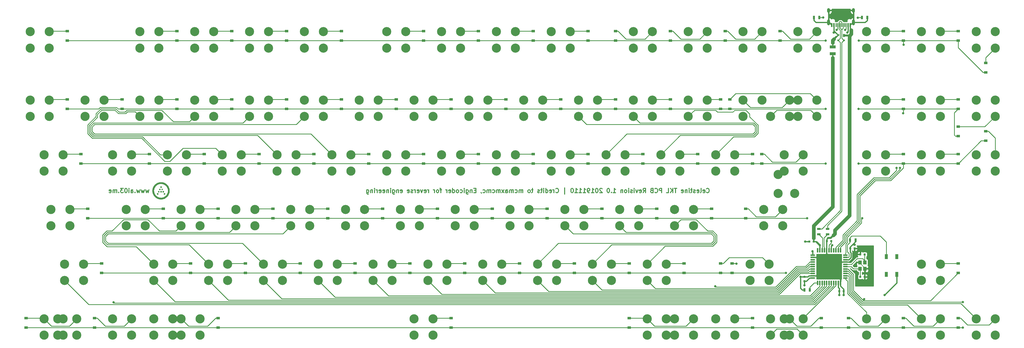
<source format=gbl>
G04 #@! TF.GenerationSoftware,KiCad,Pcbnew,(5.0.0)*
G04 #@! TF.CreationDate,2019-01-11T00:29:23-08:00*
G04 #@! TF.ProjectId,Celestine,43656C657374696E652E6B696361645F,rev?*
G04 #@! TF.SameCoordinates,Original*
G04 #@! TF.FileFunction,Copper,L2,Bot,Signal*
G04 #@! TF.FilePolarity,Positive*
%FSLAX46Y46*%
G04 Gerber Fmt 4.6, Leading zero omitted, Abs format (unit mm)*
G04 Created by KiCad (PCBNEW (5.0.0)) date 01/11/19 00:29:23*
%MOMM*%
%LPD*%
G01*
G04 APERTURE LIST*
G04 #@! TA.AperFunction,NonConductor*
%ADD10C,0.300000*%
G04 #@! TD*
G04 #@! TA.AperFunction,EtchedComponent*
%ADD11C,0.010000*%
G04 #@! TD*
G04 #@! TA.AperFunction,SMDPad,CuDef*
%ADD12R,0.800000X0.750000*%
G04 #@! TD*
G04 #@! TA.AperFunction,SMDPad,CuDef*
%ADD13R,0.750000X0.800000*%
G04 #@! TD*
G04 #@! TA.AperFunction,SMDPad,CuDef*
%ADD14R,1.200000X0.900000*%
G04 #@! TD*
G04 #@! TA.AperFunction,SMDPad,CuDef*
%ADD15R,2.030000X1.140000*%
G04 #@! TD*
G04 #@! TA.AperFunction,ComponentPad*
%ADD16C,3.180000*%
G04 #@! TD*
G04 #@! TA.AperFunction,SMDPad,CuDef*
%ADD17R,1.300000X0.700000*%
G04 #@! TD*
G04 #@! TA.AperFunction,SMDPad,CuDef*
%ADD18R,0.700000X1.300000*%
G04 #@! TD*
G04 #@! TA.AperFunction,SMDPad,CuDef*
%ADD19R,1.100000X1.800000*%
G04 #@! TD*
G04 #@! TA.AperFunction,SMDPad,CuDef*
%ADD20R,0.700000X0.600000*%
G04 #@! TD*
G04 #@! TA.AperFunction,SMDPad,CuDef*
%ADD21R,0.700000X1.000000*%
G04 #@! TD*
G04 #@! TA.AperFunction,ComponentPad*
%ADD22O,1.000000X1.600000*%
G04 #@! TD*
G04 #@! TA.AperFunction,ComponentPad*
%ADD23O,1.000000X2.100000*%
G04 #@! TD*
G04 #@! TA.AperFunction,SMDPad,CuDef*
%ADD24R,0.300000X1.450000*%
G04 #@! TD*
G04 #@! TA.AperFunction,SMDPad,CuDef*
%ADD25R,0.600000X1.450000*%
G04 #@! TD*
G04 #@! TA.AperFunction,SMDPad,CuDef*
%ADD26R,1.200000X1.400000*%
G04 #@! TD*
G04 #@! TA.AperFunction,SMDPad,CuDef*
%ADD27R,1.500000X0.550000*%
G04 #@! TD*
G04 #@! TA.AperFunction,SMDPad,CuDef*
%ADD28R,0.550000X1.500000*%
G04 #@! TD*
G04 #@! TA.AperFunction,ViaPad*
%ADD29C,0.800000*%
G04 #@! TD*
G04 #@! TA.AperFunction,Conductor*
%ADD30C,0.381000*%
G04 #@! TD*
G04 #@! TA.AperFunction,Conductor*
%ADD31C,0.203200*%
G04 #@! TD*
G04 #@! TA.AperFunction,Conductor*
%ADD32C,1.270000*%
G04 #@! TD*
G04 #@! TA.AperFunction,Conductor*
%ADD33C,0.635000*%
G04 #@! TD*
G04 #@! TA.AperFunction,Conductor*
%ADD34C,0.254000*%
G04 #@! TD*
G04 #@! TA.AperFunction,Conductor*
%ADD35C,0.250000*%
G04 #@! TD*
G04 APERTURE END LIST*
D10*
X69670535Y-62384821D02*
X69384821Y-63384821D01*
X69099107Y-62670535D01*
X68813392Y-63384821D01*
X68527678Y-62384821D01*
X68099107Y-62384821D02*
X67813392Y-63384821D01*
X67527678Y-62670535D01*
X67241964Y-63384821D01*
X66956250Y-62384821D01*
X66527678Y-62384821D02*
X66241964Y-63384821D01*
X65956250Y-62670535D01*
X65670535Y-63384821D01*
X65384821Y-62384821D01*
X64813392Y-63241964D02*
X64741964Y-63313392D01*
X64813392Y-63384821D01*
X64884821Y-63313392D01*
X64813392Y-63241964D01*
X64813392Y-63384821D01*
X63456250Y-63384821D02*
X63456250Y-62599107D01*
X63527678Y-62456250D01*
X63670535Y-62384821D01*
X63956250Y-62384821D01*
X64099107Y-62456250D01*
X63456250Y-63313392D02*
X63599107Y-63384821D01*
X63956250Y-63384821D01*
X64099107Y-63313392D01*
X64170535Y-63170535D01*
X64170535Y-63027678D01*
X64099107Y-62884821D01*
X63956250Y-62813392D01*
X63599107Y-62813392D01*
X63456250Y-62741964D01*
X62741964Y-63384821D02*
X62741964Y-62384821D01*
X62741964Y-61884821D02*
X62813392Y-61956250D01*
X62741964Y-62027678D01*
X62670535Y-61956250D01*
X62741964Y-61884821D01*
X62741964Y-62027678D01*
X61741964Y-61884821D02*
X61599107Y-61884821D01*
X61456250Y-61956250D01*
X61384821Y-62027678D01*
X61313392Y-62170535D01*
X61241964Y-62456250D01*
X61241964Y-62813392D01*
X61313392Y-63099107D01*
X61384821Y-63241964D01*
X61456250Y-63313392D01*
X61599107Y-63384821D01*
X61741964Y-63384821D01*
X61884821Y-63313392D01*
X61956250Y-63241964D01*
X62027678Y-63099107D01*
X62099107Y-62813392D01*
X62099107Y-62456250D01*
X62027678Y-62170535D01*
X61956250Y-62027678D01*
X61884821Y-61956250D01*
X61741964Y-61884821D01*
X60741964Y-61884821D02*
X59813392Y-61884821D01*
X60313392Y-62456250D01*
X60099107Y-62456250D01*
X59956250Y-62527678D01*
X59884821Y-62599107D01*
X59813392Y-62741964D01*
X59813392Y-63099107D01*
X59884821Y-63241964D01*
X59956250Y-63313392D01*
X60099107Y-63384821D01*
X60527678Y-63384821D01*
X60670535Y-63313392D01*
X60741964Y-63241964D01*
X59170535Y-63241964D02*
X59099107Y-63313392D01*
X59170535Y-63384821D01*
X59241964Y-63313392D01*
X59170535Y-63241964D01*
X59170535Y-63384821D01*
X58456250Y-63384821D02*
X58456250Y-62384821D01*
X58456250Y-62527678D02*
X58384821Y-62456250D01*
X58241964Y-62384821D01*
X58027678Y-62384821D01*
X57884821Y-62456250D01*
X57813392Y-62599107D01*
X57813392Y-63384821D01*
X57813392Y-62599107D02*
X57741964Y-62456250D01*
X57599107Y-62384821D01*
X57384821Y-62384821D01*
X57241964Y-62456250D01*
X57170535Y-62599107D01*
X57170535Y-63384821D01*
X55884821Y-63313392D02*
X56027678Y-63384821D01*
X56313392Y-63384821D01*
X56456250Y-63313392D01*
X56527678Y-63170535D01*
X56527678Y-62599107D01*
X56456250Y-62456250D01*
X56313392Y-62384821D01*
X56027678Y-62384821D01*
X55884821Y-62456250D01*
X55813392Y-62599107D01*
X55813392Y-62741964D01*
X56527678Y-62884821D01*
X263394642Y-63241964D02*
X263466071Y-63313392D01*
X263680357Y-63384821D01*
X263823214Y-63384821D01*
X264037500Y-63313392D01*
X264180357Y-63170535D01*
X264251785Y-63027678D01*
X264323214Y-62741964D01*
X264323214Y-62527678D01*
X264251785Y-62241964D01*
X264180357Y-62099107D01*
X264037500Y-61956250D01*
X263823214Y-61884821D01*
X263680357Y-61884821D01*
X263466071Y-61956250D01*
X263394642Y-62027678D01*
X262180357Y-63313392D02*
X262323214Y-63384821D01*
X262608928Y-63384821D01*
X262751785Y-63313392D01*
X262823214Y-63170535D01*
X262823214Y-62599107D01*
X262751785Y-62456250D01*
X262608928Y-62384821D01*
X262323214Y-62384821D01*
X262180357Y-62456250D01*
X262108928Y-62599107D01*
X262108928Y-62741964D01*
X262823214Y-62884821D01*
X261251785Y-63384821D02*
X261394642Y-63313392D01*
X261466071Y-63170535D01*
X261466071Y-61884821D01*
X260108928Y-63313392D02*
X260251785Y-63384821D01*
X260537500Y-63384821D01*
X260680357Y-63313392D01*
X260751785Y-63170535D01*
X260751785Y-62599107D01*
X260680357Y-62456250D01*
X260537500Y-62384821D01*
X260251785Y-62384821D01*
X260108928Y-62456250D01*
X260037500Y-62599107D01*
X260037500Y-62741964D01*
X260751785Y-62884821D01*
X259466071Y-63313392D02*
X259323214Y-63384821D01*
X259037500Y-63384821D01*
X258894642Y-63313392D01*
X258823214Y-63170535D01*
X258823214Y-63099107D01*
X258894642Y-62956250D01*
X259037500Y-62884821D01*
X259251785Y-62884821D01*
X259394642Y-62813392D01*
X259466071Y-62670535D01*
X259466071Y-62599107D01*
X259394642Y-62456250D01*
X259251785Y-62384821D01*
X259037500Y-62384821D01*
X258894642Y-62456250D01*
X258394642Y-62384821D02*
X257823214Y-62384821D01*
X258180357Y-61884821D02*
X258180357Y-63170535D01*
X258108928Y-63313392D01*
X257966071Y-63384821D01*
X257823214Y-63384821D01*
X257323214Y-63384821D02*
X257323214Y-62384821D01*
X257323214Y-61884821D02*
X257394642Y-61956250D01*
X257323214Y-62027678D01*
X257251785Y-61956250D01*
X257323214Y-61884821D01*
X257323214Y-62027678D01*
X256608928Y-62384821D02*
X256608928Y-63384821D01*
X256608928Y-62527678D02*
X256537500Y-62456250D01*
X256394642Y-62384821D01*
X256180357Y-62384821D01*
X256037500Y-62456250D01*
X255966071Y-62599107D01*
X255966071Y-63384821D01*
X254680357Y-63313392D02*
X254823214Y-63384821D01*
X255108928Y-63384821D01*
X255251785Y-63313392D01*
X255323214Y-63170535D01*
X255323214Y-62599107D01*
X255251785Y-62456250D01*
X255108928Y-62384821D01*
X254823214Y-62384821D01*
X254680357Y-62456250D01*
X254608928Y-62599107D01*
X254608928Y-62741964D01*
X255323214Y-62884821D01*
X253037500Y-61884821D02*
X252180357Y-61884821D01*
X252608928Y-63384821D02*
X252608928Y-61884821D01*
X251680357Y-63384821D02*
X251680357Y-61884821D01*
X250823214Y-63384821D02*
X251466071Y-62527678D01*
X250823214Y-61884821D02*
X251680357Y-62741964D01*
X249466071Y-63384821D02*
X250180357Y-63384821D01*
X250180357Y-61884821D01*
X247823214Y-63384821D02*
X247823214Y-61884821D01*
X247251785Y-61884821D01*
X247108928Y-61956250D01*
X247037499Y-62027678D01*
X246966071Y-62170535D01*
X246966071Y-62384821D01*
X247037499Y-62527678D01*
X247108928Y-62599107D01*
X247251785Y-62670535D01*
X247823214Y-62670535D01*
X245466071Y-63241964D02*
X245537499Y-63313392D01*
X245751785Y-63384821D01*
X245894642Y-63384821D01*
X246108928Y-63313392D01*
X246251785Y-63170535D01*
X246323214Y-63027678D01*
X246394642Y-62741964D01*
X246394642Y-62527678D01*
X246323214Y-62241964D01*
X246251785Y-62099107D01*
X246108928Y-61956250D01*
X245894642Y-61884821D01*
X245751785Y-61884821D01*
X245537499Y-61956250D01*
X245466071Y-62027678D01*
X244323214Y-62599107D02*
X244108928Y-62670535D01*
X244037499Y-62741964D01*
X243966071Y-62884821D01*
X243966071Y-63099107D01*
X244037499Y-63241964D01*
X244108928Y-63313392D01*
X244251785Y-63384821D01*
X244823214Y-63384821D01*
X244823214Y-61884821D01*
X244323214Y-61884821D01*
X244180357Y-61956250D01*
X244108928Y-62027678D01*
X244037499Y-62170535D01*
X244037499Y-62313392D01*
X244108928Y-62456250D01*
X244180357Y-62527678D01*
X244323214Y-62599107D01*
X244823214Y-62599107D01*
X241323214Y-63384821D02*
X241823214Y-62670535D01*
X242180357Y-63384821D02*
X242180357Y-61884821D01*
X241608928Y-61884821D01*
X241466071Y-61956250D01*
X241394642Y-62027678D01*
X241323214Y-62170535D01*
X241323214Y-62384821D01*
X241394642Y-62527678D01*
X241466071Y-62599107D01*
X241608928Y-62670535D01*
X242180357Y-62670535D01*
X240108928Y-63313392D02*
X240251785Y-63384821D01*
X240537499Y-63384821D01*
X240680357Y-63313392D01*
X240751785Y-63170535D01*
X240751785Y-62599107D01*
X240680357Y-62456250D01*
X240537499Y-62384821D01*
X240251785Y-62384821D01*
X240108928Y-62456250D01*
X240037499Y-62599107D01*
X240037499Y-62741964D01*
X240751785Y-62884821D01*
X239537499Y-62384821D02*
X239180357Y-63384821D01*
X238823214Y-62384821D01*
X238251785Y-63384821D02*
X238251785Y-62384821D01*
X238251785Y-61884821D02*
X238323214Y-61956250D01*
X238251785Y-62027678D01*
X238180357Y-61956250D01*
X238251785Y-61884821D01*
X238251785Y-62027678D01*
X237608928Y-63313392D02*
X237466071Y-63384821D01*
X237180357Y-63384821D01*
X237037499Y-63313392D01*
X236966071Y-63170535D01*
X236966071Y-63099107D01*
X237037499Y-62956250D01*
X237180357Y-62884821D01*
X237394642Y-62884821D01*
X237537499Y-62813392D01*
X237608928Y-62670535D01*
X237608928Y-62599107D01*
X237537499Y-62456250D01*
X237394642Y-62384821D01*
X237180357Y-62384821D01*
X237037499Y-62456250D01*
X236323214Y-63384821D02*
X236323214Y-62384821D01*
X236323214Y-61884821D02*
X236394642Y-61956250D01*
X236323214Y-62027678D01*
X236251785Y-61956250D01*
X236323214Y-61884821D01*
X236323214Y-62027678D01*
X235394642Y-63384821D02*
X235537499Y-63313392D01*
X235608928Y-63241964D01*
X235680357Y-63099107D01*
X235680357Y-62670535D01*
X235608928Y-62527678D01*
X235537499Y-62456250D01*
X235394642Y-62384821D01*
X235180357Y-62384821D01*
X235037499Y-62456250D01*
X234966071Y-62527678D01*
X234894642Y-62670535D01*
X234894642Y-63099107D01*
X234966071Y-63241964D01*
X235037499Y-63313392D01*
X235180357Y-63384821D01*
X235394642Y-63384821D01*
X234251785Y-62384821D02*
X234251785Y-63384821D01*
X234251785Y-62527678D02*
X234180357Y-62456250D01*
X234037499Y-62384821D01*
X233823214Y-62384821D01*
X233680357Y-62456250D01*
X233608928Y-62599107D01*
X233608928Y-63384821D01*
X230966071Y-63384821D02*
X231823214Y-63384821D01*
X231394642Y-63384821D02*
X231394642Y-61884821D01*
X231537499Y-62099107D01*
X231680357Y-62241964D01*
X231823214Y-62313392D01*
X230323214Y-63241964D02*
X230251785Y-63313392D01*
X230323214Y-63384821D01*
X230394642Y-63313392D01*
X230323214Y-63241964D01*
X230323214Y-63384821D01*
X229323214Y-61884821D02*
X229180357Y-61884821D01*
X229037499Y-61956250D01*
X228966071Y-62027678D01*
X228894642Y-62170535D01*
X228823214Y-62456250D01*
X228823214Y-62813392D01*
X228894642Y-63099107D01*
X228966071Y-63241964D01*
X229037499Y-63313392D01*
X229180357Y-63384821D01*
X229323214Y-63384821D01*
X229466071Y-63313392D01*
X229537499Y-63241964D01*
X229608928Y-63099107D01*
X229680357Y-62813392D01*
X229680357Y-62456250D01*
X229608928Y-62170535D01*
X229537499Y-62027678D01*
X229466071Y-61956250D01*
X229323214Y-61884821D01*
X227108928Y-62027678D02*
X227037499Y-61956250D01*
X226894642Y-61884821D01*
X226537499Y-61884821D01*
X226394642Y-61956250D01*
X226323214Y-62027678D01*
X226251785Y-62170535D01*
X226251785Y-62313392D01*
X226323214Y-62527678D01*
X227180357Y-63384821D01*
X226251785Y-63384821D01*
X225323214Y-61884821D02*
X225180357Y-61884821D01*
X225037499Y-61956250D01*
X224966071Y-62027678D01*
X224894642Y-62170535D01*
X224823214Y-62456250D01*
X224823214Y-62813392D01*
X224894642Y-63099107D01*
X224966071Y-63241964D01*
X225037499Y-63313392D01*
X225180357Y-63384821D01*
X225323214Y-63384821D01*
X225466071Y-63313392D01*
X225537499Y-63241964D01*
X225608928Y-63099107D01*
X225680357Y-62813392D01*
X225680357Y-62456250D01*
X225608928Y-62170535D01*
X225537499Y-62027678D01*
X225466071Y-61956250D01*
X225323214Y-61884821D01*
X223394642Y-63384821D02*
X224251785Y-63384821D01*
X223823214Y-63384821D02*
X223823214Y-61884821D01*
X223966071Y-62099107D01*
X224108928Y-62241964D01*
X224251785Y-62313392D01*
X222680357Y-63384821D02*
X222394642Y-63384821D01*
X222251785Y-63313392D01*
X222180357Y-63241964D01*
X222037499Y-63027678D01*
X221966071Y-62741964D01*
X221966071Y-62170535D01*
X222037499Y-62027678D01*
X222108928Y-61956250D01*
X222251785Y-61884821D01*
X222537499Y-61884821D01*
X222680357Y-61956250D01*
X222751785Y-62027678D01*
X222823214Y-62170535D01*
X222823214Y-62527678D01*
X222751785Y-62670535D01*
X222680357Y-62741964D01*
X222537499Y-62813392D01*
X222251785Y-62813392D01*
X222108928Y-62741964D01*
X222037499Y-62670535D01*
X221966071Y-62527678D01*
X220537499Y-63384821D02*
X221394642Y-63384821D01*
X220966071Y-63384821D02*
X220966071Y-61884821D01*
X221108928Y-62099107D01*
X221251785Y-62241964D01*
X221394642Y-62313392D01*
X219108928Y-63384821D02*
X219966071Y-63384821D01*
X219537499Y-63384821D02*
X219537499Y-61884821D01*
X219680357Y-62099107D01*
X219823214Y-62241964D01*
X219966071Y-62313392D01*
X217680357Y-63384821D02*
X218537499Y-63384821D01*
X218108928Y-63384821D02*
X218108928Y-61884821D01*
X218251785Y-62099107D01*
X218394642Y-62241964D01*
X218537499Y-62313392D01*
X216751785Y-61884821D02*
X216608928Y-61884821D01*
X216466071Y-61956250D01*
X216394642Y-62027678D01*
X216323214Y-62170535D01*
X216251785Y-62456250D01*
X216251785Y-62813392D01*
X216323214Y-63099107D01*
X216394642Y-63241964D01*
X216466071Y-63313392D01*
X216608928Y-63384821D01*
X216751785Y-63384821D01*
X216894642Y-63313392D01*
X216966071Y-63241964D01*
X217037499Y-63099107D01*
X217108928Y-62813392D01*
X217108928Y-62456250D01*
X217037499Y-62170535D01*
X216966071Y-62027678D01*
X216894642Y-61956250D01*
X216751785Y-61884821D01*
X214108928Y-63884821D02*
X214108928Y-61741964D01*
X211037499Y-63241964D02*
X211108928Y-63313392D01*
X211323214Y-63384821D01*
X211466071Y-63384821D01*
X211680357Y-63313392D01*
X211823214Y-63170535D01*
X211894642Y-63027678D01*
X211966071Y-62741964D01*
X211966071Y-62527678D01*
X211894642Y-62241964D01*
X211823214Y-62099107D01*
X211680357Y-61956250D01*
X211466071Y-61884821D01*
X211323214Y-61884821D01*
X211108928Y-61956250D01*
X211037499Y-62027678D01*
X210394642Y-63384821D02*
X210394642Y-62384821D01*
X210394642Y-62670535D02*
X210323214Y-62527678D01*
X210251785Y-62456250D01*
X210108928Y-62384821D01*
X209966071Y-62384821D01*
X208894642Y-63313392D02*
X209037499Y-63384821D01*
X209323214Y-63384821D01*
X209466071Y-63313392D01*
X209537499Y-63170535D01*
X209537499Y-62599107D01*
X209466071Y-62456250D01*
X209323214Y-62384821D01*
X209037499Y-62384821D01*
X208894642Y-62456250D01*
X208823214Y-62599107D01*
X208823214Y-62741964D01*
X209537499Y-62884821D01*
X207537499Y-63384821D02*
X207537499Y-61884821D01*
X207537499Y-63313392D02*
X207680357Y-63384821D01*
X207966071Y-63384821D01*
X208108928Y-63313392D01*
X208180357Y-63241964D01*
X208251785Y-63099107D01*
X208251785Y-62670535D01*
X208180357Y-62527678D01*
X208108928Y-62456250D01*
X207966071Y-62384821D01*
X207680357Y-62384821D01*
X207537499Y-62456250D01*
X206823214Y-63384821D02*
X206823214Y-62384821D01*
X206823214Y-61884821D02*
X206894642Y-61956250D01*
X206823214Y-62027678D01*
X206751785Y-61956250D01*
X206823214Y-61884821D01*
X206823214Y-62027678D01*
X206323214Y-62384821D02*
X205751785Y-62384821D01*
X206108928Y-61884821D02*
X206108928Y-63170535D01*
X206037499Y-63313392D01*
X205894642Y-63384821D01*
X205751785Y-63384821D01*
X205323214Y-63313392D02*
X205180357Y-63384821D01*
X204894642Y-63384821D01*
X204751785Y-63313392D01*
X204680357Y-63170535D01*
X204680357Y-63099107D01*
X204751785Y-62956250D01*
X204894642Y-62884821D01*
X205108928Y-62884821D01*
X205251785Y-62813392D01*
X205323214Y-62670535D01*
X205323214Y-62599107D01*
X205251785Y-62456250D01*
X205108928Y-62384821D01*
X204894642Y-62384821D01*
X204751785Y-62456250D01*
X203108928Y-62384821D02*
X202537499Y-62384821D01*
X202894642Y-61884821D02*
X202894642Y-63170535D01*
X202823214Y-63313392D01*
X202680357Y-63384821D01*
X202537499Y-63384821D01*
X201823214Y-63384821D02*
X201966071Y-63313392D01*
X202037499Y-63241964D01*
X202108928Y-63099107D01*
X202108928Y-62670535D01*
X202037499Y-62527678D01*
X201966071Y-62456250D01*
X201823214Y-62384821D01*
X201608928Y-62384821D01*
X201466071Y-62456250D01*
X201394642Y-62527678D01*
X201323214Y-62670535D01*
X201323214Y-63099107D01*
X201394642Y-63241964D01*
X201466071Y-63313392D01*
X201608928Y-63384821D01*
X201823214Y-63384821D01*
X199537499Y-63384821D02*
X199537499Y-62384821D01*
X199537499Y-62527678D02*
X199466071Y-62456250D01*
X199323214Y-62384821D01*
X199108928Y-62384821D01*
X198966071Y-62456250D01*
X198894642Y-62599107D01*
X198894642Y-63384821D01*
X198894642Y-62599107D02*
X198823214Y-62456250D01*
X198680357Y-62384821D01*
X198466071Y-62384821D01*
X198323214Y-62456250D01*
X198251785Y-62599107D01*
X198251785Y-63384821D01*
X196894642Y-63313392D02*
X197037499Y-63384821D01*
X197323214Y-63384821D01*
X197466071Y-63313392D01*
X197537499Y-63241964D01*
X197608928Y-63099107D01*
X197608928Y-62670535D01*
X197537499Y-62527678D01*
X197466071Y-62456250D01*
X197323214Y-62384821D01*
X197037499Y-62384821D01*
X196894642Y-62456250D01*
X196251785Y-63384821D02*
X196251785Y-62384821D01*
X196251785Y-62527678D02*
X196180357Y-62456250D01*
X196037499Y-62384821D01*
X195823214Y-62384821D01*
X195680357Y-62456250D01*
X195608928Y-62599107D01*
X195608928Y-63384821D01*
X195608928Y-62599107D02*
X195537499Y-62456250D01*
X195394642Y-62384821D01*
X195180357Y-62384821D01*
X195037499Y-62456250D01*
X194966071Y-62599107D01*
X194966071Y-63384821D01*
X193608928Y-63384821D02*
X193608928Y-62599107D01*
X193680357Y-62456250D01*
X193823214Y-62384821D01*
X194108928Y-62384821D01*
X194251785Y-62456250D01*
X193608928Y-63313392D02*
X193751785Y-63384821D01*
X194108928Y-63384821D01*
X194251785Y-63313392D01*
X194323214Y-63170535D01*
X194323214Y-63027678D01*
X194251785Y-62884821D01*
X194108928Y-62813392D01*
X193751785Y-62813392D01*
X193608928Y-62741964D01*
X193037499Y-63384821D02*
X192251785Y-62384821D01*
X193037499Y-62384821D02*
X192251785Y-63384821D01*
X191680357Y-63384821D02*
X191680357Y-62384821D01*
X191680357Y-62527678D02*
X191608928Y-62456250D01*
X191466071Y-62384821D01*
X191251785Y-62384821D01*
X191108928Y-62456250D01*
X191037499Y-62599107D01*
X191037499Y-63384821D01*
X191037499Y-62599107D02*
X190966071Y-62456250D01*
X190823214Y-62384821D01*
X190608928Y-62384821D01*
X190466071Y-62456250D01*
X190394642Y-62599107D01*
X190394642Y-63384821D01*
X189037499Y-63313392D02*
X189180357Y-63384821D01*
X189466071Y-63384821D01*
X189608928Y-63313392D01*
X189680357Y-63241964D01*
X189751785Y-63099107D01*
X189751785Y-62670535D01*
X189680357Y-62527678D01*
X189608928Y-62456250D01*
X189466071Y-62384821D01*
X189180357Y-62384821D01*
X189037499Y-62456250D01*
X188394642Y-63384821D02*
X188394642Y-62384821D01*
X188394642Y-62527678D02*
X188323214Y-62456250D01*
X188180357Y-62384821D01*
X187966071Y-62384821D01*
X187823214Y-62456250D01*
X187751785Y-62599107D01*
X187751785Y-63384821D01*
X187751785Y-62599107D02*
X187680357Y-62456250D01*
X187537499Y-62384821D01*
X187323214Y-62384821D01*
X187180357Y-62456250D01*
X187108928Y-62599107D01*
X187108928Y-63384821D01*
X185751785Y-63313392D02*
X185894642Y-63384821D01*
X186180357Y-63384821D01*
X186323214Y-63313392D01*
X186394642Y-63241964D01*
X186466071Y-63099107D01*
X186466071Y-62670535D01*
X186394642Y-62527678D01*
X186323214Y-62456250D01*
X186180357Y-62384821D01*
X185894642Y-62384821D01*
X185751785Y-62456250D01*
X185037499Y-63313392D02*
X185037499Y-63384821D01*
X185108928Y-63527678D01*
X185180357Y-63599107D01*
X183251785Y-62599107D02*
X182751785Y-62599107D01*
X182537499Y-63384821D02*
X183251785Y-63384821D01*
X183251785Y-61884821D01*
X182537499Y-61884821D01*
X181894642Y-62384821D02*
X181894642Y-63384821D01*
X181894642Y-62527678D02*
X181823214Y-62456250D01*
X181680357Y-62384821D01*
X181466071Y-62384821D01*
X181323214Y-62456250D01*
X181251785Y-62599107D01*
X181251785Y-63384821D01*
X179894642Y-62384821D02*
X179894642Y-63599107D01*
X179966071Y-63741964D01*
X180037499Y-63813392D01*
X180180357Y-63884821D01*
X180394642Y-63884821D01*
X180537499Y-63813392D01*
X179894642Y-63313392D02*
X180037499Y-63384821D01*
X180323214Y-63384821D01*
X180466071Y-63313392D01*
X180537499Y-63241964D01*
X180608928Y-63099107D01*
X180608928Y-62670535D01*
X180537499Y-62527678D01*
X180466071Y-62456250D01*
X180323214Y-62384821D01*
X180037499Y-62384821D01*
X179894642Y-62456250D01*
X179180357Y-63384821D02*
X179180357Y-62384821D01*
X179180357Y-61884821D02*
X179251785Y-61956250D01*
X179180357Y-62027678D01*
X179108928Y-61956250D01*
X179180357Y-61884821D01*
X179180357Y-62027678D01*
X177823214Y-63313392D02*
X177966071Y-63384821D01*
X178251785Y-63384821D01*
X178394642Y-63313392D01*
X178466071Y-63241964D01*
X178537499Y-63099107D01*
X178537499Y-62670535D01*
X178466071Y-62527678D01*
X178394642Y-62456250D01*
X178251785Y-62384821D01*
X177966071Y-62384821D01*
X177823214Y-62456250D01*
X176966071Y-63384821D02*
X177108928Y-63313392D01*
X177180357Y-63241964D01*
X177251785Y-63099107D01*
X177251785Y-62670535D01*
X177180357Y-62527678D01*
X177108928Y-62456250D01*
X176966071Y-62384821D01*
X176751785Y-62384821D01*
X176608928Y-62456250D01*
X176537499Y-62527678D01*
X176466071Y-62670535D01*
X176466071Y-63099107D01*
X176537499Y-63241964D01*
X176608928Y-63313392D01*
X176751785Y-63384821D01*
X176966071Y-63384821D01*
X175180357Y-63384821D02*
X175180357Y-61884821D01*
X175180357Y-63313392D02*
X175323214Y-63384821D01*
X175608928Y-63384821D01*
X175751785Y-63313392D01*
X175823214Y-63241964D01*
X175894642Y-63099107D01*
X175894642Y-62670535D01*
X175823214Y-62527678D01*
X175751785Y-62456250D01*
X175608928Y-62384821D01*
X175323214Y-62384821D01*
X175180357Y-62456250D01*
X173894642Y-63313392D02*
X174037499Y-63384821D01*
X174323214Y-63384821D01*
X174466071Y-63313392D01*
X174537499Y-63170535D01*
X174537499Y-62599107D01*
X174466071Y-62456250D01*
X174323214Y-62384821D01*
X174037499Y-62384821D01*
X173894642Y-62456250D01*
X173823214Y-62599107D01*
X173823214Y-62741964D01*
X174537499Y-62884821D01*
X173180357Y-63384821D02*
X173180357Y-62384821D01*
X173180357Y-62670535D02*
X173108928Y-62527678D01*
X173037499Y-62456250D01*
X172894642Y-62384821D01*
X172751785Y-62384821D01*
X171323214Y-62384821D02*
X170751785Y-62384821D01*
X171108928Y-63384821D02*
X171108928Y-62099107D01*
X171037499Y-61956250D01*
X170894642Y-61884821D01*
X170751785Y-61884821D01*
X170037499Y-63384821D02*
X170180357Y-63313392D01*
X170251785Y-63241964D01*
X170323214Y-63099107D01*
X170323214Y-62670535D01*
X170251785Y-62527678D01*
X170180357Y-62456250D01*
X170037499Y-62384821D01*
X169823214Y-62384821D01*
X169680357Y-62456250D01*
X169608928Y-62527678D01*
X169537499Y-62670535D01*
X169537499Y-63099107D01*
X169608928Y-63241964D01*
X169680357Y-63313392D01*
X169823214Y-63384821D01*
X170037499Y-63384821D01*
X168894642Y-63384821D02*
X168894642Y-62384821D01*
X168894642Y-62670535D02*
X168823214Y-62527678D01*
X168751785Y-62456250D01*
X168608928Y-62384821D01*
X168466071Y-62384821D01*
X166823214Y-63384821D02*
X166823214Y-62384821D01*
X166823214Y-62670535D02*
X166751785Y-62527678D01*
X166680357Y-62456250D01*
X166537499Y-62384821D01*
X166394642Y-62384821D01*
X165323214Y-63313392D02*
X165466071Y-63384821D01*
X165751785Y-63384821D01*
X165894642Y-63313392D01*
X165966071Y-63170535D01*
X165966071Y-62599107D01*
X165894642Y-62456250D01*
X165751785Y-62384821D01*
X165466071Y-62384821D01*
X165323214Y-62456250D01*
X165251785Y-62599107D01*
X165251785Y-62741964D01*
X165966071Y-62884821D01*
X164751785Y-62384821D02*
X164394642Y-63384821D01*
X164037499Y-62384821D01*
X162894642Y-63313392D02*
X163037499Y-63384821D01*
X163323214Y-63384821D01*
X163466071Y-63313392D01*
X163537499Y-63170535D01*
X163537499Y-62599107D01*
X163466071Y-62456250D01*
X163323214Y-62384821D01*
X163037499Y-62384821D01*
X162894642Y-62456250D01*
X162823214Y-62599107D01*
X162823214Y-62741964D01*
X163537499Y-62884821D01*
X162180357Y-63384821D02*
X162180357Y-62384821D01*
X162180357Y-62670535D02*
X162108928Y-62527678D01*
X162037499Y-62456250D01*
X161894642Y-62384821D01*
X161751785Y-62384821D01*
X161323214Y-63313392D02*
X161180357Y-63384821D01*
X160894642Y-63384821D01*
X160751785Y-63313392D01*
X160680357Y-63170535D01*
X160680357Y-63099107D01*
X160751785Y-62956250D01*
X160894642Y-62884821D01*
X161108928Y-62884821D01*
X161251785Y-62813392D01*
X161323214Y-62670535D01*
X161323214Y-62599107D01*
X161251785Y-62456250D01*
X161108928Y-62384821D01*
X160894642Y-62384821D01*
X160751785Y-62456250D01*
X159466071Y-63313392D02*
X159608928Y-63384821D01*
X159894642Y-63384821D01*
X160037499Y-63313392D01*
X160108928Y-63170535D01*
X160108928Y-62599107D01*
X160037499Y-62456250D01*
X159894642Y-62384821D01*
X159608928Y-62384821D01*
X159466071Y-62456250D01*
X159394642Y-62599107D01*
X159394642Y-62741964D01*
X160108928Y-62884821D01*
X157037499Y-63313392D02*
X157180357Y-63384821D01*
X157466071Y-63384821D01*
X157608928Y-63313392D01*
X157680357Y-63170535D01*
X157680357Y-62599107D01*
X157608928Y-62456250D01*
X157466071Y-62384821D01*
X157180357Y-62384821D01*
X157037499Y-62456250D01*
X156966071Y-62599107D01*
X156966071Y-62741964D01*
X157680357Y-62884821D01*
X156323214Y-62384821D02*
X156323214Y-63384821D01*
X156323214Y-62527678D02*
X156251785Y-62456250D01*
X156108928Y-62384821D01*
X155894642Y-62384821D01*
X155751785Y-62456250D01*
X155680357Y-62599107D01*
X155680357Y-63384821D01*
X154323214Y-62384821D02*
X154323214Y-63599107D01*
X154394642Y-63741964D01*
X154466071Y-63813392D01*
X154608928Y-63884821D01*
X154823214Y-63884821D01*
X154966071Y-63813392D01*
X154323214Y-63313392D02*
X154466071Y-63384821D01*
X154751785Y-63384821D01*
X154894642Y-63313392D01*
X154966071Y-63241964D01*
X155037499Y-63099107D01*
X155037499Y-62670535D01*
X154966071Y-62527678D01*
X154894642Y-62456250D01*
X154751785Y-62384821D01*
X154466071Y-62384821D01*
X154323214Y-62456250D01*
X153608928Y-63384821D02*
X153608928Y-62384821D01*
X153608928Y-61884821D02*
X153680357Y-61956250D01*
X153608928Y-62027678D01*
X153537499Y-61956250D01*
X153608928Y-61884821D01*
X153608928Y-62027678D01*
X152894642Y-62384821D02*
X152894642Y-63384821D01*
X152894642Y-62527678D02*
X152823214Y-62456250D01*
X152680357Y-62384821D01*
X152466071Y-62384821D01*
X152323214Y-62456250D01*
X152251785Y-62599107D01*
X152251785Y-63384821D01*
X150966071Y-63313392D02*
X151108928Y-63384821D01*
X151394642Y-63384821D01*
X151537499Y-63313392D01*
X151608928Y-63170535D01*
X151608928Y-62599107D01*
X151537499Y-62456250D01*
X151394642Y-62384821D01*
X151108928Y-62384821D01*
X150966071Y-62456250D01*
X150894642Y-62599107D01*
X150894642Y-62741964D01*
X151608928Y-62884821D01*
X149680357Y-63313392D02*
X149823214Y-63384821D01*
X150108928Y-63384821D01*
X150251785Y-63313392D01*
X150323214Y-63170535D01*
X150323214Y-62599107D01*
X150251785Y-62456250D01*
X150108928Y-62384821D01*
X149823214Y-62384821D01*
X149680357Y-62456250D01*
X149608928Y-62599107D01*
X149608928Y-62741964D01*
X150323214Y-62884821D01*
X148966071Y-63384821D02*
X148966071Y-62384821D01*
X148966071Y-62670535D02*
X148894642Y-62527678D01*
X148823214Y-62456250D01*
X148680357Y-62384821D01*
X148537499Y-62384821D01*
X148037499Y-63384821D02*
X148037499Y-62384821D01*
X148037499Y-61884821D02*
X148108928Y-61956250D01*
X148037499Y-62027678D01*
X147966071Y-61956250D01*
X148037499Y-61884821D01*
X148037499Y-62027678D01*
X147323214Y-62384821D02*
X147323214Y-63384821D01*
X147323214Y-62527678D02*
X147251785Y-62456250D01*
X147108928Y-62384821D01*
X146894642Y-62384821D01*
X146751785Y-62456250D01*
X146680357Y-62599107D01*
X146680357Y-63384821D01*
X145323214Y-62384821D02*
X145323214Y-63599107D01*
X145394642Y-63741964D01*
X145466071Y-63813392D01*
X145608928Y-63884821D01*
X145823214Y-63884821D01*
X145966071Y-63813392D01*
X145323214Y-63313392D02*
X145466071Y-63384821D01*
X145751785Y-63384821D01*
X145894642Y-63313392D01*
X145966071Y-63241964D01*
X146037499Y-63099107D01*
X146037499Y-62670535D01*
X145966071Y-62527678D01*
X145894642Y-62456250D01*
X145751785Y-62384821D01*
X145466071Y-62384821D01*
X145323214Y-62456250D01*
D11*
G04 #@! TO.C,G\002A\002A\002A*
G36*
X73628250Y-61626750D02*
X74033062Y-61626750D01*
X74033062Y-61221938D01*
X73628250Y-61221938D01*
X73628250Y-61626750D01*
X73628250Y-61626750D01*
G37*
X73628250Y-61626750D02*
X74033062Y-61626750D01*
X74033062Y-61221938D01*
X73628250Y-61221938D01*
X73628250Y-61626750D01*
G36*
X73223437Y-62412563D02*
X73628250Y-62412563D01*
X73628250Y-62031563D01*
X73223437Y-62031563D01*
X73223437Y-62412563D01*
X73223437Y-62412563D01*
G37*
X73223437Y-62412563D02*
X73628250Y-62412563D01*
X73628250Y-62031563D01*
X73223437Y-62031563D01*
X73223437Y-62412563D01*
G36*
X74033062Y-62412563D02*
X74414062Y-62412563D01*
X74414062Y-62031563D01*
X74033062Y-62031563D01*
X74033062Y-62412563D01*
X74033062Y-62412563D01*
G37*
X74033062Y-62412563D02*
X74414062Y-62412563D01*
X74414062Y-62031563D01*
X74033062Y-62031563D01*
X74033062Y-62412563D01*
G36*
X72842437Y-63222188D02*
X73223437Y-63222188D01*
X73223437Y-62817375D01*
X72842437Y-62817375D01*
X72842437Y-63222188D01*
X72842437Y-63222188D01*
G37*
X72842437Y-63222188D02*
X73223437Y-63222188D01*
X73223437Y-62817375D01*
X72842437Y-62817375D01*
X72842437Y-63222188D01*
G36*
X73628250Y-63222188D02*
X74033062Y-63222188D01*
X74033062Y-62817375D01*
X73628250Y-62817375D01*
X73628250Y-63222188D01*
X73628250Y-63222188D01*
G37*
X73628250Y-63222188D02*
X74033062Y-63222188D01*
X74033062Y-62817375D01*
X73628250Y-62817375D01*
X73628250Y-63222188D01*
G36*
X74414062Y-63222188D02*
X74818875Y-63222188D01*
X74818875Y-62817375D01*
X74414062Y-62817375D01*
X74414062Y-63222188D01*
X74414062Y-63222188D01*
G37*
X74414062Y-63222188D02*
X74818875Y-63222188D01*
X74818875Y-62817375D01*
X74414062Y-62817375D01*
X74414062Y-63222188D01*
G36*
X72437625Y-64008000D02*
X72842437Y-64008000D01*
X72842437Y-63603188D01*
X72437625Y-63603188D01*
X72437625Y-64008000D01*
X72437625Y-64008000D01*
G37*
X72437625Y-64008000D02*
X72842437Y-64008000D01*
X72842437Y-63603188D01*
X72437625Y-63603188D01*
X72437625Y-64008000D01*
G36*
X74818875Y-64008000D02*
X75223687Y-64008000D01*
X75223687Y-63603188D01*
X74818875Y-63603188D01*
X74818875Y-64008000D01*
X74818875Y-64008000D01*
G37*
X74818875Y-64008000D02*
X75223687Y-64008000D01*
X75223687Y-63603188D01*
X74818875Y-63603188D01*
X74818875Y-64008000D01*
G36*
X73814781Y-59734295D02*
X73690663Y-59735665D01*
X73578951Y-59739822D01*
X73476358Y-59747169D01*
X73379594Y-59758110D01*
X73285372Y-59773048D01*
X73190403Y-59792387D01*
X73091399Y-59816531D01*
X73046120Y-59828668D01*
X72837573Y-59893906D01*
X72635485Y-59973242D01*
X72440622Y-60066278D01*
X72253751Y-60172618D01*
X72075636Y-60291866D01*
X71923490Y-60409867D01*
X71765822Y-60550592D01*
X71618485Y-60702037D01*
X71482164Y-60863135D01*
X71357542Y-61032817D01*
X71245303Y-61210016D01*
X71146130Y-61393666D01*
X71060708Y-61582697D01*
X70989720Y-61776043D01*
X70940966Y-61944053D01*
X70907895Y-62084039D01*
X70882535Y-62215975D01*
X70864143Y-62345247D01*
X70851975Y-62477243D01*
X70845289Y-62617350D01*
X70844636Y-62642750D01*
X70847355Y-62861047D01*
X70865550Y-63075830D01*
X70899215Y-63287071D01*
X70948344Y-63494739D01*
X71012931Y-63698805D01*
X71077128Y-63862737D01*
X71105211Y-63928002D01*
X71129273Y-63982160D01*
X71151142Y-64028863D01*
X71172643Y-64071763D01*
X71195604Y-64114513D01*
X71221850Y-64160765D01*
X71250975Y-64210406D01*
X71370194Y-64396677D01*
X71500298Y-64571403D01*
X71641421Y-64734715D01*
X71793695Y-64886746D01*
X71957253Y-65027630D01*
X72132226Y-65157498D01*
X72314594Y-65274025D01*
X72367423Y-65304994D01*
X72413336Y-65330971D01*
X72455985Y-65353781D01*
X72499022Y-65375251D01*
X72546099Y-65397207D01*
X72600869Y-65421475D01*
X72662263Y-65447872D01*
X72758496Y-65487419D01*
X72847214Y-65520458D01*
X72934328Y-65548945D01*
X73025752Y-65574839D01*
X73108344Y-65595572D01*
X73272860Y-65631126D01*
X73429955Y-65656803D01*
X73584183Y-65673143D01*
X73740101Y-65680686D01*
X73830656Y-65681263D01*
X73881875Y-65680748D01*
X73929996Y-65680043D01*
X73971876Y-65679210D01*
X74004372Y-65678313D01*
X74024340Y-65677415D01*
X74025125Y-65677359D01*
X74241299Y-65653407D01*
X74454056Y-65614420D01*
X74662537Y-65560717D01*
X74865882Y-65492613D01*
X75063234Y-65410426D01*
X75253732Y-65314475D01*
X75436518Y-65205076D01*
X75587474Y-65100046D01*
X75760401Y-64961699D01*
X75921085Y-64813338D01*
X76069299Y-64655289D01*
X76204821Y-64487882D01*
X76327426Y-64311444D01*
X76436889Y-64126302D01*
X76532987Y-63932785D01*
X76615494Y-63731221D01*
X76684187Y-63521938D01*
X76696332Y-63478880D01*
X76722698Y-63377085D01*
X76744083Y-63280761D01*
X76760891Y-63186617D01*
X76773525Y-63091367D01*
X76782390Y-62991720D01*
X76787888Y-62884390D01*
X76790424Y-62766086D01*
X76790705Y-62710219D01*
X76790030Y-62654858D01*
X76257956Y-62654858D01*
X76257853Y-62734996D01*
X76256187Y-62814660D01*
X76252991Y-62889787D01*
X76248294Y-62956310D01*
X76244574Y-62992000D01*
X76212700Y-63189298D01*
X76166049Y-63380913D01*
X76104799Y-63566472D01*
X76029131Y-63745599D01*
X75939223Y-63917919D01*
X75835256Y-64083059D01*
X75717409Y-64240643D01*
X75585862Y-64390297D01*
X75563526Y-64413510D01*
X75429292Y-64540584D01*
X75283590Y-64658520D01*
X75129119Y-64765340D01*
X74968581Y-64859066D01*
X74922792Y-64882754D01*
X74848384Y-64919403D01*
X74783143Y-64949622D01*
X74722646Y-64975190D01*
X74662472Y-64997884D01*
X74598199Y-65019483D01*
X74533125Y-65039477D01*
X74343912Y-65088890D01*
X74158161Y-65123341D01*
X73974423Y-65142964D01*
X73791247Y-65147892D01*
X73607186Y-65138261D01*
X73540644Y-65131281D01*
X73353312Y-65102337D01*
X73173731Y-65060528D01*
X72999393Y-65005104D01*
X72827791Y-64935314D01*
X72730834Y-64889116D01*
X72560202Y-64795697D01*
X72400786Y-64691962D01*
X72251828Y-64577224D01*
X72112571Y-64450800D01*
X71982256Y-64312004D01*
X71860126Y-64160153D01*
X71751858Y-64004509D01*
X71726732Y-63963318D01*
X71697409Y-63911190D01*
X71665709Y-63851746D01*
X71633451Y-63788606D01*
X71602457Y-63725390D01*
X71574544Y-63665717D01*
X71551535Y-63613207D01*
X71538097Y-63579375D01*
X71475230Y-63387834D01*
X71427834Y-63195095D01*
X71395950Y-63001700D01*
X71379620Y-62808190D01*
X71378882Y-62615107D01*
X71393778Y-62422992D01*
X71424348Y-62232386D01*
X71434151Y-62186344D01*
X71467800Y-62050051D01*
X71506108Y-61923868D01*
X71551046Y-61802257D01*
X71604587Y-61679682D01*
X71642246Y-61602208D01*
X71735951Y-61433360D01*
X71842776Y-61272923D01*
X71961952Y-61121618D01*
X72092713Y-60980164D01*
X72234290Y-60849281D01*
X72385916Y-60729690D01*
X72546823Y-60622110D01*
X72716243Y-60527261D01*
X72860425Y-60459730D01*
X73032053Y-60393335D01*
X73204607Y-60341337D01*
X73380094Y-60303328D01*
X73560524Y-60278901D01*
X73747905Y-60267647D01*
X73810812Y-60266757D01*
X74008907Y-60273127D01*
X74200535Y-60293772D01*
X74386469Y-60328923D01*
X74567485Y-60378817D01*
X74744356Y-60443685D01*
X74917856Y-60523763D01*
X75088759Y-60619285D01*
X75189456Y-60683494D01*
X75328889Y-60785022D01*
X75463087Y-60899528D01*
X75590409Y-61025089D01*
X75709215Y-61159781D01*
X75817864Y-61301681D01*
X75914715Y-61448865D01*
X75998128Y-61599411D01*
X76032924Y-61672330D01*
X76094327Y-61817189D01*
X76144558Y-61956428D01*
X76184815Y-62094376D01*
X76216294Y-62235364D01*
X76240194Y-62383721D01*
X76248595Y-62452250D01*
X76253358Y-62509420D01*
X76256468Y-62578311D01*
X76257956Y-62654858D01*
X76790030Y-62654858D01*
X76788960Y-62567223D01*
X76783086Y-62436356D01*
X76772512Y-62314275D01*
X76756665Y-62197635D01*
X76734973Y-62083094D01*
X76706863Y-61967309D01*
X76671764Y-61846937D01*
X76629103Y-61718634D01*
X76613409Y-61674375D01*
X76535024Y-61479656D01*
X76442184Y-61291322D01*
X76335078Y-61109635D01*
X76213898Y-60934858D01*
X76078833Y-60767253D01*
X75930076Y-60607083D01*
X75767817Y-60454610D01*
X75660979Y-60364429D01*
X75575150Y-60298936D01*
X75477611Y-60231610D01*
X75372002Y-60164662D01*
X75261964Y-60100305D01*
X75151137Y-60040750D01*
X75043161Y-59988208D01*
X75037156Y-59985465D01*
X74967196Y-59955592D01*
X74886015Y-59924206D01*
X74797983Y-59892786D01*
X74707471Y-59862812D01*
X74618849Y-59835761D01*
X74536486Y-59813114D01*
X74504600Y-59805221D01*
X74411375Y-59784453D01*
X74322401Y-59767793D01*
X74234397Y-59754902D01*
X74144081Y-59745445D01*
X74048172Y-59739082D01*
X73943390Y-59735478D01*
X73826455Y-59734294D01*
X73814781Y-59734295D01*
X73814781Y-59734295D01*
G37*
X73814781Y-59734295D02*
X73690663Y-59735665D01*
X73578951Y-59739822D01*
X73476358Y-59747169D01*
X73379594Y-59758110D01*
X73285372Y-59773048D01*
X73190403Y-59792387D01*
X73091399Y-59816531D01*
X73046120Y-59828668D01*
X72837573Y-59893906D01*
X72635485Y-59973242D01*
X72440622Y-60066278D01*
X72253751Y-60172618D01*
X72075636Y-60291866D01*
X71923490Y-60409867D01*
X71765822Y-60550592D01*
X71618485Y-60702037D01*
X71482164Y-60863135D01*
X71357542Y-61032817D01*
X71245303Y-61210016D01*
X71146130Y-61393666D01*
X71060708Y-61582697D01*
X70989720Y-61776043D01*
X70940966Y-61944053D01*
X70907895Y-62084039D01*
X70882535Y-62215975D01*
X70864143Y-62345247D01*
X70851975Y-62477243D01*
X70845289Y-62617350D01*
X70844636Y-62642750D01*
X70847355Y-62861047D01*
X70865550Y-63075830D01*
X70899215Y-63287071D01*
X70948344Y-63494739D01*
X71012931Y-63698805D01*
X71077128Y-63862737D01*
X71105211Y-63928002D01*
X71129273Y-63982160D01*
X71151142Y-64028863D01*
X71172643Y-64071763D01*
X71195604Y-64114513D01*
X71221850Y-64160765D01*
X71250975Y-64210406D01*
X71370194Y-64396677D01*
X71500298Y-64571403D01*
X71641421Y-64734715D01*
X71793695Y-64886746D01*
X71957253Y-65027630D01*
X72132226Y-65157498D01*
X72314594Y-65274025D01*
X72367423Y-65304994D01*
X72413336Y-65330971D01*
X72455985Y-65353781D01*
X72499022Y-65375251D01*
X72546099Y-65397207D01*
X72600869Y-65421475D01*
X72662263Y-65447872D01*
X72758496Y-65487419D01*
X72847214Y-65520458D01*
X72934328Y-65548945D01*
X73025752Y-65574839D01*
X73108344Y-65595572D01*
X73272860Y-65631126D01*
X73429955Y-65656803D01*
X73584183Y-65673143D01*
X73740101Y-65680686D01*
X73830656Y-65681263D01*
X73881875Y-65680748D01*
X73929996Y-65680043D01*
X73971876Y-65679210D01*
X74004372Y-65678313D01*
X74024340Y-65677415D01*
X74025125Y-65677359D01*
X74241299Y-65653407D01*
X74454056Y-65614420D01*
X74662537Y-65560717D01*
X74865882Y-65492613D01*
X75063234Y-65410426D01*
X75253732Y-65314475D01*
X75436518Y-65205076D01*
X75587474Y-65100046D01*
X75760401Y-64961699D01*
X75921085Y-64813338D01*
X76069299Y-64655289D01*
X76204821Y-64487882D01*
X76327426Y-64311444D01*
X76436889Y-64126302D01*
X76532987Y-63932785D01*
X76615494Y-63731221D01*
X76684187Y-63521938D01*
X76696332Y-63478880D01*
X76722698Y-63377085D01*
X76744083Y-63280761D01*
X76760891Y-63186617D01*
X76773525Y-63091367D01*
X76782390Y-62991720D01*
X76787888Y-62884390D01*
X76790424Y-62766086D01*
X76790705Y-62710219D01*
X76790030Y-62654858D01*
X76257956Y-62654858D01*
X76257853Y-62734996D01*
X76256187Y-62814660D01*
X76252991Y-62889787D01*
X76248294Y-62956310D01*
X76244574Y-62992000D01*
X76212700Y-63189298D01*
X76166049Y-63380913D01*
X76104799Y-63566472D01*
X76029131Y-63745599D01*
X75939223Y-63917919D01*
X75835256Y-64083059D01*
X75717409Y-64240643D01*
X75585862Y-64390297D01*
X75563526Y-64413510D01*
X75429292Y-64540584D01*
X75283590Y-64658520D01*
X75129119Y-64765340D01*
X74968581Y-64859066D01*
X74922792Y-64882754D01*
X74848384Y-64919403D01*
X74783143Y-64949622D01*
X74722646Y-64975190D01*
X74662472Y-64997884D01*
X74598199Y-65019483D01*
X74533125Y-65039477D01*
X74343912Y-65088890D01*
X74158161Y-65123341D01*
X73974423Y-65142964D01*
X73791247Y-65147892D01*
X73607186Y-65138261D01*
X73540644Y-65131281D01*
X73353312Y-65102337D01*
X73173731Y-65060528D01*
X72999393Y-65005104D01*
X72827791Y-64935314D01*
X72730834Y-64889116D01*
X72560202Y-64795697D01*
X72400786Y-64691962D01*
X72251828Y-64577224D01*
X72112571Y-64450800D01*
X71982256Y-64312004D01*
X71860126Y-64160153D01*
X71751858Y-64004509D01*
X71726732Y-63963318D01*
X71697409Y-63911190D01*
X71665709Y-63851746D01*
X71633451Y-63788606D01*
X71602457Y-63725390D01*
X71574544Y-63665717D01*
X71551535Y-63613207D01*
X71538097Y-63579375D01*
X71475230Y-63387834D01*
X71427834Y-63195095D01*
X71395950Y-63001700D01*
X71379620Y-62808190D01*
X71378882Y-62615107D01*
X71393778Y-62422992D01*
X71424348Y-62232386D01*
X71434151Y-62186344D01*
X71467800Y-62050051D01*
X71506108Y-61923868D01*
X71551046Y-61802257D01*
X71604587Y-61679682D01*
X71642246Y-61602208D01*
X71735951Y-61433360D01*
X71842776Y-61272923D01*
X71961952Y-61121618D01*
X72092713Y-60980164D01*
X72234290Y-60849281D01*
X72385916Y-60729690D01*
X72546823Y-60622110D01*
X72716243Y-60527261D01*
X72860425Y-60459730D01*
X73032053Y-60393335D01*
X73204607Y-60341337D01*
X73380094Y-60303328D01*
X73560524Y-60278901D01*
X73747905Y-60267647D01*
X73810812Y-60266757D01*
X74008907Y-60273127D01*
X74200535Y-60293772D01*
X74386469Y-60328923D01*
X74567485Y-60378817D01*
X74744356Y-60443685D01*
X74917856Y-60523763D01*
X75088759Y-60619285D01*
X75189456Y-60683494D01*
X75328889Y-60785022D01*
X75463087Y-60899528D01*
X75590409Y-61025089D01*
X75709215Y-61159781D01*
X75817864Y-61301681D01*
X75914715Y-61448865D01*
X75998128Y-61599411D01*
X76032924Y-61672330D01*
X76094327Y-61817189D01*
X76144558Y-61956428D01*
X76184815Y-62094376D01*
X76216294Y-62235364D01*
X76240194Y-62383721D01*
X76248595Y-62452250D01*
X76253358Y-62509420D01*
X76256468Y-62578311D01*
X76257956Y-62654858D01*
X76790030Y-62654858D01*
X76788960Y-62567223D01*
X76783086Y-62436356D01*
X76772512Y-62314275D01*
X76756665Y-62197635D01*
X76734973Y-62083094D01*
X76706863Y-61967309D01*
X76671764Y-61846937D01*
X76629103Y-61718634D01*
X76613409Y-61674375D01*
X76535024Y-61479656D01*
X76442184Y-61291322D01*
X76335078Y-61109635D01*
X76213898Y-60934858D01*
X76078833Y-60767253D01*
X75930076Y-60607083D01*
X75767817Y-60454610D01*
X75660979Y-60364429D01*
X75575150Y-60298936D01*
X75477611Y-60231610D01*
X75372002Y-60164662D01*
X75261964Y-60100305D01*
X75151137Y-60040750D01*
X75043161Y-59988208D01*
X75037156Y-59985465D01*
X74967196Y-59955592D01*
X74886015Y-59924206D01*
X74797983Y-59892786D01*
X74707471Y-59862812D01*
X74618849Y-59835761D01*
X74536486Y-59813114D01*
X74504600Y-59805221D01*
X74411375Y-59784453D01*
X74322401Y-59767793D01*
X74234397Y-59754902D01*
X74144081Y-59745445D01*
X74048172Y-59739082D01*
X73943390Y-59735478D01*
X73826455Y-59734294D01*
X73814781Y-59734295D01*
G04 #@! TD*
D12*
G04 #@! TO.P,C2,1*
G04 #@! TO.N,GND*
X299097000Y-80454500D03*
G04 #@! TO.P,C2,2*
G04 #@! TO.N,+5V*
X300597000Y-80454500D03*
G04 #@! TD*
D13*
G04 #@! TO.P,C3,2*
G04 #@! TO.N,+5V*
X297434000Y-94222000D03*
G04 #@! TO.P,C3,1*
G04 #@! TO.N,GND*
X297434000Y-92722000D03*
G04 #@! TD*
D12*
G04 #@! TO.P,C4,1*
G04 #@! TO.N,GND*
X311011000Y-97663000D03*
G04 #@! TO.P,C4,2*
G04 #@! TO.N,+5V*
X309511000Y-97663000D03*
G04 #@! TD*
G04 #@! TO.P,C5,2*
G04 #@! TO.N,+5V*
X313321000Y-82804000D03*
G04 #@! TO.P,C5,1*
G04 #@! TO.N,GND*
X314821000Y-82804000D03*
G04 #@! TD*
G04 #@! TO.P,C6,2*
G04 #@! TO.N,GND*
X305193000Y-80264000D03*
G04 #@! TO.P,C6,1*
G04 #@! TO.N,Net-(C6-Pad1)*
X306693000Y-80264000D03*
G04 #@! TD*
G04 #@! TO.P,C7,1*
G04 #@! TO.N,Net-(C7-Pad1)*
X316813500Y-92710000D03*
G04 #@! TO.P,C7,2*
G04 #@! TO.N,GND*
X318313500Y-92710000D03*
G04 #@! TD*
G04 #@! TO.P,C8,1*
G04 #@! TO.N,Net-(C8-Pad1)*
X318313500Y-84899500D03*
G04 #@! TO.P,C8,2*
G04 #@! TO.N,GND*
X316813500Y-84899500D03*
G04 #@! TD*
D14*
G04 #@! TO.P,D1,1*
G04 #@! TO.N,ROW1*
X41275000Y-34193750D03*
G04 #@! TO.P,D1,2*
G04 #@! TO.N,Net-(D1-Pad2)*
X41275000Y-30893750D03*
G04 #@! TD*
G04 #@! TO.P,D2,2*
G04 #@! TO.N,Net-(D2-Pad2)*
X60325000Y-30893750D03*
G04 #@! TO.P,D2,1*
G04 #@! TO.N,ROW1*
X60325000Y-34193750D03*
G04 #@! TD*
G04 #@! TO.P,D3,2*
G04 #@! TO.N,Net-(D3-Pad2)*
X79375000Y-30893750D03*
G04 #@! TO.P,D3,1*
G04 #@! TO.N,ROW1*
X79375000Y-34193750D03*
G04 #@! TD*
G04 #@! TO.P,D4,1*
G04 #@! TO.N,ROW1*
X98425000Y-34193750D03*
G04 #@! TO.P,D4,2*
G04 #@! TO.N,Net-(D4-Pad2)*
X98425000Y-30893750D03*
G04 #@! TD*
G04 #@! TO.P,D5,1*
G04 #@! TO.N,ROW1*
X117475000Y-34193750D03*
G04 #@! TO.P,D5,2*
G04 #@! TO.N,Net-(D5-Pad2)*
X117475000Y-30893750D03*
G04 #@! TD*
G04 #@! TO.P,D6,1*
G04 #@! TO.N,ROW1*
X136525000Y-34193750D03*
G04 #@! TO.P,D6,2*
G04 #@! TO.N,Net-(D6-Pad2)*
X136525000Y-30893750D03*
G04 #@! TD*
G04 #@! TO.P,D7,1*
G04 #@! TO.N,ROW1*
X155575000Y-34193750D03*
G04 #@! TO.P,D7,2*
G04 #@! TO.N,Net-(D7-Pad2)*
X155575000Y-30893750D03*
G04 #@! TD*
G04 #@! TO.P,D8,2*
G04 #@! TO.N,Net-(D8-Pad2)*
X174625000Y-30893750D03*
G04 #@! TO.P,D8,1*
G04 #@! TO.N,ROW1*
X174625000Y-34193750D03*
G04 #@! TD*
G04 #@! TO.P,D9,2*
G04 #@! TO.N,Net-(D9-Pad2)*
X193675000Y-30893750D03*
G04 #@! TO.P,D9,1*
G04 #@! TO.N,ROW1*
X193675000Y-34193750D03*
G04 #@! TD*
G04 #@! TO.P,D10,1*
G04 #@! TO.N,ROW1*
X212725000Y-34193750D03*
G04 #@! TO.P,D10,2*
G04 #@! TO.N,Net-(D10-Pad2)*
X212725000Y-30893750D03*
G04 #@! TD*
G04 #@! TO.P,D11,2*
G04 #@! TO.N,Net-(D11-Pad2)*
X231775000Y-30893750D03*
G04 #@! TO.P,D11,1*
G04 #@! TO.N,ROW1*
X231775000Y-34193750D03*
G04 #@! TD*
G04 #@! TO.P,D12,1*
G04 #@! TO.N,ROW1*
X250825000Y-34193750D03*
G04 #@! TO.P,D12,2*
G04 #@! TO.N,Net-(D12-Pad2)*
X250825000Y-30893750D03*
G04 #@! TD*
G04 #@! TO.P,D13,1*
G04 #@! TO.N,ROW1*
X268287500Y-34193750D03*
G04 #@! TO.P,D13,2*
G04 #@! TO.N,Net-(D13-Pad2)*
X268287500Y-30893750D03*
G04 #@! TD*
G04 #@! TO.P,D14,1*
G04 #@! TO.N,ROW1*
X271462500Y-34193750D03*
G04 #@! TO.P,D14,2*
G04 #@! TO.N,Net-(D14-Pad2)*
X271462500Y-30893750D03*
G04 #@! TD*
G04 #@! TO.P,D16,1*
G04 #@! TO.N,ROW2*
X46037500Y-53243750D03*
G04 #@! TO.P,D16,2*
G04 #@! TO.N,Net-(D16-Pad2)*
X46037500Y-49943750D03*
G04 #@! TD*
G04 #@! TO.P,D17,2*
G04 #@! TO.N,Net-(D17-Pad2)*
X69850000Y-49943750D03*
G04 #@! TO.P,D17,1*
G04 #@! TO.N,ROW2*
X69850000Y-53243750D03*
G04 #@! TD*
G04 #@! TO.P,D18,1*
G04 #@! TO.N,ROW2*
X88900000Y-53243750D03*
G04 #@! TO.P,D18,2*
G04 #@! TO.N,Net-(D18-Pad2)*
X88900000Y-49943750D03*
G04 #@! TD*
G04 #@! TO.P,D19,2*
G04 #@! TO.N,Net-(D19-Pad2)*
X107950000Y-49943750D03*
G04 #@! TO.P,D19,1*
G04 #@! TO.N,ROW2*
X107950000Y-53243750D03*
G04 #@! TD*
G04 #@! TO.P,D20,1*
G04 #@! TO.N,ROW2*
X127000000Y-53243750D03*
G04 #@! TO.P,D20,2*
G04 #@! TO.N,Net-(D20-Pad2)*
X127000000Y-49943750D03*
G04 #@! TD*
G04 #@! TO.P,D21,2*
G04 #@! TO.N,Net-(D21-Pad2)*
X146050000Y-49943750D03*
G04 #@! TO.P,D21,1*
G04 #@! TO.N,ROW2*
X146050000Y-53243750D03*
G04 #@! TD*
G04 #@! TO.P,D22,2*
G04 #@! TO.N,Net-(D22-Pad2)*
X165100000Y-49943750D03*
G04 #@! TO.P,D22,1*
G04 #@! TO.N,ROW2*
X165100000Y-53243750D03*
G04 #@! TD*
G04 #@! TO.P,D23,1*
G04 #@! TO.N,ROW2*
X184150000Y-53243750D03*
G04 #@! TO.P,D23,2*
G04 #@! TO.N,Net-(D23-Pad2)*
X184150000Y-49943750D03*
G04 #@! TD*
G04 #@! TO.P,D24,1*
G04 #@! TO.N,ROW2*
X203200000Y-53243750D03*
G04 #@! TO.P,D24,2*
G04 #@! TO.N,Net-(D24-Pad2)*
X203200000Y-49943750D03*
G04 #@! TD*
G04 #@! TO.P,D25,2*
G04 #@! TO.N,Net-(D25-Pad2)*
X222250000Y-49943750D03*
G04 #@! TO.P,D25,1*
G04 #@! TO.N,ROW2*
X222250000Y-53243750D03*
G04 #@! TD*
G04 #@! TO.P,D26,1*
G04 #@! TO.N,ROW2*
X241300000Y-53243750D03*
G04 #@! TO.P,D26,2*
G04 #@! TO.N,Net-(D26-Pad2)*
X241300000Y-49943750D03*
G04 #@! TD*
G04 #@! TO.P,D27,1*
G04 #@! TO.N,ROW2*
X260350000Y-53243750D03*
G04 #@! TO.P,D27,2*
G04 #@! TO.N,Net-(D27-Pad2)*
X260350000Y-49943750D03*
G04 #@! TD*
G04 #@! TO.P,D28,2*
G04 #@! TO.N,Net-(D28-Pad2)*
X279400000Y-49943750D03*
G04 #@! TO.P,D28,1*
G04 #@! TO.N,ROW2*
X279400000Y-53243750D03*
G04 #@! TD*
G04 #@! TO.P,D29,1*
G04 #@! TO.N,ROW2*
X282575000Y-53243750D03*
G04 #@! TO.P,D29,2*
G04 #@! TO.N,Net-(D29-Pad2)*
X282575000Y-49943750D03*
G04 #@! TD*
G04 #@! TO.P,D31,2*
G04 #@! TO.N,Net-(D31-Pad2)*
X48418750Y-68993750D03*
G04 #@! TO.P,D31,1*
G04 #@! TO.N,ROW3*
X48418750Y-72293750D03*
G04 #@! TD*
G04 #@! TO.P,D32,2*
G04 #@! TO.N,Net-(D32-Pad2)*
X74612500Y-68993750D03*
G04 #@! TO.P,D32,1*
G04 #@! TO.N,ROW3*
X74612500Y-72293750D03*
G04 #@! TD*
G04 #@! TO.P,D33,2*
G04 #@! TO.N,Net-(D33-Pad2)*
X93662500Y-68993750D03*
G04 #@! TO.P,D33,1*
G04 #@! TO.N,ROW3*
X93662500Y-72293750D03*
G04 #@! TD*
G04 #@! TO.P,D34,1*
G04 #@! TO.N,ROW3*
X112712500Y-72293750D03*
G04 #@! TO.P,D34,2*
G04 #@! TO.N,Net-(D34-Pad2)*
X112712500Y-68993750D03*
G04 #@! TD*
G04 #@! TO.P,D35,2*
G04 #@! TO.N,Net-(D35-Pad2)*
X131762500Y-68993750D03*
G04 #@! TO.P,D35,1*
G04 #@! TO.N,ROW3*
X131762500Y-72293750D03*
G04 #@! TD*
G04 #@! TO.P,D36,2*
G04 #@! TO.N,Net-(D36-Pad2)*
X150812500Y-68993750D03*
G04 #@! TO.P,D36,1*
G04 #@! TO.N,ROW3*
X150812500Y-72293750D03*
G04 #@! TD*
G04 #@! TO.P,D37,1*
G04 #@! TO.N,ROW3*
X169862500Y-72293750D03*
G04 #@! TO.P,D37,2*
G04 #@! TO.N,Net-(D37-Pad2)*
X169862500Y-68993750D03*
G04 #@! TD*
G04 #@! TO.P,D38,1*
G04 #@! TO.N,ROW3*
X188912500Y-72293750D03*
G04 #@! TO.P,D38,2*
G04 #@! TO.N,Net-(D38-Pad2)*
X188912500Y-68993750D03*
G04 #@! TD*
G04 #@! TO.P,D39,2*
G04 #@! TO.N,Net-(D39-Pad2)*
X207962500Y-68993750D03*
G04 #@! TO.P,D39,1*
G04 #@! TO.N,ROW3*
X207962500Y-72293750D03*
G04 #@! TD*
G04 #@! TO.P,D40,2*
G04 #@! TO.N,Net-(D40-Pad2)*
X227012500Y-68993750D03*
G04 #@! TO.P,D40,1*
G04 #@! TO.N,ROW3*
X227012500Y-72293750D03*
G04 #@! TD*
G04 #@! TO.P,D41,1*
G04 #@! TO.N,ROW3*
X246062500Y-72293750D03*
G04 #@! TO.P,D41,2*
G04 #@! TO.N,Net-(D41-Pad2)*
X246062500Y-68993750D03*
G04 #@! TD*
G04 #@! TO.P,D42,2*
G04 #@! TO.N,Net-(D42-Pad2)*
X265112500Y-68993750D03*
G04 #@! TO.P,D42,1*
G04 #@! TO.N,ROW3*
X265112500Y-72293750D03*
G04 #@! TD*
G04 #@! TO.P,D43,2*
G04 #@! TO.N,Net-(D43-Pad2)*
X277018750Y-68993750D03*
G04 #@! TO.P,D43,1*
G04 #@! TO.N,ROW3*
X277018750Y-72293750D03*
G04 #@! TD*
G04 #@! TO.P,D45,2*
G04 #@! TO.N,Net-(D45-Pad2)*
X53181250Y-88043750D03*
G04 #@! TO.P,D45,1*
G04 #@! TO.N,ROW4*
X53181250Y-91343750D03*
G04 #@! TD*
G04 #@! TO.P,D46,1*
G04 #@! TO.N,ROW4*
X84137500Y-91343750D03*
G04 #@! TO.P,D46,2*
G04 #@! TO.N,Net-(D46-Pad2)*
X84137500Y-88043750D03*
G04 #@! TD*
G04 #@! TO.P,D47,1*
G04 #@! TO.N,ROW4*
X103187500Y-91343750D03*
G04 #@! TO.P,D47,2*
G04 #@! TO.N,Net-(D47-Pad2)*
X103187500Y-88043750D03*
G04 #@! TD*
G04 #@! TO.P,D48,2*
G04 #@! TO.N,Net-(D48-Pad2)*
X122237500Y-88043750D03*
G04 #@! TO.P,D48,1*
G04 #@! TO.N,ROW4*
X122237500Y-91343750D03*
G04 #@! TD*
G04 #@! TO.P,D49,2*
G04 #@! TO.N,Net-(D49-Pad2)*
X141287500Y-88043750D03*
G04 #@! TO.P,D49,1*
G04 #@! TO.N,ROW4*
X141287500Y-91343750D03*
G04 #@! TD*
G04 #@! TO.P,D50,1*
G04 #@! TO.N,ROW4*
X160337500Y-91343750D03*
G04 #@! TO.P,D50,2*
G04 #@! TO.N,Net-(D50-Pad2)*
X160337500Y-88043750D03*
G04 #@! TD*
G04 #@! TO.P,D51,2*
G04 #@! TO.N,Net-(D51-Pad2)*
X179387500Y-88043750D03*
G04 #@! TO.P,D51,1*
G04 #@! TO.N,ROW4*
X179387500Y-91343750D03*
G04 #@! TD*
G04 #@! TO.P,D52,1*
G04 #@! TO.N,ROW4*
X198437500Y-91343750D03*
G04 #@! TO.P,D52,2*
G04 #@! TO.N,Net-(D52-Pad2)*
X198437500Y-88043750D03*
G04 #@! TD*
G04 #@! TO.P,D53,1*
G04 #@! TO.N,ROW4*
X217487500Y-91343750D03*
G04 #@! TO.P,D53,2*
G04 #@! TO.N,Net-(D53-Pad2)*
X217487500Y-88043750D03*
G04 #@! TD*
G04 #@! TO.P,D54,2*
G04 #@! TO.N,Net-(D54-Pad2)*
X236537500Y-88043750D03*
G04 #@! TO.P,D54,1*
G04 #@! TO.N,ROW4*
X236537500Y-91343750D03*
G04 #@! TD*
G04 #@! TO.P,D55,2*
G04 #@! TO.N,Net-(D55-Pad2)*
X255587500Y-88043750D03*
G04 #@! TO.P,D55,1*
G04 #@! TO.N,ROW4*
X255587500Y-91343750D03*
G04 #@! TD*
G04 #@! TO.P,D56,1*
G04 #@! TO.N,ROW4*
X268287500Y-91343750D03*
G04 #@! TO.P,D56,2*
G04 #@! TO.N,Net-(D56-Pad2)*
X268287500Y-88043750D03*
G04 #@! TD*
G04 #@! TO.P,D59,2*
G04 #@! TO.N,Net-(D59-Pad2)*
X26987500Y-107093750D03*
G04 #@! TO.P,D59,1*
G04 #@! TO.N,ROW5*
X26987500Y-110393750D03*
G04 #@! TD*
G04 #@! TO.P,D61,1*
G04 #@! TO.N,ROW5*
X174625000Y-110393750D03*
G04 #@! TO.P,D61,2*
G04 #@! TO.N,Net-(D61-Pad2)*
X174625000Y-107093750D03*
G04 #@! TD*
G04 #@! TO.P,D64,2*
G04 #@! TO.N,Net-(D64-Pad2)*
X236537500Y-107093750D03*
G04 #@! TO.P,D64,1*
G04 #@! TO.N,ROW5*
X236537500Y-110393750D03*
G04 #@! TD*
G04 #@! TO.P,D65,1*
G04 #@! TO.N,ROW5*
X303212500Y-110393750D03*
G04 #@! TO.P,D65,2*
G04 #@! TO.N,Net-(D65-Pad2)*
X303212500Y-107093750D03*
G04 #@! TD*
G04 #@! TO.P,D67,2*
G04 #@! TO.N,Net-(D67-Pad2)*
X93662500Y-107093750D03*
G04 #@! TO.P,D67,1*
G04 #@! TO.N,ROW5*
X93662500Y-110393750D03*
G04 #@! TD*
G04 #@! TO.P,D68,2*
G04 #@! TO.N,Net-(D68-Pad2)*
X272256250Y-88043750D03*
G04 #@! TO.P,D68,1*
G04 #@! TO.N,ROW4*
X272256250Y-91343750D03*
G04 #@! TD*
D15*
G04 #@! TO.P,F1,2*
G04 #@! TO.N,VCC*
X307213000Y-12579500D03*
G04 #@! TO.P,F1,1*
G04 #@! TO.N,+5V*
X307213000Y-14979500D03*
G04 #@! TD*
D16*
G04 #@! TO.P,K_.1,2*
G04 #@! TO.N,Net-(D54-Pad2)*
X230312500Y-93980000D03*
X230312500Y-88260000D03*
G04 #@! TO.P,K_.1,1*
G04 #@! TO.N,COL10*
X223712500Y-93980000D03*
X223712500Y-88260000D03*
G04 #@! TD*
G04 #@! TO.P,K_\002C1,2*
G04 #@! TO.N,Net-(D53-Pad2)*
X211262500Y-93980000D03*
X211262500Y-88260000D03*
G04 #@! TO.P,K_\002C1,1*
G04 #@! TO.N,COL9*
X204662500Y-93980000D03*
X204662500Y-88260000D03*
G04 #@! TD*
G04 #@! TO.P,K_#1,2*
G04 #@! TO.N,Net-(D2-Pad2)*
X54100000Y-36830000D03*
X54100000Y-31110000D03*
G04 #@! TO.P,K_#1,1*
G04 #@! TO.N,COL1*
X47500000Y-36830000D03*
X47500000Y-31110000D03*
G04 #@! TD*
G04 #@! TO.P,K_#2,1*
G04 #@! TO.N,COL2*
X66550000Y-31110000D03*
X66550000Y-36830000D03*
G04 #@! TO.P,K_#2,2*
G04 #@! TO.N,Net-(D3-Pad2)*
X73150000Y-31110000D03*
X73150000Y-36830000D03*
G04 #@! TD*
G04 #@! TO.P,K_#3,2*
G04 #@! TO.N,Net-(D4-Pad2)*
X92200000Y-36830000D03*
X92200000Y-31110000D03*
G04 #@! TO.P,K_#3,1*
G04 #@! TO.N,COL3*
X85600000Y-36830000D03*
X85600000Y-31110000D03*
G04 #@! TD*
G04 #@! TO.P,K_#4,1*
G04 #@! TO.N,COL4*
X104650000Y-31110000D03*
X104650000Y-36830000D03*
G04 #@! TO.P,K_#4,2*
G04 #@! TO.N,Net-(D5-Pad2)*
X111250000Y-31110000D03*
X111250000Y-36830000D03*
G04 #@! TD*
G04 #@! TO.P,K_#5,1*
G04 #@! TO.N,COL5*
X123700000Y-31110000D03*
X123700000Y-36830000D03*
G04 #@! TO.P,K_#5,2*
G04 #@! TO.N,Net-(D6-Pad2)*
X130300000Y-31110000D03*
X130300000Y-36830000D03*
G04 #@! TD*
G04 #@! TO.P,K_#6,1*
G04 #@! TO.N,COL6*
X142750000Y-31110000D03*
X142750000Y-36830000D03*
G04 #@! TO.P,K_#6,2*
G04 #@! TO.N,Net-(D7-Pad2)*
X149350000Y-31110000D03*
X149350000Y-36830000D03*
G04 #@! TD*
G04 #@! TO.P,K_#7,1*
G04 #@! TO.N,COL7*
X161800000Y-31110000D03*
X161800000Y-36830000D03*
G04 #@! TO.P,K_#7,2*
G04 #@! TO.N,Net-(D8-Pad2)*
X168400000Y-31110000D03*
X168400000Y-36830000D03*
G04 #@! TD*
G04 #@! TO.P,K_#8,1*
G04 #@! TO.N,COL8*
X180850000Y-31110000D03*
X180850000Y-36830000D03*
G04 #@! TO.P,K_#8,2*
G04 #@! TO.N,Net-(D9-Pad2)*
X187450000Y-31110000D03*
X187450000Y-36830000D03*
G04 #@! TD*
G04 #@! TO.P,K_#9,1*
G04 #@! TO.N,COL9*
X199900000Y-31110000D03*
X199900000Y-36830000D03*
G04 #@! TO.P,K_#9,2*
G04 #@! TO.N,Net-(D10-Pad2)*
X206500000Y-31110000D03*
X206500000Y-36830000D03*
G04 #@! TD*
G04 #@! TO.P,K_#10,2*
G04 #@! TO.N,Net-(D11-Pad2)*
X225550000Y-36830000D03*
X225550000Y-31110000D03*
G04 #@! TO.P,K_#10,1*
G04 #@! TO.N,COL10*
X218950000Y-36830000D03*
X218950000Y-31110000D03*
G04 #@! TD*
G04 #@! TO.P,K_'1,1*
G04 #@! TO.N,COL11*
X252287500Y-69210000D03*
X252287500Y-74930000D03*
G04 #@! TO.P,K_'1,2*
G04 #@! TO.N,Net-(D42-Pad2)*
X258887500Y-69210000D03*
X258887500Y-74930000D03*
G04 #@! TD*
G04 #@! TO.P,K_-1,2*
G04 #@! TO.N,Net-(D12-Pad2)*
X244600000Y-36830000D03*
X244600000Y-31110000D03*
G04 #@! TO.P,K_-1,1*
G04 #@! TO.N,COL11*
X238000000Y-36830000D03*
X238000000Y-31110000D03*
G04 #@! TD*
G04 #@! TO.P,K_/1,1*
G04 #@! TO.N,COL11*
X242762500Y-88260000D03*
X242762500Y-93980000D03*
G04 #@! TO.P,K_/1,2*
G04 #@! TO.N,Net-(D55-Pad2)*
X249362500Y-88260000D03*
X249362500Y-93980000D03*
G04 #@! TD*
G04 #@! TO.P,K_;1,1*
G04 #@! TO.N,COL10*
X233237500Y-69210000D03*
X233237500Y-74930000D03*
G04 #@! TO.P,K_;1,2*
G04 #@! TO.N,Net-(D41-Pad2)*
X239837500Y-69210000D03*
X239837500Y-74930000D03*
G04 #@! TD*
G04 #@! TO.P,K_=1,1*
G04 #@! TO.N,COL12*
X257050000Y-31110000D03*
X257050000Y-36830000D03*
G04 #@! TO.P,K_=1,2*
G04 #@! TO.N,Net-(D13-Pad2)*
X263650000Y-31110000D03*
X263650000Y-36830000D03*
G04 #@! TD*
G04 #@! TO.P,K_[1,1*
G04 #@! TO.N,COL11*
X247525000Y-50160000D03*
X247525000Y-55880000D03*
G04 #@! TO.P,K_[1,2*
G04 #@! TO.N,Net-(D27-Pad2)*
X254125000Y-50160000D03*
X254125000Y-55880000D03*
G04 #@! TD*
G04 #@! TO.P,K_\005C1,1*
G04 #@! TO.N,COL13*
X290387500Y-50160000D03*
X290387500Y-55880000D03*
G04 #@! TO.P,K_\005C1,2*
G04 #@! TO.N,Net-(D29-Pad2)*
X296987500Y-50160000D03*
X296987500Y-55880000D03*
G04 #@! TD*
G04 #@! TO.P,K_]1,1*
G04 #@! TO.N,COL12*
X266575000Y-50160000D03*
X266575000Y-55880000D03*
G04 #@! TO.P,K_]1,2*
G04 #@! TO.N,Net-(D28-Pad2)*
X273175000Y-50160000D03*
X273175000Y-55880000D03*
G04 #@! TD*
G04 #@! TO.P,K_A1,2*
G04 #@! TO.N,Net-(D32-Pad2)*
X68387500Y-74930000D03*
X68387500Y-69210000D03*
G04 #@! TO.P,K_A1,1*
G04 #@! TO.N,COL1*
X61787500Y-74930000D03*
X61787500Y-69210000D03*
G04 #@! TD*
G04 #@! TO.P,K_ALT1,2*
G04 #@! TO.N,Net-(D67-Pad2)*
X77912500Y-113030000D03*
X77912500Y-107310000D03*
G04 #@! TO.P,K_ALT1,1*
G04 #@! TO.N,COL2*
X71312500Y-113030000D03*
X71312500Y-107310000D03*
G04 #@! TD*
G04 #@! TO.P,K_ALT2,2*
G04 #@! TO.N,COL2*
X87437500Y-113030000D03*
X87437500Y-107310000D03*
G04 #@! TO.P,K_ALT2,1*
G04 #@! TO.N,Net-(D67-Pad2)*
X80837500Y-113030000D03*
X80837500Y-107310000D03*
G04 #@! TD*
G04 #@! TO.P,K_B1,2*
G04 #@! TO.N,Net-(D50-Pad2)*
X154112500Y-93980000D03*
X154112500Y-88260000D03*
G04 #@! TO.P,K_B1,1*
G04 #@! TO.N,COL6*
X147512500Y-93980000D03*
X147512500Y-88260000D03*
G04 #@! TD*
G04 #@! TO.P,K_C1,2*
G04 #@! TO.N,Net-(D48-Pad2)*
X116012500Y-93980000D03*
X116012500Y-88260000D03*
G04 #@! TO.P,K_C1,1*
G04 #@! TO.N,COL4*
X109412500Y-93980000D03*
X109412500Y-88260000D03*
G04 #@! TD*
G04 #@! TO.P,K_CAPS1,1*
G04 #@! TO.N,COL0*
X35593750Y-69210000D03*
X35593750Y-74930000D03*
G04 #@! TO.P,K_CAPS1,2*
G04 #@! TO.N,Net-(D31-Pad2)*
X42193750Y-69210000D03*
X42193750Y-74930000D03*
G04 #@! TD*
G04 #@! TO.P,K_CTRL2,2*
G04 #@! TO.N,COL0*
X39812500Y-113030000D03*
X39812500Y-107310000D03*
G04 #@! TO.P,K_CTRL2,1*
G04 #@! TO.N,Net-(D59-Pad2)*
X33212500Y-113030000D03*
X33212500Y-107310000D03*
G04 #@! TD*
G04 #@! TO.P,K_D1,2*
G04 #@! TO.N,Net-(D34-Pad2)*
X106487500Y-74930000D03*
X106487500Y-69210000D03*
G04 #@! TO.P,K_D1,1*
G04 #@! TO.N,COL3*
X99887500Y-74930000D03*
X99887500Y-69210000D03*
G04 #@! TD*
G04 #@! TO.P,K_E1,2*
G04 #@! TO.N,Net-(D19-Pad2)*
X101725000Y-55880000D03*
X101725000Y-50160000D03*
G04 #@! TO.P,K_E1,1*
G04 #@! TO.N,COL3*
X95125000Y-55880000D03*
X95125000Y-50160000D03*
G04 #@! TD*
G04 #@! TO.P,K_ENTER1,1*
G04 #@! TO.N,COL13*
X283243750Y-69210000D03*
X283243750Y-74930000D03*
G04 #@! TO.P,K_ENTER1,2*
G04 #@! TO.N,Net-(D43-Pad2)*
X289843750Y-69210000D03*
X289843750Y-74930000D03*
G04 #@! TD*
G04 #@! TO.P,K_ESC1,1*
G04 #@! TO.N,COL0*
X28450000Y-7297500D03*
X28450000Y-13017500D03*
G04 #@! TO.P,K_ESC1,2*
G04 #@! TO.N,Net-(D15-Pad2)*
X35050000Y-7297500D03*
X35050000Y-13017500D03*
G04 #@! TD*
G04 #@! TO.P,K_F1,1*
G04 #@! TO.N,COL4*
X118937500Y-69210000D03*
X118937500Y-74930000D03*
G04 #@! TO.P,K_F1,2*
G04 #@! TO.N,Net-(D35-Pad2)*
X125537500Y-69210000D03*
X125537500Y-74930000D03*
G04 #@! TD*
G04 #@! TO.P,K_G1,2*
G04 #@! TO.N,Net-(D36-Pad2)*
X144587500Y-74930000D03*
X144587500Y-69210000D03*
G04 #@! TO.P,K_G1,1*
G04 #@! TO.N,COL5*
X137987500Y-74930000D03*
X137987500Y-69210000D03*
G04 #@! TD*
G04 #@! TO.P,K_H1,1*
G04 #@! TO.N,COL6*
X157037500Y-69210000D03*
X157037500Y-74930000D03*
G04 #@! TO.P,K_H1,2*
G04 #@! TO.N,Net-(D37-Pad2)*
X163637500Y-69210000D03*
X163637500Y-74930000D03*
G04 #@! TD*
G04 #@! TO.P,K_I1,1*
G04 #@! TO.N,COL8*
X190375000Y-50160000D03*
X190375000Y-55880000D03*
G04 #@! TO.P,K_I1,2*
G04 #@! TO.N,Net-(D24-Pad2)*
X196975000Y-50160000D03*
X196975000Y-55880000D03*
G04 #@! TD*
G04 #@! TO.P,K_J1,2*
G04 #@! TO.N,Net-(D38-Pad2)*
X182687500Y-74930000D03*
X182687500Y-69210000D03*
G04 #@! TO.P,K_J1,1*
G04 #@! TO.N,COL7*
X176087500Y-74930000D03*
X176087500Y-69210000D03*
G04 #@! TD*
G04 #@! TO.P,K_K1,2*
G04 #@! TO.N,Net-(D39-Pad2)*
X201737500Y-74930000D03*
X201737500Y-69210000D03*
G04 #@! TO.P,K_K1,1*
G04 #@! TO.N,COL8*
X195137500Y-74930000D03*
X195137500Y-69210000D03*
G04 #@! TD*
G04 #@! TO.P,K_L1,2*
G04 #@! TO.N,Net-(D40-Pad2)*
X220787500Y-74930000D03*
X220787500Y-69210000D03*
G04 #@! TO.P,K_L1,1*
G04 #@! TO.N,COL9*
X214187500Y-74930000D03*
X214187500Y-69210000D03*
G04 #@! TD*
G04 #@! TO.P,K_M1,2*
G04 #@! TO.N,Net-(D52-Pad2)*
X192212500Y-93980000D03*
X192212500Y-88260000D03*
G04 #@! TO.P,K_M1,1*
G04 #@! TO.N,COL8*
X185612500Y-93980000D03*
X185612500Y-88260000D03*
G04 #@! TD*
G04 #@! TO.P,K_N1,1*
G04 #@! TO.N,COL7*
X166562500Y-88260000D03*
X166562500Y-93980000D03*
G04 #@! TO.P,K_N1,2*
G04 #@! TO.N,Net-(D51-Pad2)*
X173162500Y-88260000D03*
X173162500Y-93980000D03*
G04 #@! TD*
G04 #@! TO.P,K_O1,1*
G04 #@! TO.N,COL9*
X209425000Y-50160000D03*
X209425000Y-55880000D03*
G04 #@! TO.P,K_O1,2*
G04 #@! TO.N,Net-(D25-Pad2)*
X216025000Y-50160000D03*
X216025000Y-55880000D03*
G04 #@! TD*
G04 #@! TO.P,K_P1,2*
G04 #@! TO.N,Net-(D26-Pad2)*
X235075000Y-55880000D03*
X235075000Y-50160000D03*
G04 #@! TO.P,K_P1,1*
G04 #@! TO.N,COL10*
X228475000Y-55880000D03*
X228475000Y-50160000D03*
G04 #@! TD*
G04 #@! TO.P,K_Q1,2*
G04 #@! TO.N,Net-(D17-Pad2)*
X63625000Y-55880000D03*
X63625000Y-50160000D03*
G04 #@! TO.P,K_Q1,1*
G04 #@! TO.N,COL1*
X57025000Y-55880000D03*
X57025000Y-50160000D03*
G04 #@! TD*
G04 #@! TO.P,K_R1,1*
G04 #@! TO.N,COL4*
X114175000Y-50160000D03*
X114175000Y-55880000D03*
G04 #@! TO.P,K_R1,2*
G04 #@! TO.N,Net-(D20-Pad2)*
X120775000Y-50160000D03*
X120775000Y-55880000D03*
G04 #@! TD*
G04 #@! TO.P,K_RSHIFT1,1*
G04 #@! TO.N,COL12*
X278481250Y-88260000D03*
X278481250Y-93980000D03*
G04 #@! TO.P,K_RSHIFT1,2*
G04 #@! TO.N,Net-(D56-Pad2)*
X285081250Y-88260000D03*
X285081250Y-93980000D03*
G04 #@! TD*
G04 #@! TO.P,K_S1,1*
G04 #@! TO.N,COL2*
X80837500Y-69210000D03*
X80837500Y-74930000D03*
G04 #@! TO.P,K_S1,2*
G04 #@! TO.N,Net-(D33-Pad2)*
X87437500Y-69210000D03*
X87437500Y-74930000D03*
G04 #@! TD*
G04 #@! TO.P,K_SBACK1,2*
G04 #@! TO.N,Net-(D14-Pad2)*
X301750000Y-36830000D03*
X301750000Y-31110000D03*
G04 #@! TO.P,K_SBACK1,1*
G04 #@! TO.N,COL13*
X295150000Y-36830000D03*
X295150000Y-31110000D03*
G04 #@! TD*
G04 #@! TO.P,K_SHIFT1,2*
G04 #@! TO.N,Net-(D45-Pad2)*
X46956250Y-93980000D03*
X46956250Y-88260000D03*
G04 #@! TO.P,K_SHIFT1,1*
G04 #@! TO.N,COL0*
X40356250Y-93980000D03*
X40356250Y-88260000D03*
G04 #@! TD*
G04 #@! TO.P,K_SPACE1,1*
G04 #@! TO.N,COL7*
X161800000Y-107310000D03*
X161800000Y-113030000D03*
G04 #@! TO.P,K_SPACE1,2*
G04 #@! TO.N,Net-(D61-Pad2)*
X168400000Y-107310000D03*
X168400000Y-113030000D03*
G04 #@! TD*
G04 #@! TO.P,K_T1,2*
G04 #@! TO.N,Net-(D21-Pad2)*
X139825000Y-55880000D03*
X139825000Y-50160000D03*
G04 #@! TO.P,K_T1,1*
G04 #@! TO.N,COL5*
X133225000Y-55880000D03*
X133225000Y-50160000D03*
G04 #@! TD*
G04 #@! TO.P,K_TAB1,1*
G04 #@! TO.N,COL0*
X33212500Y-50160000D03*
X33212500Y-55880000D03*
G04 #@! TO.P,K_TAB1,2*
G04 #@! TO.N,Net-(D16-Pad2)*
X39812500Y-50160000D03*
X39812500Y-55880000D03*
G04 #@! TD*
G04 #@! TO.P,K_U1,2*
G04 #@! TO.N,Net-(D23-Pad2)*
X177925000Y-55880000D03*
X177925000Y-50160000D03*
G04 #@! TO.P,K_U1,1*
G04 #@! TO.N,COL7*
X171325000Y-55880000D03*
X171325000Y-50160000D03*
G04 #@! TD*
G04 #@! TO.P,K_V1,1*
G04 #@! TO.N,COL5*
X128462500Y-88260000D03*
X128462500Y-93980000D03*
G04 #@! TO.P,K_V1,2*
G04 #@! TO.N,Net-(D49-Pad2)*
X135062500Y-88260000D03*
X135062500Y-93980000D03*
G04 #@! TD*
G04 #@! TO.P,K_W1,2*
G04 #@! TO.N,Net-(D18-Pad2)*
X82675000Y-55880000D03*
X82675000Y-50160000D03*
G04 #@! TO.P,K_W1,1*
G04 #@! TO.N,COL2*
X76075000Y-55880000D03*
X76075000Y-50160000D03*
G04 #@! TD*
G04 #@! TO.P,K_X1,1*
G04 #@! TO.N,COL3*
X90362500Y-88260000D03*
X90362500Y-93980000D03*
G04 #@! TO.P,K_X1,2*
G04 #@! TO.N,Net-(D47-Pad2)*
X96962500Y-88260000D03*
X96962500Y-93980000D03*
G04 #@! TD*
G04 #@! TO.P,K_Y1,1*
G04 #@! TO.N,COL6*
X152275000Y-50160000D03*
X152275000Y-55880000D03*
G04 #@! TO.P,K_Y1,2*
G04 #@! TO.N,Net-(D22-Pad2)*
X158875000Y-50160000D03*
X158875000Y-55880000D03*
G04 #@! TD*
G04 #@! TO.P,K_Z1,2*
G04 #@! TO.N,Net-(D46-Pad2)*
X77912500Y-93980000D03*
X77912500Y-88260000D03*
G04 #@! TO.P,K_Z1,1*
G04 #@! TO.N,COL2*
X71312500Y-93980000D03*
X71312500Y-88260000D03*
G04 #@! TD*
D17*
G04 #@! TO.P,R67,1*
G04 #@! TO.N,D-*
X302387000Y-77912000D03*
G04 #@! TO.P,R67,2*
G04 #@! TO.N,Net-(R67-Pad2)*
X302387000Y-76012000D03*
G04 #@! TD*
G04 #@! TO.P,R68,2*
G04 #@! TO.N,Net-(R68-Pad2)*
X305435000Y-76012000D03*
G04 #@! TO.P,R68,1*
G04 #@! TO.N,D+*
X305435000Y-77912000D03*
G04 #@! TD*
D18*
G04 #@! TO.P,R70,2*
G04 #@! TO.N,Net-(R70-Pad2)*
X313248000Y-79883000D03*
G04 #@! TO.P,R70,1*
G04 #@! TO.N,+5V*
X315148000Y-79883000D03*
G04 #@! TD*
G04 #@! TO.P,R71,2*
G04 #@! TO.N,Net-(R71-Pad2)*
X299273000Y-97282000D03*
G04 #@! TO.P,R71,1*
G04 #@! TO.N,GND*
X297373000Y-97282000D03*
G04 #@! TD*
G04 #@! TO.P,R73,1*
G04 #@! TO.N,GND*
X300675000Y-2381250D03*
G04 #@! TO.P,R73,2*
G04 #@! TO.N,Net-(R73-Pad2)*
X302575000Y-2381250D03*
G04 #@! TD*
G04 #@! TO.P,R74,2*
G04 #@! TO.N,Net-(R74-Pad2)*
X317343750Y-2381250D03*
G04 #@! TO.P,R74,1*
G04 #@! TO.N,GND*
X319243750Y-2381250D03*
G04 #@! TD*
D19*
G04 #@! TO.P,SW1,1*
G04 #@! TO.N,GND*
X329510000Y-91873000D03*
G04 #@! TO.P,SW1,2*
G04 #@! TO.N,Net-(R70-Pad2)*
X325810000Y-85673000D03*
G04 #@! TO.P,SW1,3*
G04 #@! TO.N,N/C*
X325810000Y-91873000D03*
G04 #@! TO.P,SW1,4*
X329510000Y-85673000D03*
G04 #@! TD*
D20*
G04 #@! TO.P,U2,3*
G04 #@! TO.N,Net-(R67-Pad2)*
X309134000Y-10316250D03*
G04 #@! TO.P,U2,2*
G04 #@! TO.N,Net-(R68-Pad2)*
X311134000Y-10316250D03*
G04 #@! TO.P,U2,4*
G04 #@! TO.N,VCC*
X309134000Y-8416250D03*
D21*
G04 #@! TO.P,U2,1*
G04 #@! TO.N,GND*
X311134000Y-8616250D03*
G04 #@! TD*
D22*
G04 #@! TO.P,USB1,13*
G04 #@! TO.N,GND*
X314454000Y98750D03*
X305814000Y98750D03*
D23*
X314454000Y-4081250D03*
X305814000Y-4081250D03*
D24*
G04 #@! TO.P,USB1,6*
G04 #@! TO.N,Net-(R68-Pad2)*
X309884000Y-4996250D03*
G04 #@! TO.P,USB1,7*
G04 #@! TO.N,Net-(R67-Pad2)*
X310384000Y-4996250D03*
G04 #@! TO.P,USB1,8*
G04 #@! TO.N,Net-(R68-Pad2)*
X310884000Y-4996250D03*
G04 #@! TO.P,USB1,5*
G04 #@! TO.N,Net-(R67-Pad2)*
X309384000Y-4996250D03*
G04 #@! TO.P,USB1,9*
G04 #@! TO.N,Net-(USB1-Pad9)*
X311384000Y-4996250D03*
G04 #@! TO.P,USB1,4*
G04 #@! TO.N,Net-(R73-Pad2)*
X308884000Y-4996250D03*
G04 #@! TO.P,USB1,10*
G04 #@! TO.N,Net-(R74-Pad2)*
X311884000Y-4996250D03*
G04 #@! TO.P,USB1,3*
G04 #@! TO.N,Net-(USB1-Pad3)*
X308384000Y-4996250D03*
D25*
G04 #@! TO.P,USB1,2*
G04 #@! TO.N,VCC*
X307684000Y-4996250D03*
G04 #@! TO.P,USB1,11*
X312584000Y-4996250D03*
G04 #@! TO.P,USB1,1*
G04 #@! TO.N,GND*
X306909000Y-4996250D03*
G04 #@! TO.P,USB1,12*
X313359000Y-4996250D03*
G04 #@! TD*
D26*
G04 #@! TO.P,Y1,4*
G04 #@! TO.N,GND*
X318413500Y-89873000D03*
G04 #@! TO.P,Y1,3*
G04 #@! TO.N,Net-(C8-Pad1)*
X318413500Y-87673000D03*
G04 #@! TO.P,Y1,2*
G04 #@! TO.N,GND*
X316713500Y-87673000D03*
G04 #@! TO.P,Y1,1*
G04 #@! TO.N,Net-(C7-Pad1)*
X316713500Y-89873000D03*
G04 #@! TD*
D16*
G04 #@! TO.P,K_CTRL1,1*
G04 #@! TO.N,COL0*
X37975000Y-107310000D03*
X37975000Y-113030000D03*
G04 #@! TO.P,K_CTRL1,2*
G04 #@! TO.N,Net-(D59-Pad2)*
X44575000Y-107310000D03*
X44575000Y-113030000D03*
G04 #@! TD*
G04 #@! TO.P,K_RALT1,1*
G04 #@! TO.N,COL11*
X252287500Y-107310000D03*
X252287500Y-113030000D03*
G04 #@! TO.P,K_RALT1,2*
G04 #@! TO.N,Net-(D64-Pad2)*
X258887500Y-107310000D03*
X258887500Y-113030000D03*
G04 #@! TD*
G04 #@! TO.P,K_RALT2,2*
G04 #@! TO.N,COL11*
X249362500Y-113030000D03*
X249362500Y-107310000D03*
G04 #@! TO.P,K_RALT2,1*
G04 #@! TO.N,Net-(D64-Pad2)*
X242762500Y-113030000D03*
X242762500Y-107310000D03*
G04 #@! TD*
G04 #@! TO.P,K_RCTRL1,1*
G04 #@! TO.N,COL13*
X285625000Y-107310000D03*
X285625000Y-113030000D03*
G04 #@! TO.P,K_RCTRL1,2*
G04 #@! TO.N,Net-(D65-Pad2)*
X292225000Y-107310000D03*
X292225000Y-113030000D03*
G04 #@! TD*
G04 #@! TO.P,K_RCTRL2,1*
G04 #@! TO.N,Net-(D65-Pad2)*
X290387500Y-107310000D03*
X290387500Y-113030000D03*
G04 #@! TO.P,K_RCTRL2,2*
G04 #@! TO.N,COL13*
X296987500Y-107310000D03*
X296987500Y-113030000D03*
G04 #@! TD*
D14*
G04 #@! TO.P,D15,2*
G04 #@! TO.N,Net-(D15-Pad2)*
X41275000Y-7081250D03*
G04 #@! TO.P,D15,1*
G04 #@! TO.N,ROW0*
X41275000Y-10381250D03*
G04 #@! TD*
G04 #@! TO.P,D30,1*
G04 #@! TO.N,ROW0*
X79375000Y-10381250D03*
G04 #@! TO.P,D30,2*
G04 #@! TO.N,Net-(D30-Pad2)*
X79375000Y-7081250D03*
G04 #@! TD*
G04 #@! TO.P,D58,2*
G04 #@! TO.N,Net-(D58-Pad2)*
X98425000Y-7081250D03*
G04 #@! TO.P,D58,1*
G04 #@! TO.N,ROW0*
X98425000Y-10381250D03*
G04 #@! TD*
G04 #@! TO.P,D60,1*
G04 #@! TO.N,ROW0*
X117475000Y-10381250D03*
G04 #@! TO.P,D60,2*
G04 #@! TO.N,Net-(D60-Pad2)*
X117475000Y-7081250D03*
G04 #@! TD*
G04 #@! TO.P,D62,2*
G04 #@! TO.N,Net-(D62-Pad2)*
X136525000Y-7081250D03*
G04 #@! TO.P,D62,1*
G04 #@! TO.N,ROW0*
X136525000Y-10381250D03*
G04 #@! TD*
G04 #@! TO.P,D63,2*
G04 #@! TO.N,Net-(D63-Pad2)*
X165100000Y-7081250D03*
G04 #@! TO.P,D63,1*
G04 #@! TO.N,ROW0*
X165100000Y-10381250D03*
G04 #@! TD*
G04 #@! TO.P,D66,1*
G04 #@! TO.N,ROW0*
X184150000Y-10381250D03*
G04 #@! TO.P,D66,2*
G04 #@! TO.N,Net-(D66-Pad2)*
X184150000Y-7081250D03*
G04 #@! TD*
G04 #@! TO.P,D69,2*
G04 #@! TO.N,Net-(D69-Pad2)*
X203200000Y-7081250D03*
G04 #@! TO.P,D69,1*
G04 #@! TO.N,ROW0*
X203200000Y-10381250D03*
G04 #@! TD*
G04 #@! TO.P,D70,1*
G04 #@! TO.N,ROW0*
X222250000Y-10381250D03*
G04 #@! TO.P,D70,2*
G04 #@! TO.N,Net-(D70-Pad2)*
X222250000Y-7081250D03*
G04 #@! TD*
G04 #@! TO.P,D71,2*
G04 #@! TO.N,Net-(D71-Pad2)*
X231775000Y-7081250D03*
G04 #@! TO.P,D71,1*
G04 #@! TO.N,ROW0*
X231775000Y-10381250D03*
G04 #@! TD*
G04 #@! TO.P,D72,1*
G04 #@! TO.N,ROW0*
X250825000Y-10381250D03*
G04 #@! TO.P,D72,2*
G04 #@! TO.N,Net-(D72-Pad2)*
X250825000Y-7081250D03*
G04 #@! TD*
G04 #@! TO.P,D73,2*
G04 #@! TO.N,Net-(D73-Pad2)*
X269875000Y-7081250D03*
G04 #@! TO.P,D73,1*
G04 #@! TO.N,ROW0*
X269875000Y-10381250D03*
G04 #@! TD*
G04 #@! TO.P,D74,2*
G04 #@! TO.N,Net-(D74-Pad2)*
X288925000Y-7081250D03*
G04 #@! TO.P,D74,1*
G04 #@! TO.N,ROW0*
X288925000Y-10381250D03*
G04 #@! TD*
D16*
G04 #@! TO.P,K_`1,1*
G04 #@! TO.N,COL0*
X28450000Y-31110000D03*
X28450000Y-36830000D03*
G04 #@! TO.P,K_`1,2*
G04 #@! TO.N,Net-(D1-Pad2)*
X35050000Y-31110000D03*
X35050000Y-36830000D03*
G04 #@! TD*
G04 #@! TO.P,K_FN1,1*
G04 #@! TO.N,COL2*
X66550000Y-7297500D03*
X66550000Y-13017500D03*
G04 #@! TO.P,K_FN1,2*
G04 #@! TO.N,Net-(D30-Pad2)*
X73150000Y-7297500D03*
X73150000Y-13017500D03*
G04 #@! TD*
G04 #@! TO.P,K_FN2,2*
G04 #@! TO.N,Net-(D58-Pad2)*
X92200000Y-13017500D03*
X92200000Y-7297500D03*
G04 #@! TO.P,K_FN2,1*
G04 #@! TO.N,COL3*
X85600000Y-13017500D03*
X85600000Y-7297500D03*
G04 #@! TD*
G04 #@! TO.P,K_FN3,2*
G04 #@! TO.N,Net-(D60-Pad2)*
X111250000Y-13017500D03*
X111250000Y-7297500D03*
G04 #@! TO.P,K_FN3,1*
G04 #@! TO.N,COL4*
X104650000Y-13017500D03*
X104650000Y-7297500D03*
G04 #@! TD*
G04 #@! TO.P,K_FN4,1*
G04 #@! TO.N,COL5*
X123700000Y-7297500D03*
X123700000Y-13017500D03*
G04 #@! TO.P,K_FN4,2*
G04 #@! TO.N,Net-(D62-Pad2)*
X130300000Y-7297500D03*
X130300000Y-13017500D03*
G04 #@! TD*
G04 #@! TO.P,K_FN5,2*
G04 #@! TO.N,Net-(D63-Pad2)*
X158875000Y-13017500D03*
X158875000Y-7297500D03*
G04 #@! TO.P,K_FN5,1*
G04 #@! TO.N,COL6*
X152275000Y-13017500D03*
X152275000Y-7297500D03*
G04 #@! TD*
G04 #@! TO.P,K_FN6,1*
G04 #@! TO.N,COL7*
X171325000Y-7297500D03*
X171325000Y-13017500D03*
G04 #@! TO.P,K_FN6,2*
G04 #@! TO.N,Net-(D66-Pad2)*
X177925000Y-7297500D03*
X177925000Y-13017500D03*
G04 #@! TD*
G04 #@! TO.P,K_FN7,2*
G04 #@! TO.N,Net-(D69-Pad2)*
X196975000Y-13017500D03*
X196975000Y-7297500D03*
G04 #@! TO.P,K_FN7,1*
G04 #@! TO.N,COL8*
X190375000Y-13017500D03*
X190375000Y-7297500D03*
G04 #@! TD*
G04 #@! TO.P,K_FN8,1*
G04 #@! TO.N,COL9*
X209425000Y-7297500D03*
X209425000Y-13017500D03*
G04 #@! TO.P,K_FN8,2*
G04 #@! TO.N,Net-(D70-Pad2)*
X216025000Y-7297500D03*
X216025000Y-13017500D03*
G04 #@! TD*
G04 #@! TO.P,K_FN9,2*
G04 #@! TO.N,Net-(D71-Pad2)*
X244600000Y-13017500D03*
X244600000Y-7297500D03*
G04 #@! TO.P,K_FN9,1*
G04 #@! TO.N,COL10*
X238000000Y-13017500D03*
X238000000Y-7297500D03*
G04 #@! TD*
G04 #@! TO.P,K_FN10,1*
G04 #@! TO.N,COL11*
X257050000Y-7297500D03*
X257050000Y-13017500D03*
G04 #@! TO.P,K_FN10,2*
G04 #@! TO.N,Net-(D72-Pad2)*
X263650000Y-7297500D03*
X263650000Y-13017500D03*
G04 #@! TD*
G04 #@! TO.P,K_FN11,2*
G04 #@! TO.N,Net-(D73-Pad2)*
X282700000Y-13017500D03*
X282700000Y-7297500D03*
G04 #@! TO.P,K_FN11,1*
G04 #@! TO.N,COL12*
X276100000Y-13017500D03*
X276100000Y-7297500D03*
G04 #@! TD*
G04 #@! TO.P,K_FN12,1*
G04 #@! TO.N,COL13*
X295150000Y-7297500D03*
X295150000Y-13017500D03*
G04 #@! TO.P,K_FN12,2*
G04 #@! TO.N,Net-(D74-Pad2)*
X301750000Y-7297500D03*
X301750000Y-13017500D03*
G04 #@! TD*
D14*
G04 #@! TO.P,D75,1*
G04 #@! TO.N,ROW5*
X50800000Y-110393750D03*
G04 #@! TO.P,D75,2*
G04 #@! TO.N,Net-(D75-Pad2)*
X50800000Y-107093750D03*
G04 #@! TD*
G04 #@! TO.P,D76,2*
G04 #@! TO.N,Net-(D76-Pad2)*
X279400000Y-107093750D03*
G04 #@! TO.P,D76,1*
G04 #@! TO.N,ROW5*
X279400000Y-110393750D03*
G04 #@! TD*
D16*
G04 #@! TO.P,K_RWIN1,1*
G04 #@! TO.N,COL12*
X266575000Y-107310000D03*
X266575000Y-113030000D03*
G04 #@! TO.P,K_RWIN1,2*
G04 #@! TO.N,Net-(D76-Pad2)*
X273175000Y-107310000D03*
X273175000Y-113030000D03*
G04 #@! TD*
G04 #@! TO.P,K_WIN1,2*
G04 #@! TO.N,Net-(D75-Pad2)*
X63625000Y-113030000D03*
X63625000Y-107310000D03*
G04 #@! TO.P,K_WIN1,1*
G04 #@! TO.N,COL1*
X57025000Y-113030000D03*
X57025000Y-107310000D03*
G04 #@! TD*
D14*
G04 #@! TO.P,D77,1*
G04 #@! TO.N,ROW0*
X331787500Y-10381250D03*
G04 #@! TO.P,D77,2*
G04 #@! TO.N,Net-(D77-Pad2)*
X331787500Y-7081250D03*
G04 #@! TD*
G04 #@! TO.P,D78,2*
G04 #@! TO.N,Net-(D78-Pad2)*
X350837500Y-7081250D03*
G04 #@! TO.P,D78,1*
G04 #@! TO.N,ROW0*
X350837500Y-10381250D03*
G04 #@! TD*
G04 #@! TO.P,D79,1*
G04 #@! TO.N,ROW0*
X360362500Y-21493750D03*
G04 #@! TO.P,D79,2*
G04 #@! TO.N,Net-(D79-Pad2)*
X360362500Y-18193750D03*
G04 #@! TD*
G04 #@! TO.P,D80,1*
G04 #@! TO.N,ROW1*
X331787500Y-34193750D03*
G04 #@! TO.P,D80,2*
G04 #@! TO.N,Net-(D80-Pad2)*
X331787500Y-30893750D03*
G04 #@! TD*
G04 #@! TO.P,D81,2*
G04 #@! TO.N,Net-(D81-Pad2)*
X350837500Y-30893750D03*
G04 #@! TO.P,D81,1*
G04 #@! TO.N,ROW1*
X350837500Y-34193750D03*
G04 #@! TD*
G04 #@! TO.P,D82,1*
G04 #@! TO.N,ROW1*
X350837500Y-43718750D03*
G04 #@! TO.P,D82,2*
G04 #@! TO.N,Net-(D82-Pad2)*
X350837500Y-40418750D03*
G04 #@! TD*
G04 #@! TO.P,D83,2*
G04 #@! TO.N,Net-(D83-Pad2)*
X331787500Y-49943750D03*
G04 #@! TO.P,D83,1*
G04 #@! TO.N,ROW2*
X331787500Y-53243750D03*
G04 #@! TD*
G04 #@! TO.P,D84,2*
G04 #@! TO.N,Net-(D84-Pad2)*
X350837500Y-49943750D03*
G04 #@! TO.P,D84,1*
G04 #@! TO.N,ROW2*
X350837500Y-53243750D03*
G04 #@! TD*
G04 #@! TO.P,D85,2*
G04 #@! TO.N,Net-(D85-Pad2)*
X360362500Y-42006250D03*
G04 #@! TO.P,D85,1*
G04 #@! TO.N,ROW2*
X360362500Y-45306250D03*
G04 #@! TD*
G04 #@! TO.P,D86,2*
G04 #@! TO.N,Net-(D86-Pad2)*
X350837500Y-88043750D03*
G04 #@! TO.P,D86,1*
G04 #@! TO.N,ROW4*
X350837500Y-91343750D03*
G04 #@! TD*
G04 #@! TO.P,D87,1*
G04 #@! TO.N,ROW5*
X312737500Y-110393750D03*
G04 #@! TO.P,D87,2*
G04 #@! TO.N,Net-(D87-Pad2)*
X312737500Y-107093750D03*
G04 #@! TD*
G04 #@! TO.P,D88,2*
G04 #@! TO.N,Net-(D88-Pad2)*
X331787500Y-107093750D03*
G04 #@! TO.P,D88,1*
G04 #@! TO.N,ROW5*
X331787500Y-110393750D03*
G04 #@! TD*
G04 #@! TO.P,D89,1*
G04 #@! TO.N,ROW5*
X350837500Y-110393750D03*
G04 #@! TO.P,D89,2*
G04 #@! TO.N,Net-(D89-Pad2)*
X350837500Y-107093750D03*
G04 #@! TD*
D16*
G04 #@! TO.P,K_DEL1,2*
G04 #@! TO.N,Net-(D83-Pad2)*
X325562500Y-55880000D03*
X325562500Y-50160000D03*
G04 #@! TO.P,K_DEL1,1*
G04 #@! TO.N,COL14*
X318962500Y-55880000D03*
X318962500Y-50160000D03*
G04 #@! TD*
G04 #@! TO.P,K_DOWN1,1*
G04 #@! TO.N,COL15*
X338012500Y-107310000D03*
X338012500Y-113030000D03*
G04 #@! TO.P,K_DOWN1,2*
G04 #@! TO.N,Net-(D88-Pad2)*
X344612500Y-107310000D03*
X344612500Y-113030000D03*
G04 #@! TD*
G04 #@! TO.P,K_END1,2*
G04 #@! TO.N,Net-(D84-Pad2)*
X344612500Y-55880000D03*
X344612500Y-50160000D03*
G04 #@! TO.P,K_END1,1*
G04 #@! TO.N,COL15*
X338012500Y-55880000D03*
X338012500Y-50160000D03*
G04 #@! TD*
G04 #@! TO.P,K_HOME1,1*
G04 #@! TO.N,COL15*
X338012500Y-31110000D03*
X338012500Y-36830000D03*
G04 #@! TO.P,K_HOME1,2*
G04 #@! TO.N,Net-(D81-Pad2)*
X344612500Y-31110000D03*
X344612500Y-36830000D03*
G04 #@! TD*
G04 #@! TO.P,K_INS1,2*
G04 #@! TO.N,Net-(D80-Pad2)*
X325562500Y-36830000D03*
X325562500Y-31110000D03*
G04 #@! TO.P,K_INS1,1*
G04 #@! TO.N,COL14*
X318962500Y-36830000D03*
X318962500Y-31110000D03*
G04 #@! TD*
G04 #@! TO.P,K_LEFT1,1*
G04 #@! TO.N,COL14*
X318962500Y-107310000D03*
X318962500Y-113030000D03*
G04 #@! TO.P,K_LEFT1,2*
G04 #@! TO.N,Net-(D87-Pad2)*
X325562500Y-107310000D03*
X325562500Y-113030000D03*
G04 #@! TD*
G04 #@! TO.P,K_PAUSE1,1*
G04 #@! TO.N,COL16*
X357062500Y-7297500D03*
X357062500Y-13017500D03*
G04 #@! TO.P,K_PAUSE1,2*
G04 #@! TO.N,Net-(D79-Pad2)*
X363662500Y-7297500D03*
X363662500Y-13017500D03*
G04 #@! TD*
G04 #@! TO.P,K_PGDN1,2*
G04 #@! TO.N,Net-(D85-Pad2)*
X363662500Y-55880000D03*
X363662500Y-50160000D03*
G04 #@! TO.P,K_PGDN1,1*
G04 #@! TO.N,COL16*
X357062500Y-55880000D03*
X357062500Y-50160000D03*
G04 #@! TD*
G04 #@! TO.P,K_PGUP1,1*
G04 #@! TO.N,COL16*
X357062500Y-31110000D03*
X357062500Y-36830000D03*
G04 #@! TO.P,K_PGUP1,2*
G04 #@! TO.N,Net-(D82-Pad2)*
X363662500Y-31110000D03*
X363662500Y-36830000D03*
G04 #@! TD*
G04 #@! TO.P,K_PRTSC1,1*
G04 #@! TO.N,COL14*
X318962500Y-7297500D03*
X318962500Y-13017500D03*
G04 #@! TO.P,K_PRTSC1,2*
G04 #@! TO.N,Net-(D77-Pad2)*
X325562500Y-7297500D03*
X325562500Y-13017500D03*
G04 #@! TD*
G04 #@! TO.P,K_RIGHT1,2*
G04 #@! TO.N,Net-(D89-Pad2)*
X363662500Y-113030000D03*
X363662500Y-107310000D03*
G04 #@! TO.P,K_RIGHT1,1*
G04 #@! TO.N,COL16*
X357062500Y-113030000D03*
X357062500Y-107310000D03*
G04 #@! TD*
G04 #@! TO.P,K_SLCK1,2*
G04 #@! TO.N,Net-(D78-Pad2)*
X344612500Y-13017500D03*
X344612500Y-7297500D03*
G04 #@! TO.P,K_SLCK1,1*
G04 #@! TO.N,COL15*
X338012500Y-13017500D03*
X338012500Y-7297500D03*
G04 #@! TD*
G04 #@! TO.P,K_UP1,1*
G04 #@! TO.N,COL15*
X338012500Y-88260000D03*
X338012500Y-93980000D03*
G04 #@! TO.P,K_UP1,2*
G04 #@! TO.N,Net-(D86-Pad2)*
X344612500Y-88260000D03*
X344612500Y-93980000D03*
G04 #@! TD*
D27*
G04 #@! TO.P,U1,44*
G04 #@! TO.N,+5V*
X300243000Y-85154000D03*
G04 #@! TO.P,U1,43*
G04 #@! TO.N,GND*
X300243000Y-85954000D03*
G04 #@! TO.P,U1,42*
G04 #@! TO.N,Net-(U1-Pad42)*
X300243000Y-86754000D03*
G04 #@! TO.P,U1,41*
G04 #@! TO.N,COL12*
X300243000Y-87554000D03*
G04 #@! TO.P,U1,40*
G04 #@! TO.N,COL11*
X300243000Y-88354000D03*
G04 #@! TO.P,U1,39*
G04 #@! TO.N,COL10*
X300243000Y-89154000D03*
G04 #@! TO.P,U1,38*
G04 #@! TO.N,COL9*
X300243000Y-89954000D03*
G04 #@! TO.P,U1,37*
G04 #@! TO.N,COL8*
X300243000Y-90754000D03*
G04 #@! TO.P,U1,36*
G04 #@! TO.N,COL7*
X300243000Y-91554000D03*
G04 #@! TO.P,U1,35*
G04 #@! TO.N,GND*
X300243000Y-92354000D03*
G04 #@! TO.P,U1,34*
G04 #@! TO.N,+5V*
X300243000Y-93154000D03*
D28*
G04 #@! TO.P,U1,33*
G04 #@! TO.N,Net-(R71-Pad2)*
X301943000Y-94854000D03*
G04 #@! TO.P,U1,32*
G04 #@! TO.N,COL6*
X302743000Y-94854000D03*
G04 #@! TO.P,U1,31*
G04 #@! TO.N,COL5*
X303543000Y-94854000D03*
G04 #@! TO.P,U1,30*
G04 #@! TO.N,COL4*
X304343000Y-94854000D03*
G04 #@! TO.P,U1,29*
G04 #@! TO.N,COL3*
X305143000Y-94854000D03*
G04 #@! TO.P,U1,28*
G04 #@! TO.N,COL2*
X305943000Y-94854000D03*
G04 #@! TO.P,U1,27*
G04 #@! TO.N,COL1*
X306743000Y-94854000D03*
G04 #@! TO.P,U1,26*
G04 #@! TO.N,COL0*
X307543000Y-94854000D03*
G04 #@! TO.P,U1,25*
G04 #@! TO.N,COL13*
X308343000Y-94854000D03*
G04 #@! TO.P,U1,24*
G04 #@! TO.N,+5V*
X309143000Y-94854000D03*
G04 #@! TO.P,U1,23*
G04 #@! TO.N,GND*
X309943000Y-94854000D03*
D27*
G04 #@! TO.P,U1,22*
G04 #@! TO.N,COL14*
X311643000Y-93154000D03*
G04 #@! TO.P,U1,21*
G04 #@! TO.N,COL15*
X311643000Y-92354000D03*
G04 #@! TO.P,U1,20*
G04 #@! TO.N,COL16*
X311643000Y-91554000D03*
G04 #@! TO.P,U1,19*
G04 #@! TO.N,ROW5*
X311643000Y-90754000D03*
G04 #@! TO.P,U1,18*
G04 #@! TO.N,ROW4*
X311643000Y-89954000D03*
G04 #@! TO.P,U1,17*
G04 #@! TO.N,Net-(C7-Pad1)*
X311643000Y-89154000D03*
G04 #@! TO.P,U1,16*
G04 #@! TO.N,Net-(C8-Pad1)*
X311643000Y-88354000D03*
G04 #@! TO.P,U1,15*
G04 #@! TO.N,GND*
X311643000Y-87554000D03*
G04 #@! TO.P,U1,14*
G04 #@! TO.N,+5V*
X311643000Y-86754000D03*
G04 #@! TO.P,U1,13*
G04 #@! TO.N,Net-(R70-Pad2)*
X311643000Y-85954000D03*
G04 #@! TO.P,U1,12*
G04 #@! TO.N,ROW3*
X311643000Y-85154000D03*
D28*
G04 #@! TO.P,U1,11*
G04 #@! TO.N,ROW2*
X309943000Y-83454000D03*
G04 #@! TO.P,U1,10*
G04 #@! TO.N,ROW1*
X309143000Y-83454000D03*
G04 #@! TO.P,U1,9*
G04 #@! TO.N,ROW0*
X308343000Y-83454000D03*
G04 #@! TO.P,U1,8*
G04 #@! TO.N,Net-(U1-Pad8)*
X307543000Y-83454000D03*
G04 #@! TO.P,U1,7*
G04 #@! TO.N,+5V*
X306743000Y-83454000D03*
G04 #@! TO.P,U1,6*
G04 #@! TO.N,Net-(C6-Pad1)*
X305943000Y-83454000D03*
G04 #@! TO.P,U1,5*
G04 #@! TO.N,GND*
X305143000Y-83454000D03*
G04 #@! TO.P,U1,4*
G04 #@! TO.N,D+*
X304343000Y-83454000D03*
G04 #@! TO.P,U1,3*
G04 #@! TO.N,D-*
X303543000Y-83454000D03*
G04 #@! TO.P,U1,2*
G04 #@! TO.N,+5V*
X302743000Y-83454000D03*
G04 #@! TO.P,U1,1*
G04 #@! TO.N,Net-(U1-Pad1)*
X301943000Y-83454000D03*
G04 #@! TD*
D16*
G04 #@! TO.P,K_ENTER2,1*
G04 #@! TO.N,Net-(K_ENTER1-Pad4)*
X294005000Y-63625000D03*
X288285000Y-63625000D03*
G04 #@! TO.P,K_ENTER2,2*
G04 #@! TO.N,COL13*
X288285000Y-57025000D03*
G04 #@! TD*
G04 #@! TO.P,K_BACK1,1*
G04 #@! TO.N,Net-(D14-Pad2)*
X285625000Y-36830000D03*
G04 #@! TO.P,K_BACK1,2*
G04 #@! TO.N,COL13*
X292225000Y-31110000D03*
X292225000Y-36830000D03*
G04 #@! TD*
G04 #@! TO.P,K_SBACK2,1*
G04 #@! TO.N,COL13*
X276100000Y-31110000D03*
X276100000Y-36830000D03*
G04 #@! TO.P,K_SBACK2,2*
G04 #@! TO.N,Net-(D68-Pad2)*
X282700000Y-31110000D03*
G04 #@! TD*
D29*
G04 #@! TO.N,GND*
X297688000Y-80391000D03*
X296037000Y-92710000D03*
X311023000Y-99060000D03*
X325247000Y-99060000D03*
G04 #@! TO.N,VCC*
X312293000Y-7588250D03*
X307594000Y-7588250D03*
G04 #@! TO.N,+5V*
X314833000Y-81534000D03*
X307086000Y-81661000D03*
X302768000Y-81661000D03*
X300228000Y-83820000D03*
X297434000Y-95631000D03*
X309499000Y-99060000D03*
G04 #@! TO.N,ROW0*
X329438000Y-54737000D03*
X331851000Y-11811000D03*
X304800000Y-10414000D03*
X316262750Y-10381250D03*
G04 #@! TO.N,ROW1*
X330581000Y-54737000D03*
X331724000Y-35687000D03*
X316230000Y-34163000D03*
X304800000Y-34163000D03*
G04 #@! TO.N,ROW2*
X316230000Y-53213000D03*
X304800000Y-53213000D03*
G04 #@! TO.N,ROW3*
X298323000Y-72263000D03*
X317500000Y-72263000D03*
G04 #@! TO.N,ROW4*
X318135000Y-100457000D03*
X290957000Y-91313000D03*
G04 #@! TO.N,Net-(D68-Pad2)*
X273812000Y-88138000D03*
G04 #@! TO.N,COL1*
X57404000Y-101600000D03*
G04 #@! TO.N,COL12*
X266446000Y-96012000D03*
G04 #@! TO.N,Net-(R73-Pad2)*
X308610000Y-6699250D03*
X303879250Y-2381250D03*
G04 #@! TO.N,Net-(R74-Pad2)*
X311531000Y-6699250D03*
X315976000Y-2413000D03*
G04 #@! TO.N,ROW5*
X352425000Y-101473000D03*
X352425000Y-110363000D03*
G04 #@! TD*
D30*
G04 #@! TO.N,GND*
X314274000Y-4081250D02*
X313359000Y-4996250D01*
X314454000Y-4081250D02*
X314274000Y-4081250D01*
X305994000Y-4081250D02*
X306909000Y-4996250D01*
X305814000Y-4081250D02*
X305994000Y-4081250D01*
X305814000Y-4081250D02*
X305814000Y98750D01*
X305814000Y98750D02*
X314454000Y98750D01*
X314454000Y98750D02*
X314454000Y-4081250D01*
X318313500Y-89973000D02*
X318413500Y-89873000D01*
X318313500Y-92710000D02*
X318313500Y-89973000D01*
X316713500Y-87673000D02*
X316713500Y-87923000D01*
X318413500Y-89623000D02*
X318413500Y-89873000D01*
D31*
X316713500Y-87923000D02*
X318413500Y-89623000D01*
D30*
X319321000Y-89873000D02*
X318413500Y-89873000D01*
X316813500Y-84899500D02*
X316813500Y-84125500D01*
X316813500Y-84125500D02*
X317119000Y-83820000D01*
X317119000Y-83820000D02*
X319151000Y-83820000D01*
X319151000Y-83820000D02*
X319786000Y-84455000D01*
X319786000Y-84455000D02*
X319786000Y-89408000D01*
X319786000Y-89408000D02*
X319321000Y-89873000D01*
X311643000Y-87554000D02*
X313004000Y-87554000D01*
X313004000Y-87554000D02*
X314198000Y-86360000D01*
X314198000Y-86360000D02*
X314198000Y-84328000D01*
X314821000Y-83705000D02*
X314821000Y-82804000D01*
X314198000Y-84328000D02*
X314821000Y-83705000D01*
X315658500Y-84899500D02*
X314198000Y-86360000D01*
X316813500Y-84899500D02*
X315658500Y-84899500D01*
X300243000Y-92354000D02*
X298933000Y-92354000D01*
X298565000Y-92722000D02*
X297434000Y-92722000D01*
X298933000Y-92354000D02*
X298565000Y-92722000D01*
X309943000Y-94854000D02*
X309943000Y-95948000D01*
X311011000Y-97016000D02*
X311011000Y-97663000D01*
X309943000Y-95948000D02*
X311011000Y-97016000D01*
X300243000Y-92354000D02*
X301981000Y-92354000D01*
X305143000Y-80314000D02*
X305193000Y-80264000D01*
X305143000Y-83454000D02*
X305143000Y-80314000D01*
X305193000Y-80264000D02*
X305193000Y-79617000D01*
X305193000Y-79617000D02*
X305562000Y-79248000D01*
X299097000Y-80454500D02*
X297751500Y-80454500D01*
X297751500Y-80454500D02*
X297688000Y-80391000D01*
X297422000Y-92710000D02*
X297434000Y-92722000D01*
X296037000Y-92710000D02*
X297422000Y-92710000D01*
X297373000Y-97282000D02*
X296672000Y-97282000D01*
X296037000Y-96647000D02*
X296037000Y-92710000D01*
X296672000Y-97282000D02*
X296037000Y-96647000D01*
D32*
X313055000Y-71374000D02*
X307975000Y-76454000D01*
X313055000Y-12065000D02*
X313055000Y-71374000D01*
X307975000Y-76454000D02*
X307975000Y-77724000D01*
D33*
X305689000Y-79121000D02*
X305562000Y-79248000D01*
X306578000Y-79121000D02*
X305689000Y-79121000D01*
X306578000Y-79121000D02*
X307467000Y-78232000D01*
D32*
X307467000Y-78232000D02*
X307975000Y-77724000D01*
D30*
X311011000Y-97663000D02*
X311011000Y-99048000D01*
X311011000Y-99048000D02*
X311023000Y-99060000D01*
X329510000Y-94797000D02*
X329510000Y-91873000D01*
X325247000Y-99060000D02*
X329510000Y-94797000D01*
D32*
X313055000Y-14446250D02*
X313055000Y-11779250D01*
X313055000Y-10191750D02*
X313055000Y-8794750D01*
X313055000Y-8794750D02*
X313690000Y-8159750D01*
X313690000Y-8159750D02*
X313690000Y-6762750D01*
D30*
X313359000Y-6431750D02*
X313690000Y-6762750D01*
X313359000Y-4996250D02*
X313359000Y-6431750D01*
X312876500Y-8616250D02*
X313055000Y-8794750D01*
D33*
X311134000Y-8616250D02*
X312876500Y-8616250D01*
D30*
X301981000Y-92354000D02*
X301981000Y-86437000D01*
X305143000Y-84328000D02*
X305143000Y-84493000D01*
X305143000Y-83454000D02*
X305143000Y-84328000D01*
X304673000Y-84963000D02*
X302489000Y-84963000D01*
X305143000Y-84925000D02*
X305181000Y-84963000D01*
X305143000Y-84493000D02*
X305143000Y-84925000D01*
X304673000Y-84963000D02*
X305181000Y-84963000D01*
X301981000Y-85471000D02*
X302489000Y-84963000D01*
X301956000Y-85954000D02*
X301981000Y-85979000D01*
X300243000Y-85954000D02*
X301956000Y-85954000D01*
X301981000Y-86437000D02*
X301981000Y-85979000D01*
X301981000Y-85979000D02*
X301981000Y-85471000D01*
X309943000Y-93853000D02*
X309943000Y-94854000D01*
X309943000Y-93662000D02*
X309943000Y-93853000D01*
X309626000Y-93345000D02*
X309943000Y-93662000D01*
X302972000Y-93345000D02*
X309626000Y-93345000D01*
X301981000Y-92354000D02*
X302972000Y-93345000D01*
X305613000Y-84963000D02*
X305181000Y-84963000D01*
X309626000Y-84963000D02*
X305613000Y-84963000D01*
X310134000Y-85471000D02*
X309626000Y-84963000D01*
X310134000Y-87249000D02*
X310134000Y-85471000D01*
X310439000Y-87554000D02*
X310134000Y-87249000D01*
X311643000Y-87554000D02*
X310439000Y-87554000D01*
X300675000Y-2381250D02*
X300675000Y-3368000D01*
X301388250Y-4081250D02*
X305814000Y-4081250D01*
X300675000Y-3368000D02*
X301388250Y-4081250D01*
X319243750Y-2381250D02*
X319243750Y-3336250D01*
X318498750Y-4081250D02*
X314454000Y-4081250D01*
X319243750Y-3336250D02*
X318498750Y-4081250D01*
D32*
X313055000Y-11779250D02*
X313055000Y-10191750D01*
D30*
G04 #@! TO.N,+5V*
X313321000Y-82804000D02*
X313321000Y-84086000D01*
X313321000Y-84086000D02*
X313563000Y-84328000D01*
X313563000Y-84328000D02*
X313563000Y-85979000D01*
X312788000Y-86754000D02*
X311643000Y-86754000D01*
X313563000Y-85979000D02*
X312788000Y-86754000D01*
X315148000Y-79883000D02*
X315148000Y-80457000D01*
X313321000Y-82284000D02*
X313321000Y-82804000D01*
D34*
G04 #@! TO.N,Net-(C7-Pad1)*
X316813500Y-89973000D02*
X316713500Y-89873000D01*
X316813500Y-92710000D02*
X316813500Y-89973000D01*
G04 #@! TO.N,Net-(C8-Pad1)*
X318413500Y-87146500D02*
X318413500Y-87673000D01*
X317627000Y-86360000D02*
X318413500Y-87146500D01*
X315722000Y-86360000D02*
X317627000Y-86360000D01*
X311643000Y-88354000D02*
X313728000Y-88354000D01*
X313728000Y-88354000D02*
X315722000Y-86360000D01*
X318313500Y-87573000D02*
X318413500Y-87673000D01*
X318313500Y-84899500D02*
X318313500Y-87573000D01*
D30*
G04 #@! TO.N,VCC*
X307684000Y-4996250D02*
X307684000Y-7050760D01*
X309049490Y-8416250D02*
X309134000Y-8416250D01*
X312584000Y-7297250D02*
X312293000Y-7588250D01*
X312584000Y-4996250D02*
X312584000Y-7297250D01*
X307982510Y-7588250D02*
X308102000Y-7468760D01*
X307594000Y-7588250D02*
X307982510Y-7588250D01*
X307684000Y-7050760D02*
X308102000Y-7468760D01*
X308221490Y-7588250D02*
X308229000Y-7595760D01*
X307594000Y-7588250D02*
X308221490Y-7588250D01*
X308102000Y-7468760D02*
X308229000Y-7595760D01*
X308229000Y-7595760D02*
X309049490Y-8416250D01*
G04 #@! TO.N,+5V*
X314071000Y-81534000D02*
X314833000Y-81534000D01*
X314071000Y-81534000D02*
X313321000Y-82284000D01*
X315148000Y-80457000D02*
X314071000Y-81534000D01*
X300597000Y-80454500D02*
X300597000Y-79248000D01*
X306743000Y-83454000D02*
X306743000Y-82004000D01*
X306743000Y-82004000D02*
X307086000Y-81661000D01*
X302743000Y-81686000D02*
X302768000Y-81661000D01*
X302743000Y-83454000D02*
X302743000Y-81686000D01*
X300597000Y-80454500D02*
X301561500Y-80454500D01*
X300243000Y-83835000D02*
X300243000Y-85154000D01*
X300228000Y-83820000D02*
X300243000Y-83835000D01*
X297434000Y-94222000D02*
X298081000Y-94222000D01*
X299149000Y-93154000D02*
X300243000Y-93154000D01*
X298081000Y-94222000D02*
X299149000Y-93154000D01*
X297434000Y-94222000D02*
X297434000Y-95631000D01*
X309511000Y-96774000D02*
X309511000Y-97663000D01*
X309143000Y-96406000D02*
X309511000Y-96774000D01*
X309143000Y-94854000D02*
X309143000Y-96406000D01*
X309511000Y-97663000D02*
X309511000Y-99048000D01*
X309511000Y-99048000D02*
X309499000Y-99060000D01*
D33*
X302768000Y-81661000D02*
X301752000Y-80645000D01*
D30*
X301561500Y-80454500D02*
X301752000Y-80645000D01*
D32*
X300597000Y-74942000D02*
X307213000Y-68326000D01*
X300597000Y-79248000D02*
X300597000Y-74942000D01*
X307213000Y-68326000D02*
X307213000Y-19050000D01*
D30*
X307213000Y-14979500D02*
X307213000Y-16383000D01*
D32*
X307213000Y-16383000D02*
X307213000Y-19050000D01*
D34*
G04 #@! TO.N,Net-(C6-Pad1)*
X305943000Y-83454000D02*
X305943000Y-81661000D01*
X306693000Y-80911000D02*
X306693000Y-80264000D01*
X305943000Y-81661000D02*
X306693000Y-80911000D01*
G04 #@! TO.N,Net-(C7-Pad1)*
X313690000Y-89154000D02*
X311643000Y-89154000D01*
X314409000Y-89873000D02*
X313690000Y-89154000D01*
X316713500Y-89873000D02*
X314409000Y-89873000D01*
G04 #@! TO.N,ROW0*
X331787500Y-10381250D02*
X350837500Y-10381250D01*
X360362500Y-21493750D02*
X359440750Y-21493750D01*
X350837500Y-12890500D02*
X350837500Y-10381250D01*
X359440750Y-21493750D02*
X350837500Y-12890500D01*
X331787500Y-11747500D02*
X331787500Y-10381250D01*
X331851000Y-11811000D02*
X331787500Y-11747500D01*
X331787500Y-10381250D02*
X316262750Y-10381250D01*
X288957750Y-10414000D02*
X288925000Y-10381250D01*
X304800000Y-10414000D02*
X288957750Y-10414000D01*
X329438000Y-55626000D02*
X329438000Y-54737000D01*
X326898000Y-58166000D02*
X329438000Y-55626000D01*
X308343000Y-82436000D02*
X310769000Y-80010000D01*
X321564000Y-58166000D02*
X326898000Y-58166000D01*
X308343000Y-83454000D02*
X308343000Y-82436000D01*
X310769000Y-80010000D02*
X310769000Y-78105000D01*
X310769000Y-78105000D02*
X315722000Y-73152000D01*
X315722000Y-73152000D02*
X315722000Y-64008000D01*
X315722000Y-64008000D02*
X321564000Y-58166000D01*
X66278125Y-10381250D02*
X66072750Y-10381250D01*
X66278125Y-10381250D02*
X288925000Y-10381250D01*
X41275000Y-10381250D02*
X66278125Y-10381250D01*
G04 #@! TO.N,Net-(D1-Pad2)*
X35266250Y-30893750D02*
X35050000Y-31110000D01*
X41275000Y-30893750D02*
X35266250Y-30893750D01*
G04 #@! TO.N,Net-(D2-Pad2)*
X54316250Y-30893750D02*
X54100000Y-31110000D01*
X60325000Y-30893750D02*
X54316250Y-30893750D01*
G04 #@! TO.N,Net-(D3-Pad2)*
X73366250Y-30893750D02*
X73150000Y-31110000D01*
X79375000Y-30893750D02*
X73366250Y-30893750D01*
G04 #@! TO.N,Net-(D4-Pad2)*
X92416250Y-30893750D02*
X92200000Y-31110000D01*
X98425000Y-30893750D02*
X92416250Y-30893750D01*
G04 #@! TO.N,Net-(D5-Pad2)*
X111466250Y-30893750D02*
X111250000Y-31110000D01*
X117475000Y-30893750D02*
X111466250Y-30893750D01*
G04 #@! TO.N,Net-(D6-Pad2)*
X130516250Y-30893750D02*
X130300000Y-31110000D01*
X136525000Y-30893750D02*
X130516250Y-30893750D01*
G04 #@! TO.N,Net-(D7-Pad2)*
X149566250Y-30893750D02*
X149350000Y-31110000D01*
X155575000Y-30893750D02*
X149566250Y-30893750D01*
G04 #@! TO.N,Net-(D8-Pad2)*
X168616250Y-30893750D02*
X168400000Y-31110000D01*
X174625000Y-30893750D02*
X168616250Y-30893750D01*
G04 #@! TO.N,Net-(D9-Pad2)*
X187666250Y-30893750D02*
X187450000Y-31110000D01*
X193675000Y-30893750D02*
X187666250Y-30893750D01*
G04 #@! TO.N,Net-(D10-Pad2)*
X206716250Y-30893750D02*
X206500000Y-31110000D01*
X212725000Y-30893750D02*
X206716250Y-30893750D01*
G04 #@! TO.N,Net-(D11-Pad2)*
X225766250Y-30893750D02*
X225550000Y-31110000D01*
X231775000Y-30893750D02*
X225766250Y-30893750D01*
G04 #@! TO.N,Net-(D12-Pad2)*
X244816250Y-30893750D02*
X244600000Y-31110000D01*
X250825000Y-30893750D02*
X244816250Y-30893750D01*
G04 #@! TO.N,Net-(D13-Pad2)*
X263866250Y-30893750D02*
X263650000Y-31110000D01*
X268287500Y-30893750D02*
X263866250Y-30893750D01*
G04 #@! TO.N,Net-(D14-Pad2)*
X301750000Y-36830000D02*
X301750000Y-36828000D01*
X301750000Y-36828000D02*
X299593000Y-34671000D01*
X287784000Y-34671000D02*
X285625000Y-36830000D01*
X299593000Y-34671000D02*
X287784000Y-34671000D01*
X285625000Y-36830000D02*
X285623000Y-36830000D01*
X301750000Y-31110000D02*
X301747000Y-31110000D01*
X301747000Y-31110000D02*
X299466000Y-28829000D01*
X273527250Y-28829000D02*
X271462500Y-30893750D01*
X299466000Y-28829000D02*
X273527250Y-28829000D01*
G04 #@! TO.N,ROW1*
X349631000Y-34193750D02*
X350837500Y-34193750D01*
X331787500Y-34193750D02*
X349631000Y-34193750D01*
X350837500Y-43718750D02*
X349915750Y-43718750D01*
X349915750Y-43718750D02*
X349504000Y-43307000D01*
X349504000Y-35527250D02*
X350837500Y-34193750D01*
X349504000Y-43307000D02*
X349504000Y-35527250D01*
X331787500Y-35623500D02*
X331787500Y-34193750D01*
X331724000Y-35687000D02*
X331787500Y-35623500D01*
X331787500Y-34193750D02*
X316260750Y-34193750D01*
X316260750Y-34193750D02*
X316230000Y-34163000D01*
X271493250Y-34163000D02*
X271462500Y-34193750D01*
X304800000Y-34163000D02*
X271493250Y-34163000D01*
X58958750Y-34193750D02*
X271462500Y-34193750D01*
X58420000Y-33655000D02*
X58958750Y-34193750D01*
X52705000Y-33655000D02*
X58420000Y-33655000D01*
X52166250Y-34193750D02*
X52705000Y-33655000D01*
X41275000Y-34193750D02*
X52166250Y-34193750D01*
X330581000Y-55245000D02*
X330581000Y-54737000D01*
X327152000Y-58674000D02*
X330581000Y-55245000D01*
X321818000Y-58674000D02*
X327152000Y-58674000D01*
X311277000Y-80264000D02*
X311277000Y-78359000D01*
X309143000Y-83454000D02*
X309143000Y-82398000D01*
X311277000Y-78359000D02*
X316230000Y-73406000D01*
X316230000Y-73406000D02*
X316230000Y-64262000D01*
X309143000Y-82398000D02*
X311277000Y-80264000D01*
X316230000Y-64262000D02*
X321818000Y-58674000D01*
G04 #@! TO.N,Net-(D16-Pad2)*
X40028750Y-49943750D02*
X39812500Y-50160000D01*
X46037500Y-49943750D02*
X40028750Y-49943750D01*
G04 #@! TO.N,Net-(D17-Pad2)*
X63841250Y-49943750D02*
X63625000Y-50160000D01*
X69850000Y-49943750D02*
X63841250Y-49943750D01*
G04 #@! TO.N,Net-(D18-Pad2)*
X82891250Y-49943750D02*
X82675000Y-50160000D01*
X88900000Y-49943750D02*
X82891250Y-49943750D01*
G04 #@! TO.N,Net-(D19-Pad2)*
X101941250Y-49943750D02*
X101725000Y-50160000D01*
X107950000Y-49943750D02*
X101941250Y-49943750D01*
G04 #@! TO.N,Net-(D20-Pad2)*
X120991250Y-49943750D02*
X120775000Y-50160000D01*
X127000000Y-49943750D02*
X120991250Y-49943750D01*
G04 #@! TO.N,Net-(D21-Pad2)*
X140041250Y-49943750D02*
X139825000Y-50160000D01*
X146050000Y-49943750D02*
X140041250Y-49943750D01*
G04 #@! TO.N,Net-(D22-Pad2)*
X159091250Y-49943750D02*
X158875000Y-50160000D01*
X165100000Y-49943750D02*
X159091250Y-49943750D01*
G04 #@! TO.N,Net-(D23-Pad2)*
X178141250Y-49943750D02*
X177925000Y-50160000D01*
X184150000Y-49943750D02*
X178141250Y-49943750D01*
G04 #@! TO.N,Net-(D24-Pad2)*
X197191250Y-49943750D02*
X196975000Y-50160000D01*
X203200000Y-49943750D02*
X197191250Y-49943750D01*
G04 #@! TO.N,Net-(D25-Pad2)*
X216241250Y-49943750D02*
X216025000Y-50160000D01*
X222250000Y-49943750D02*
X216241250Y-49943750D01*
G04 #@! TO.N,Net-(D26-Pad2)*
X235291250Y-49943750D02*
X235075000Y-50160000D01*
X241300000Y-49943750D02*
X235291250Y-49943750D01*
G04 #@! TO.N,Net-(D27-Pad2)*
X254341250Y-49943750D02*
X254125000Y-50160000D01*
X260350000Y-49943750D02*
X254341250Y-49943750D01*
G04 #@! TO.N,Net-(D28-Pad2)*
X273391250Y-49943750D02*
X273175000Y-50160000D01*
X279400000Y-49943750D02*
X273391250Y-49943750D01*
G04 #@! TO.N,Net-(D29-Pad2)*
X282575000Y-49943750D02*
X283496750Y-49943750D01*
X283496750Y-49943750D02*
X286258000Y-52705000D01*
X294442500Y-52705000D02*
X296987500Y-50160000D01*
X286258000Y-52705000D02*
X294442500Y-52705000D01*
G04 #@! TO.N,Net-(D31-Pad2)*
X42410000Y-68993750D02*
X42193750Y-69210000D01*
X48418750Y-68993750D02*
X42410000Y-68993750D01*
G04 #@! TO.N,ROW2*
X282575000Y-53243750D02*
X46037500Y-53243750D01*
X350837500Y-53243750D02*
X350870250Y-53243750D01*
X358807750Y-45306250D02*
X360362500Y-45306250D01*
X350870250Y-53243750D02*
X358807750Y-45306250D01*
X350837500Y-53243750D02*
X331787500Y-53243750D01*
X331787500Y-53243750D02*
X332709250Y-53243750D01*
X331787500Y-53243750D02*
X316260750Y-53243750D01*
X316260750Y-53243750D02*
X316230000Y-53213000D01*
X282605750Y-53213000D02*
X282575000Y-53243750D01*
X304800000Y-53213000D02*
X282605750Y-53213000D01*
X331787500Y-54229000D02*
X331787500Y-53243750D01*
X331787500Y-54800500D02*
X331787500Y-54229000D01*
X322072000Y-59182000D02*
X327406000Y-59182000D01*
X309943000Y-82360000D02*
X311785000Y-80518000D01*
X309943000Y-83454000D02*
X309943000Y-82360000D01*
X311785000Y-80518000D02*
X311785000Y-78613000D01*
X327406000Y-59182000D02*
X331787500Y-54800500D01*
X311785000Y-78613000D02*
X316738000Y-73660000D01*
X316738000Y-73660000D02*
X316738000Y-64516000D01*
X316738000Y-64516000D02*
X322072000Y-59182000D01*
G04 #@! TO.N,Net-(D32-Pad2)*
X68603750Y-68993750D02*
X68387500Y-69210000D01*
X74612500Y-68993750D02*
X68603750Y-68993750D01*
G04 #@! TO.N,Net-(D33-Pad2)*
X87653750Y-68993750D02*
X87437500Y-69210000D01*
X93662500Y-68993750D02*
X87653750Y-68993750D01*
G04 #@! TO.N,Net-(D34-Pad2)*
X106703750Y-68993750D02*
X106487500Y-69210000D01*
X112712500Y-68993750D02*
X106703750Y-68993750D01*
G04 #@! TO.N,Net-(D35-Pad2)*
X125753750Y-68993750D02*
X125537500Y-69210000D01*
X131762500Y-68993750D02*
X125753750Y-68993750D01*
G04 #@! TO.N,Net-(D36-Pad2)*
X144803750Y-68993750D02*
X144587500Y-69210000D01*
X150812500Y-68993750D02*
X144803750Y-68993750D01*
G04 #@! TO.N,Net-(D37-Pad2)*
X163853750Y-68993750D02*
X163637500Y-69210000D01*
X169862500Y-68993750D02*
X163853750Y-68993750D01*
G04 #@! TO.N,Net-(D38-Pad2)*
X182903750Y-68993750D02*
X182687500Y-69210000D01*
X188912500Y-68993750D02*
X182903750Y-68993750D01*
G04 #@! TO.N,Net-(D39-Pad2)*
X201953750Y-68993750D02*
X201737500Y-69210000D01*
X207962500Y-68993750D02*
X201953750Y-68993750D01*
G04 #@! TO.N,Net-(D40-Pad2)*
X221003750Y-68993750D02*
X220787500Y-69210000D01*
X227012500Y-68993750D02*
X221003750Y-68993750D01*
G04 #@! TO.N,Net-(D41-Pad2)*
X240053750Y-68993750D02*
X239837500Y-69210000D01*
X246062500Y-68993750D02*
X240053750Y-68993750D01*
G04 #@! TO.N,Net-(D42-Pad2)*
X259103750Y-68993750D02*
X258887500Y-69210000D01*
X265112500Y-68993750D02*
X259103750Y-68993750D01*
G04 #@! TO.N,Net-(D43-Pad2)*
X277018750Y-68993750D02*
X277908750Y-68993750D01*
X277908750Y-68993750D02*
X280670000Y-71755000D01*
X287298750Y-71755000D02*
X289843750Y-69210000D01*
X280670000Y-71755000D02*
X287298750Y-71755000D01*
G04 #@! TO.N,ROW3*
X277018750Y-72293750D02*
X265112500Y-72293750D01*
X277018750Y-72293750D02*
X298292250Y-72293750D01*
X298292250Y-72293750D02*
X298323000Y-72263000D01*
X311643000Y-84582000D02*
X311643000Y-85154000D01*
X312293000Y-78867000D02*
X312293000Y-80772000D01*
X312293000Y-80772000D02*
X311785000Y-81280000D01*
X311785000Y-81280000D02*
X311785000Y-84440000D01*
X311785000Y-84440000D02*
X311643000Y-84582000D01*
X60167250Y-72293750D02*
X48418750Y-72293750D01*
X265112500Y-72293750D02*
X60167250Y-72293750D01*
X317246000Y-73914000D02*
X312293000Y-78867000D01*
X317246000Y-73914000D02*
X317246000Y-72517000D01*
X317246000Y-72517000D02*
X317500000Y-72263000D01*
G04 #@! TO.N,Net-(D45-Pad2)*
X47172500Y-88043750D02*
X46956250Y-88260000D01*
X53181250Y-88043750D02*
X47172500Y-88043750D01*
G04 #@! TO.N,Net-(D46-Pad2)*
X78128750Y-88043750D02*
X77912500Y-88260000D01*
X84137500Y-88043750D02*
X78128750Y-88043750D01*
G04 #@! TO.N,Net-(D47-Pad2)*
X97178750Y-88043750D02*
X96962500Y-88260000D01*
X103187500Y-88043750D02*
X97178750Y-88043750D01*
G04 #@! TO.N,Net-(D48-Pad2)*
X116228750Y-88043750D02*
X116012500Y-88260000D01*
X122237500Y-88043750D02*
X116228750Y-88043750D01*
G04 #@! TO.N,Net-(D49-Pad2)*
X135278750Y-88043750D02*
X135062500Y-88260000D01*
X141287500Y-88043750D02*
X135278750Y-88043750D01*
G04 #@! TO.N,Net-(D50-Pad2)*
X154328750Y-88043750D02*
X154112500Y-88260000D01*
X160337500Y-88043750D02*
X154328750Y-88043750D01*
G04 #@! TO.N,Net-(D51-Pad2)*
X173378750Y-88043750D02*
X173162500Y-88260000D01*
X179387500Y-88043750D02*
X173378750Y-88043750D01*
G04 #@! TO.N,Net-(D52-Pad2)*
X192428750Y-88043750D02*
X192212500Y-88260000D01*
X198437500Y-88043750D02*
X192428750Y-88043750D01*
G04 #@! TO.N,Net-(D53-Pad2)*
X211478750Y-88043750D02*
X211262500Y-88260000D01*
X217487500Y-88043750D02*
X211478750Y-88043750D01*
G04 #@! TO.N,Net-(D54-Pad2)*
X230528750Y-88043750D02*
X230312500Y-88260000D01*
X236537500Y-88043750D02*
X230528750Y-88043750D01*
G04 #@! TO.N,Net-(D55-Pad2)*
X249578750Y-88043750D02*
X249362500Y-88260000D01*
X255587500Y-88043750D02*
X249578750Y-88043750D01*
G04 #@! TO.N,Net-(D56-Pad2)*
X282800250Y-85979000D02*
X285081250Y-88260000D01*
X271272000Y-85979000D02*
X282800250Y-85979000D01*
X269207250Y-88043750D02*
X271272000Y-85979000D01*
X268287500Y-88043750D02*
X269207250Y-88043750D01*
G04 #@! TO.N,Net-(D59-Pad2)*
X44575000Y-107310000D02*
X44575000Y-107317000D01*
X44575000Y-107317000D02*
X42037000Y-109855000D01*
X35757500Y-109855000D02*
X33212500Y-107310000D01*
X42037000Y-109855000D02*
X35757500Y-109855000D01*
X32996250Y-107093750D02*
X33212500Y-107310000D01*
X26987500Y-107093750D02*
X32996250Y-107093750D01*
G04 #@! TO.N,ROW4*
X53181250Y-91343750D02*
X272256250Y-91343750D01*
X341216250Y-100965000D02*
X350837500Y-91343750D01*
X317881000Y-100965000D02*
X341216250Y-100965000D01*
X314452000Y-97536000D02*
X317881000Y-100965000D01*
X314452000Y-91821000D02*
X314452000Y-97536000D01*
X311643000Y-89954000D02*
X312585000Y-89954000D01*
X312585000Y-89954000D02*
X314452000Y-91821000D01*
X318135000Y-100711000D02*
X317881000Y-100965000D01*
X318135000Y-100457000D02*
X318135000Y-100711000D01*
X290926250Y-91343750D02*
X290957000Y-91313000D01*
X272256250Y-91343750D02*
X290926250Y-91343750D01*
G04 #@! TO.N,Net-(D61-Pad2)*
X168616250Y-107093750D02*
X168400000Y-107310000D01*
X174625000Y-107093750D02*
X168616250Y-107093750D01*
G04 #@! TO.N,Net-(D64-Pad2)*
X258887500Y-107310000D02*
X258831000Y-107310000D01*
X258831000Y-107310000D02*
X256286000Y-109855000D01*
X245307500Y-109855000D02*
X242762500Y-107310000D01*
X256286000Y-109855000D02*
X245307500Y-109855000D01*
X242546250Y-107093750D02*
X242762500Y-107310000D01*
X236537500Y-107093750D02*
X242546250Y-107093750D01*
G04 #@! TO.N,Net-(D65-Pad2)*
X292225000Y-107310000D02*
X290387500Y-107310000D01*
X292225000Y-113030000D02*
X290387500Y-113030000D01*
X303212500Y-107093750D02*
X302354250Y-107093750D01*
X302354250Y-107093750D02*
X299593000Y-109855000D01*
X294770000Y-109855000D02*
X292225000Y-107310000D01*
X299593000Y-109855000D02*
X294770000Y-109855000D01*
G04 #@! TO.N,Net-(D67-Pad2)*
X80837500Y-107310000D02*
X77912500Y-107310000D01*
X77912500Y-113030000D02*
X80837500Y-113030000D01*
X80837500Y-107310000D02*
X80894000Y-107310000D01*
X80894000Y-107310000D02*
X83439000Y-109855000D01*
X92804250Y-107093750D02*
X90043000Y-109855000D01*
X93662500Y-107093750D02*
X92804250Y-107093750D01*
X83439000Y-109855000D02*
X90043000Y-109855000D01*
G04 #@! TO.N,Net-(D68-Pad2)*
X273717750Y-88043750D02*
X273812000Y-88138000D01*
X272256250Y-88043750D02*
X273717750Y-88043750D01*
D30*
G04 #@! TO.N,VCC*
X308374500Y-9175750D02*
X309134000Y-8416250D01*
D33*
X307612500Y-9937750D02*
X308374500Y-9175750D01*
D32*
X307213000Y-10337250D02*
X307612500Y-9937750D01*
D30*
X307213000Y-12579500D02*
X307213000Y-11176000D01*
D32*
X307213000Y-11176000D02*
X307213000Y-10337250D01*
D34*
G04 #@! TO.N,COL10*
X227014500Y-97282000D02*
X223712500Y-93980000D01*
X287909000Y-97282000D02*
X227014500Y-97282000D01*
X233237500Y-74930000D02*
X233237500Y-74995500D01*
X233237500Y-74995500D02*
X235458000Y-77216000D01*
X235458000Y-77216000D02*
X265303000Y-77216000D01*
X265303000Y-77216000D02*
X266446000Y-78359000D01*
X266446000Y-78359000D02*
X266446000Y-80391000D01*
X266446000Y-80391000D02*
X265303000Y-81534000D01*
X230438500Y-81534000D02*
X223712500Y-88260000D01*
X265303000Y-81534000D02*
X230438500Y-81534000D01*
X218950000Y-36830000D02*
X218950000Y-36832000D01*
X218950000Y-36832000D02*
X221742000Y-39624000D01*
X221742000Y-39624000D02*
X279527000Y-39624000D01*
X279527000Y-39624000D02*
X280289000Y-40386000D01*
X280289000Y-40386000D02*
X280289000Y-42164000D01*
X280289000Y-42164000D02*
X279527000Y-42926000D01*
X235709000Y-42926000D02*
X228475000Y-50160000D01*
X279527000Y-42926000D02*
X235709000Y-42926000D01*
X298323000Y-90043000D02*
X299212000Y-89154000D01*
X295148000Y-90043000D02*
X298323000Y-90043000D01*
X300243000Y-89154000D02*
X299212000Y-89154000D01*
X295148000Y-90043000D02*
X287909000Y-97282000D01*
G04 #@! TO.N,COL9*
X208472500Y-97790000D02*
X204662500Y-93980000D01*
X288163000Y-97790000D02*
X208472500Y-97790000D01*
X214187500Y-74930000D02*
X214249000Y-74930000D01*
X214249000Y-74930000D02*
X217043000Y-77724000D01*
X217043000Y-77724000D02*
X265049000Y-77724000D01*
X265049000Y-77724000D02*
X265938000Y-78613000D01*
X265938000Y-78613000D02*
X265938000Y-80137000D01*
X265938000Y-80137000D02*
X265049000Y-81026000D01*
X211896500Y-81026000D02*
X204662500Y-88260000D01*
X265049000Y-81026000D02*
X211896500Y-81026000D01*
X298615000Y-90551000D02*
X299212000Y-89954000D01*
X295402000Y-90551000D02*
X298615000Y-90551000D01*
X300243000Y-89954000D02*
X299212000Y-89954000D01*
X295402000Y-90551000D02*
X288163000Y-97790000D01*
G04 #@! TO.N,COL1*
X306743000Y-94854000D02*
X306743000Y-95847000D01*
X306743000Y-95847000D02*
X300736000Y-101854000D01*
X300736000Y-101854000D02*
X62103000Y-101854000D01*
G04 #@! TO.N,COL2*
X305943000Y-94854000D02*
X305943000Y-95885000D01*
X305943000Y-95885000D02*
X300482000Y-101346000D01*
X78678500Y-101346000D02*
X71312500Y-93980000D01*
X300482000Y-101346000D02*
X78678500Y-101346000D01*
G04 #@! TO.N,COL4*
X304343000Y-95961000D02*
X304343000Y-94854000D01*
X299974000Y-100330000D02*
X304343000Y-95961000D01*
X109412500Y-93980000D02*
X115762500Y-100330000D01*
X115762500Y-100330000D02*
X299974000Y-100330000D01*
G04 #@! TO.N,COL5*
X303543000Y-95999000D02*
X303543000Y-94854000D01*
X299720000Y-99822000D02*
X303543000Y-95999000D01*
X128462500Y-93980000D02*
X134304500Y-99822000D01*
X134304500Y-99822000D02*
X299720000Y-99822000D01*
G04 #@! TO.N,COL6*
X302743000Y-96037000D02*
X302743000Y-94854000D01*
X299466000Y-99314000D02*
X302743000Y-96037000D01*
X147512500Y-93980000D02*
X152846500Y-99314000D01*
X152846500Y-99314000D02*
X299466000Y-99314000D01*
G04 #@! TO.N,COL7*
X295923000Y-91554000D02*
X300243000Y-91554000D01*
X288671000Y-98806000D02*
X295923000Y-91554000D01*
X171388500Y-98806000D02*
X288671000Y-98806000D01*
X166562500Y-93980000D02*
X171388500Y-98806000D01*
G04 #@! TO.N,COL8*
X189930500Y-98298000D02*
X185612500Y-93980000D01*
X288417000Y-98298000D02*
X189930500Y-98298000D01*
G04 #@! TO.N,COL11*
X245556500Y-96774000D02*
X242762500Y-93980000D01*
X287655000Y-96774000D02*
X245556500Y-96774000D01*
G04 #@! TO.N,COL1*
X57658000Y-101854000D02*
X57404000Y-101600000D01*
X58674000Y-101854000D02*
X57658000Y-101854000D01*
X62103000Y-101854000D02*
X58674000Y-101854000D01*
G04 #@! TO.N,COL2*
X79059500Y-76708000D02*
X80837500Y-74930000D01*
X69342000Y-72771000D02*
X73279000Y-76708000D01*
X60833000Y-72771000D02*
X69342000Y-72771000D01*
X56896000Y-76708000D02*
X60833000Y-72771000D01*
X65221500Y-82169000D02*
X55118000Y-82169000D01*
X73279000Y-76708000D02*
X79059500Y-76708000D01*
X71312500Y-88260000D02*
X65221500Y-82169000D01*
X55118000Y-82169000D02*
X53594000Y-80645000D01*
X53594000Y-80645000D02*
X53594000Y-78105000D01*
X53594000Y-78105000D02*
X54991000Y-76708000D01*
X54991000Y-76708000D02*
X56896000Y-76708000D01*
X66550000Y-36830000D02*
X66548000Y-36830000D01*
X66548000Y-36830000D02*
X64897000Y-35179000D01*
X64897000Y-35179000D02*
X62230000Y-35179000D01*
X62230000Y-35179000D02*
X61595000Y-35814000D01*
X61595000Y-35814000D02*
X59055000Y-35814000D01*
X59055000Y-35814000D02*
X57912000Y-34671000D01*
X57912000Y-34671000D02*
X53213000Y-34671000D01*
X48895000Y-42545000D02*
X50292000Y-43942000D01*
X51816000Y-37084000D02*
X48895000Y-40005000D01*
X51816000Y-36068000D02*
X51816000Y-37084000D01*
X48895000Y-40005000D02*
X48895000Y-42545000D01*
X53213000Y-34671000D02*
X51816000Y-36068000D01*
X73655000Y-50160000D02*
X67437000Y-43942000D01*
X76075000Y-50160000D02*
X73655000Y-50160000D01*
X50292000Y-43942000D02*
X67437000Y-43942000D01*
G04 #@! TO.N,COL4*
X118937500Y-74930000D02*
X118937500Y-74991500D01*
X118937500Y-74991500D02*
X116205000Y-77724000D01*
X116205000Y-77724000D02*
X55499000Y-77724000D01*
X55499000Y-77724000D02*
X54610000Y-78613000D01*
X54610000Y-78613000D02*
X54610000Y-80137000D01*
X54610000Y-80137000D02*
X55499000Y-81026000D01*
X102178500Y-81026000D02*
X109412500Y-88260000D01*
X55499000Y-81026000D02*
X102178500Y-81026000D01*
X104650000Y-36830000D02*
X104648000Y-36830000D01*
X104648000Y-36830000D02*
X102362000Y-39116000D01*
X102362000Y-39116000D02*
X50546000Y-39116000D01*
X50546000Y-39116000D02*
X49403000Y-40259000D01*
X49403000Y-40259000D02*
X49403000Y-42291000D01*
X49403000Y-42291000D02*
X50546000Y-43434000D01*
X107449000Y-43434000D02*
X114175000Y-50160000D01*
X50546000Y-43434000D02*
X107449000Y-43434000D01*
G04 #@! TO.N,COL5*
X125991000Y-42926000D02*
X133225000Y-50160000D01*
X123700000Y-36830000D02*
X123698000Y-36830000D01*
X50800000Y-42926000D02*
X125991000Y-42926000D01*
X123698000Y-36830000D02*
X120904000Y-39624000D01*
X120904000Y-39624000D02*
X50800000Y-39624000D01*
X50800000Y-39624000D02*
X49911000Y-40513000D01*
X49911000Y-40513000D02*
X49911000Y-42037000D01*
X49911000Y-42037000D02*
X50800000Y-42926000D01*
G04 #@! TO.N,COL8*
X298907000Y-91059000D02*
X299212000Y-90754000D01*
X295656000Y-91059000D02*
X298907000Y-91059000D01*
X300243000Y-90754000D02*
X299212000Y-90754000D01*
X295656000Y-91059000D02*
X288417000Y-98298000D01*
G04 #@! TO.N,COL11*
X252287500Y-107310000D02*
X249362500Y-107310000D01*
X249362500Y-113030000D02*
X252287500Y-113030000D01*
X252287500Y-74930000D02*
X252349000Y-74930000D01*
X252349000Y-74930000D02*
X254508000Y-72771000D01*
X254508000Y-72771000D02*
X259842000Y-72771000D01*
X259842000Y-72771000D02*
X263779000Y-76708000D01*
X263779000Y-76708000D02*
X265557000Y-76708000D01*
X265557000Y-76708000D02*
X266954000Y-78105000D01*
X266954000Y-78105000D02*
X266954000Y-80645000D01*
X266954000Y-80645000D02*
X265557000Y-82042000D01*
X248980500Y-82042000D02*
X242762500Y-88260000D01*
X265557000Y-82042000D02*
X248980500Y-82042000D01*
X238000000Y-36832000D02*
X238000000Y-36830000D01*
X240284000Y-39116000D02*
X238000000Y-36832000D01*
X247525000Y-50160000D02*
X254251000Y-43434000D01*
X254251000Y-43434000D02*
X279781000Y-43434000D01*
X279781000Y-43434000D02*
X280797000Y-42418000D01*
X280797000Y-42418000D02*
X280797000Y-40132000D01*
X280797000Y-40132000D02*
X279781000Y-39116000D01*
X279781000Y-39116000D02*
X240284000Y-39116000D01*
X298031000Y-89535000D02*
X299212000Y-88354000D01*
X294894000Y-89535000D02*
X298031000Y-89535000D01*
X300243000Y-88354000D02*
X299212000Y-88354000D01*
X294894000Y-89535000D02*
X287655000Y-96774000D01*
G04 #@! TO.N,COL12*
X272793000Y-43942000D02*
X266575000Y-50160000D01*
X280035000Y-43942000D02*
X272793000Y-43942000D01*
X281305000Y-39878000D02*
X281305000Y-42672000D01*
X281305000Y-42672000D02*
X280035000Y-43942000D01*
X278384000Y-36957000D02*
X281305000Y-39878000D01*
X278384000Y-35941000D02*
X278384000Y-36957000D01*
X277114000Y-34671000D02*
X278384000Y-35941000D01*
X273177000Y-34671000D02*
X277114000Y-34671000D01*
X257050000Y-36828000D02*
X259207000Y-34671000D01*
X257050000Y-36830000D02*
X257050000Y-36828000D01*
X259207000Y-34671000D02*
X266573000Y-34671000D01*
X266573000Y-34671000D02*
X267208000Y-35306000D01*
X267208000Y-35306000D02*
X272542000Y-35306000D01*
X272542000Y-35306000D02*
X273177000Y-34671000D01*
X299263000Y-87554000D02*
X300243000Y-87554000D01*
X297790000Y-89027000D02*
X299263000Y-87554000D01*
X294640000Y-89027000D02*
X297790000Y-89027000D01*
X287401000Y-96266000D02*
X294640000Y-89027000D01*
X266700000Y-96266000D02*
X287401000Y-96266000D01*
X266446000Y-96012000D02*
X266700000Y-96266000D01*
G04 #@! TO.N,COL13*
X292225000Y-36830000D02*
X292225000Y-36828000D01*
X292225000Y-31110000D02*
X292225000Y-31117000D01*
X292225000Y-31117000D02*
X289687000Y-33655000D01*
X278645000Y-33655000D02*
X276100000Y-31110000D01*
X289687000Y-33655000D02*
X278645000Y-33655000D01*
X308343000Y-94854000D02*
X308343000Y-95771000D01*
X296987500Y-107126500D02*
X296987500Y-107310000D01*
X308343000Y-95771000D02*
X296987500Y-107126500D01*
X285625000Y-113030000D02*
X285625000Y-113028000D01*
X285625000Y-113028000D02*
X287782000Y-110871000D01*
X294828500Y-110871000D02*
X296987500Y-113030000D01*
X287782000Y-110871000D02*
X294828500Y-110871000D01*
G04 #@! TO.N,COL0*
X307543000Y-94854000D02*
X307543000Y-95809000D01*
X307543000Y-95809000D02*
X300990000Y-102362000D01*
X48738250Y-102362000D02*
X40356250Y-93980000D01*
X300990000Y-102362000D02*
X48738250Y-102362000D01*
G04 #@! TO.N,COL3*
X97220500Y-100838000D02*
X90362500Y-93980000D01*
X300228000Y-100838000D02*
X97220500Y-100838000D01*
X305143000Y-94854000D02*
X305143000Y-95923000D01*
X305143000Y-95923000D02*
X300228000Y-100838000D01*
X83636500Y-81534000D02*
X90362500Y-88260000D01*
X99887500Y-74930000D02*
X99887500Y-74991500D01*
X97663000Y-77216000D02*
X55245000Y-77216000D01*
X55245000Y-77216000D02*
X54102000Y-78359000D01*
X99887500Y-74991500D02*
X97663000Y-77216000D01*
X54102000Y-78359000D02*
X54102000Y-80391000D01*
X55245000Y-81534000D02*
X83636500Y-81534000D01*
X54102000Y-80391000D02*
X55245000Y-81534000D01*
X92844000Y-47879000D02*
X95125000Y-50160000D01*
X81534000Y-47879000D02*
X92844000Y-47879000D01*
X76962000Y-52451000D02*
X81534000Y-47879000D01*
X75184000Y-52451000D02*
X76962000Y-52451000D01*
X61976000Y-34671000D02*
X61341000Y-35306000D01*
X74168000Y-34671000D02*
X61976000Y-34671000D01*
X78105000Y-38608000D02*
X74168000Y-34671000D01*
X83820000Y-38608000D02*
X78105000Y-38608000D01*
X85600000Y-36830000D02*
X85598000Y-36830000D01*
X85598000Y-36830000D02*
X83820000Y-38608000D01*
X61341000Y-35306000D02*
X59309000Y-35306000D01*
X48387000Y-42799000D02*
X50038000Y-44450000D01*
X59309000Y-35306000D02*
X58166000Y-34163000D01*
X58166000Y-34163000D02*
X52959000Y-34163000D01*
X52959000Y-34163000D02*
X51308000Y-35814000D01*
X51308000Y-35814000D02*
X51308000Y-36830000D01*
X51308000Y-36830000D02*
X48387000Y-39751000D01*
X48387000Y-39751000D02*
X48387000Y-42799000D01*
X50038000Y-44450000D02*
X67183000Y-44450000D01*
X67183000Y-44450000D02*
X75184000Y-52451000D01*
D35*
G04 #@! TO.N,D-*
X303543000Y-82423000D02*
X303543000Y-83454000D01*
X303657000Y-80645000D02*
X303657000Y-82309000D01*
X303657000Y-82309000D02*
X303543000Y-82423000D01*
D34*
X303657000Y-79182000D02*
X302387000Y-77912000D01*
X303657000Y-80645000D02*
X303657000Y-79182000D01*
D35*
G04 #@! TO.N,Net-(R67-Pad2)*
X310384000Y-4996250D02*
X310384000Y-4028250D01*
X310384000Y-4028250D02*
X310070500Y-3714750D01*
X310070500Y-3714750D02*
X309689500Y-3714750D01*
X309384000Y-4020250D02*
X309384000Y-4996250D01*
X309689500Y-3714750D02*
X309384000Y-4020250D01*
X309880000Y-9570250D02*
X309134000Y-10316250D01*
X309880000Y-6826250D02*
X309880000Y-9570250D01*
X309384000Y-6330250D02*
X309880000Y-6826250D01*
X309384000Y-4996250D02*
X309384000Y-6330250D01*
X309880000Y-11062250D02*
X309134000Y-10316250D01*
X309880000Y-13305750D02*
X309880000Y-12649750D01*
D34*
X303464000Y-76012000D02*
X309880000Y-69596000D01*
X302387000Y-76012000D02*
X303464000Y-76012000D01*
X309880000Y-54483000D02*
X309880000Y-69596000D01*
D35*
X309880000Y-11811000D02*
X309880000Y-54483000D01*
X309880000Y-11176000D02*
X309880000Y-11811000D01*
D34*
X309880000Y-11176000D02*
X309880000Y-11062250D01*
D35*
G04 #@! TO.N,Net-(R68-Pad2)*
X309884000Y-4996250D02*
X309884000Y-6068250D01*
X309884000Y-6068250D02*
X310388000Y-6572250D01*
X310388000Y-9570250D02*
X311134000Y-10316250D01*
X310388000Y-6572250D02*
X310388000Y-9570250D01*
X310884000Y-6076250D02*
X310388000Y-6572250D01*
X310884000Y-4996250D02*
X310884000Y-6076250D01*
X310388000Y-13305750D02*
X310388000Y-12649750D01*
X310388000Y-11062250D02*
X311134000Y-10316250D01*
D34*
X310134000Y-70104000D02*
X310388000Y-69850000D01*
X305435000Y-74803000D02*
X310134000Y-70104000D01*
X305435000Y-76012000D02*
X305435000Y-74803000D01*
X310388000Y-11684000D02*
X310388000Y-11062250D01*
X310388000Y-11684000D02*
X310388000Y-69850000D01*
D35*
G04 #@! TO.N,D+*
X304165000Y-82245000D02*
X304343000Y-82423000D01*
X304165000Y-80391000D02*
X304165000Y-82245000D01*
X304343000Y-83454000D02*
X304343000Y-82423000D01*
D34*
X304165000Y-79182000D02*
X305435000Y-77912000D01*
X304165000Y-80391000D02*
X304165000Y-79182000D01*
G04 #@! TO.N,Net-(R70-Pad2)*
X313248000Y-79883000D02*
X313248000Y-79055000D01*
X313248000Y-79055000D02*
X313817000Y-78486000D01*
X313817000Y-78486000D02*
X323723000Y-78486000D01*
X325810000Y-80573000D02*
X325810000Y-85673000D01*
X323723000Y-78486000D02*
X325810000Y-80573000D01*
X313248000Y-80645000D02*
X313248000Y-79883000D01*
X311643000Y-85954000D02*
X312699000Y-85954000D01*
X312928000Y-84582000D02*
X312293000Y-83947000D01*
X312699000Y-85954000D02*
X312928000Y-85725000D01*
X312293000Y-83947000D02*
X312293000Y-81600000D01*
X312928000Y-85725000D02*
X312928000Y-84582000D01*
X312293000Y-81600000D02*
X313248000Y-80645000D01*
G04 #@! TO.N,Net-(R71-Pad2)*
X299273000Y-97282000D02*
X299273000Y-96332000D01*
X300751000Y-94854000D02*
X301943000Y-94854000D01*
X299273000Y-96332000D02*
X300751000Y-94854000D01*
D35*
G04 #@! TO.N,Net-(R73-Pad2)*
X308884000Y-4996250D02*
X308884000Y-6425250D01*
X308884000Y-6425250D02*
X308610000Y-6699250D01*
D34*
X302575000Y-2381250D02*
X303879250Y-2381250D01*
D35*
G04 #@! TO.N,Net-(R74-Pad2)*
X311884000Y-4996250D02*
X311884000Y-6346250D01*
X311884000Y-6346250D02*
X311531000Y-6699250D01*
D34*
X317343750Y-2381250D02*
X316007750Y-2381250D01*
X316007750Y-2381250D02*
X315976000Y-2413000D01*
G04 #@! TO.N,Net-(D15-Pad2)*
X41275000Y-7081250D02*
X35266250Y-7081250D01*
X35266250Y-7081250D02*
X35050000Y-7297500D01*
G04 #@! TO.N,Net-(D30-Pad2)*
X73366250Y-7081250D02*
X73150000Y-7297500D01*
X79375000Y-7081250D02*
X73366250Y-7081250D01*
G04 #@! TO.N,Net-(D58-Pad2)*
X92416250Y-7081250D02*
X92200000Y-7297500D01*
X98425000Y-7081250D02*
X92416250Y-7081250D01*
G04 #@! TO.N,ROW5*
X350837500Y-110393750D02*
X26987500Y-110393750D01*
X319405000Y-101473000D02*
X317627000Y-101473000D01*
X313944000Y-92075000D02*
X312623000Y-90754000D01*
X317627000Y-101473000D02*
X313944000Y-97790000D01*
X312623000Y-90754000D02*
X311643000Y-90754000D01*
X313944000Y-97790000D02*
X313944000Y-92075000D01*
X319405000Y-101473000D02*
X332994000Y-101473000D01*
X332994000Y-101473000D02*
X341884000Y-101473000D01*
X341884000Y-101473000D02*
X352425000Y-101473000D01*
X350868250Y-110363000D02*
X350837500Y-110393750D01*
X352425000Y-110363000D02*
X350868250Y-110363000D01*
G04 #@! TO.N,Net-(D60-Pad2)*
X111466250Y-7081250D02*
X111250000Y-7297500D01*
X117475000Y-7081250D02*
X111466250Y-7081250D01*
G04 #@! TO.N,Net-(D62-Pad2)*
X130516250Y-7081250D02*
X130300000Y-7297500D01*
X136525000Y-7081250D02*
X130516250Y-7081250D01*
G04 #@! TO.N,Net-(D63-Pad2)*
X159091250Y-7081250D02*
X158875000Y-7297500D01*
X165100000Y-7081250D02*
X159091250Y-7081250D01*
G04 #@! TO.N,Net-(D66-Pad2)*
X178141250Y-7081250D02*
X177925000Y-7297500D01*
X184150000Y-7081250D02*
X178141250Y-7081250D01*
G04 #@! TO.N,Net-(D69-Pad2)*
X197191250Y-7081250D02*
X196975000Y-7297500D01*
X203200000Y-7081250D02*
X197191250Y-7081250D01*
G04 #@! TO.N,Net-(D70-Pad2)*
X216241250Y-7081250D02*
X216025000Y-7297500D01*
X222250000Y-7081250D02*
X216241250Y-7081250D01*
G04 #@! TO.N,Net-(D71-Pad2)*
X231775000Y-7081250D02*
X232633250Y-7081250D01*
X232633250Y-7081250D02*
X235458000Y-9906000D01*
X241991500Y-9906000D02*
X244600000Y-7297500D01*
X235458000Y-9906000D02*
X241991500Y-9906000D01*
G04 #@! TO.N,Net-(D72-Pad2)*
X250825000Y-7081250D02*
X251683250Y-7081250D01*
X251683250Y-7081250D02*
X254508000Y-9906000D01*
X261041500Y-9906000D02*
X263650000Y-7297500D01*
X254508000Y-9906000D02*
X261041500Y-9906000D01*
G04 #@! TO.N,Net-(D73-Pad2)*
X269875000Y-7081250D02*
X270733250Y-7081250D01*
X270733250Y-7081250D02*
X273558000Y-9906000D01*
X280091500Y-9906000D02*
X282700000Y-7297500D01*
X273558000Y-9906000D02*
X280091500Y-9906000D01*
G04 #@! TO.N,Net-(D74-Pad2)*
X288925000Y-7081250D02*
X289783250Y-7081250D01*
X289783250Y-7081250D02*
X292608000Y-9906000D01*
X299141500Y-9906000D02*
X301750000Y-7297500D01*
X292608000Y-9906000D02*
X299141500Y-9906000D01*
G04 #@! TO.N,Net-(D75-Pad2)*
X61080000Y-109855000D02*
X63625000Y-107310000D01*
X51721750Y-107093750D02*
X54483000Y-109855000D01*
X50800000Y-107093750D02*
X51721750Y-107093750D01*
X54483000Y-109855000D02*
X61080000Y-109855000D01*
G04 #@! TO.N,Net-(D76-Pad2)*
X273391250Y-107093750D02*
X273175000Y-107310000D01*
X279400000Y-107093750D02*
X273391250Y-107093750D01*
G04 #@! TO.N,Net-(D77-Pad2)*
X325778750Y-7081250D02*
X325562500Y-7297500D01*
X331787500Y-7081250D02*
X325778750Y-7081250D01*
G04 #@! TO.N,Net-(D78-Pad2)*
X344828750Y-7081250D02*
X344612500Y-7297500D01*
X350837500Y-7081250D02*
X344828750Y-7081250D01*
G04 #@! TO.N,Net-(D79-Pad2)*
X360362500Y-16317500D02*
X363662500Y-13017500D01*
X360362500Y-18193750D02*
X360362500Y-16317500D01*
G04 #@! TO.N,Net-(D80-Pad2)*
X325778750Y-30893750D02*
X325562500Y-31110000D01*
X331787500Y-30893750D02*
X325778750Y-30893750D01*
G04 #@! TO.N,Net-(D81-Pad2)*
X344828750Y-30893750D02*
X344612500Y-31110000D01*
X350837500Y-30893750D02*
X344828750Y-30893750D01*
G04 #@! TO.N,Net-(D82-Pad2)*
X360073750Y-40418750D02*
X363662500Y-36830000D01*
X350837500Y-40418750D02*
X360073750Y-40418750D01*
G04 #@! TO.N,Net-(D83-Pad2)*
X325778750Y-49943750D02*
X325562500Y-50160000D01*
X331787500Y-49943750D02*
X325778750Y-49943750D01*
G04 #@! TO.N,Net-(D84-Pad2)*
X344828750Y-49943750D02*
X344612500Y-50160000D01*
X350837500Y-49943750D02*
X344828750Y-49943750D01*
G04 #@! TO.N,Net-(D85-Pad2)*
X360362500Y-42006250D02*
X361284250Y-42006250D01*
X363662500Y-44384500D02*
X363662500Y-50160000D01*
X361284250Y-42006250D02*
X363662500Y-44384500D01*
G04 #@! TO.N,Net-(D86-Pad2)*
X344828750Y-88043750D02*
X344612500Y-88260000D01*
X350837500Y-88043750D02*
X344828750Y-88043750D01*
G04 #@! TO.N,Net-(D87-Pad2)*
X323017500Y-109855000D02*
X325562500Y-107310000D01*
X313595750Y-107093750D02*
X316357000Y-109855000D01*
X312737500Y-107093750D02*
X313595750Y-107093750D01*
X316357000Y-109855000D02*
X323017500Y-109855000D01*
G04 #@! TO.N,Net-(D88-Pad2)*
X342067500Y-109855000D02*
X344612500Y-107310000D01*
X332645750Y-107093750D02*
X335407000Y-109855000D01*
X331787500Y-107093750D02*
X332645750Y-107093750D01*
X335407000Y-109855000D02*
X342067500Y-109855000D01*
G04 #@! TO.N,Net-(D89-Pad2)*
X363662500Y-107310000D02*
X363662500Y-107380500D01*
X363662500Y-107380500D02*
X361569000Y-109474000D01*
X351695750Y-107093750D02*
X354076000Y-109474000D01*
X350837500Y-107093750D02*
X351695750Y-107093750D01*
X361569000Y-109474000D02*
X354076000Y-109474000D01*
G04 #@! TO.N,COL14*
X311643000Y-93154000D02*
X311643000Y-93457000D01*
X311643000Y-93457000D02*
X312420000Y-94234000D01*
X318962500Y-105094500D02*
X312420000Y-98552000D01*
X318962500Y-107310000D02*
X318962500Y-105094500D01*
X312420000Y-94234000D02*
X312420000Y-98552000D01*
G04 #@! TO.N,COL15*
X311643000Y-92354000D02*
X312699000Y-92354000D01*
X312699000Y-92354000D02*
X312928000Y-92583000D01*
X312928000Y-92583000D02*
X312928000Y-98298000D01*
X333191500Y-102489000D02*
X338012500Y-107310000D01*
X317119000Y-102489000D02*
X333191500Y-102489000D01*
X312928000Y-98298000D02*
X317119000Y-102489000D01*
G04 #@! TO.N,COL16*
X311643000Y-91554000D02*
X312661000Y-91554000D01*
X312661000Y-91554000D02*
X313436000Y-92329000D01*
X313436000Y-92329000D02*
X313436000Y-98044000D01*
X351733500Y-101981000D02*
X357062500Y-107310000D01*
X317373000Y-101981000D02*
X351733500Y-101981000D01*
X313436000Y-98044000D02*
X317373000Y-101981000D01*
G04 #@! TD*
G04 #@! TO.N,GND*
G36*
X305216815Y-84655185D02*
X305313506Y-84734537D01*
X305336667Y-84746917D01*
X305428750Y-84839000D01*
X305480542Y-84839000D01*
X305536870Y-84827795D01*
X305543518Y-84829812D01*
X305668000Y-84842072D01*
X306218000Y-84842072D01*
X306342482Y-84829812D01*
X306343000Y-84829655D01*
X306343518Y-84829812D01*
X306468000Y-84842072D01*
X307018000Y-84842072D01*
X307142482Y-84829812D01*
X307143000Y-84829655D01*
X307143518Y-84829812D01*
X307268000Y-84842072D01*
X307818000Y-84842072D01*
X307942482Y-84829812D01*
X307943000Y-84829655D01*
X307943518Y-84829812D01*
X308068000Y-84842072D01*
X308618000Y-84842072D01*
X308742482Y-84829812D01*
X308743000Y-84829655D01*
X308743518Y-84829812D01*
X308868000Y-84842072D01*
X309418000Y-84842072D01*
X309542482Y-84829812D01*
X309543000Y-84829655D01*
X309543518Y-84829812D01*
X309668000Y-84842072D01*
X310218000Y-84842072D01*
X310258962Y-84838038D01*
X310254928Y-84879000D01*
X310254928Y-85429000D01*
X310267188Y-85553482D01*
X310267345Y-85554000D01*
X310267188Y-85554518D01*
X310254928Y-85679000D01*
X310254928Y-86229000D01*
X310267188Y-86353482D01*
X310267345Y-86354000D01*
X310267188Y-86354518D01*
X310254928Y-86479000D01*
X310254928Y-87029000D01*
X310267188Y-87153482D01*
X310269205Y-87160130D01*
X310258000Y-87216458D01*
X310258000Y-87268250D01*
X310350083Y-87360333D01*
X310362463Y-87383494D01*
X310441815Y-87480185D01*
X310531759Y-87554000D01*
X310441815Y-87627815D01*
X310362463Y-87724506D01*
X310350083Y-87747667D01*
X310258000Y-87839750D01*
X310258000Y-87891542D01*
X310269205Y-87947870D01*
X310267188Y-87954518D01*
X310254928Y-88079000D01*
X310254928Y-88629000D01*
X310267188Y-88753482D01*
X310267345Y-88754000D01*
X310267188Y-88754518D01*
X310254928Y-88879000D01*
X310254928Y-89429000D01*
X310267188Y-89553482D01*
X310267345Y-89554000D01*
X310267188Y-89554518D01*
X310254928Y-89679000D01*
X310254928Y-90229000D01*
X310267188Y-90353482D01*
X310267345Y-90354000D01*
X310267188Y-90354518D01*
X310254928Y-90479000D01*
X310254928Y-91029000D01*
X310267188Y-91153482D01*
X310267345Y-91154000D01*
X310267188Y-91154518D01*
X310254928Y-91279000D01*
X310254928Y-91829000D01*
X310267188Y-91953482D01*
X310267345Y-91954000D01*
X310267188Y-91954518D01*
X310254928Y-92079000D01*
X310254928Y-92629000D01*
X310267188Y-92753482D01*
X310267345Y-92754000D01*
X310267188Y-92754518D01*
X310254928Y-92879000D01*
X310254928Y-93429000D01*
X310258868Y-93469000D01*
X310228750Y-93469000D01*
X310070000Y-93627750D01*
X310070000Y-94329250D01*
X310056072Y-94329250D01*
X310056072Y-94104000D01*
X310043812Y-93979518D01*
X310007502Y-93859820D01*
X309948537Y-93749506D01*
X309869185Y-93652815D01*
X309772494Y-93573463D01*
X309749333Y-93561083D01*
X309657250Y-93469000D01*
X309605458Y-93469000D01*
X309549130Y-93480205D01*
X309542482Y-93478188D01*
X309418000Y-93465928D01*
X308868000Y-93465928D01*
X308743518Y-93478188D01*
X308743000Y-93478345D01*
X308742482Y-93478188D01*
X308618000Y-93465928D01*
X308068000Y-93465928D01*
X307943518Y-93478188D01*
X307943000Y-93478345D01*
X307942482Y-93478188D01*
X307818000Y-93465928D01*
X307268000Y-93465928D01*
X307143518Y-93478188D01*
X307143000Y-93478345D01*
X307142482Y-93478188D01*
X307018000Y-93465928D01*
X306468000Y-93465928D01*
X306343518Y-93478188D01*
X306343000Y-93478345D01*
X306342482Y-93478188D01*
X306218000Y-93465928D01*
X305668000Y-93465928D01*
X305543518Y-93478188D01*
X305543000Y-93478345D01*
X305542482Y-93478188D01*
X305418000Y-93465928D01*
X304868000Y-93465928D01*
X304743518Y-93478188D01*
X304743000Y-93478345D01*
X304742482Y-93478188D01*
X304618000Y-93465928D01*
X304068000Y-93465928D01*
X303943518Y-93478188D01*
X303943000Y-93478345D01*
X303942482Y-93478188D01*
X303818000Y-93465928D01*
X303268000Y-93465928D01*
X303143518Y-93478188D01*
X303143000Y-93478345D01*
X303142482Y-93478188D01*
X303018000Y-93465928D01*
X302468000Y-93465928D01*
X302343518Y-93478188D01*
X302343000Y-93478345D01*
X302342482Y-93478188D01*
X302218000Y-93465928D01*
X301668000Y-93465928D01*
X301627038Y-93469962D01*
X301631072Y-93429000D01*
X301631072Y-92879000D01*
X301618812Y-92754518D01*
X301616795Y-92747870D01*
X301628000Y-92691542D01*
X301628000Y-92639750D01*
X301535917Y-92547667D01*
X301523537Y-92524506D01*
X301444185Y-92427815D01*
X301354241Y-92354000D01*
X301444185Y-92280185D01*
X301523537Y-92183494D01*
X301535917Y-92160333D01*
X301628000Y-92068250D01*
X301628000Y-92016458D01*
X301616795Y-91960130D01*
X301618812Y-91953482D01*
X301631072Y-91829000D01*
X301631072Y-91279000D01*
X301618812Y-91154518D01*
X301618655Y-91154000D01*
X301618812Y-91153482D01*
X301631072Y-91029000D01*
X301631072Y-90479000D01*
X301618812Y-90354518D01*
X301618655Y-90354000D01*
X301618812Y-90353482D01*
X301631072Y-90229000D01*
X301631072Y-89679000D01*
X301618812Y-89554518D01*
X301618655Y-89554000D01*
X301618812Y-89553482D01*
X301631072Y-89429000D01*
X301631072Y-88879000D01*
X301618812Y-88754518D01*
X301618655Y-88754000D01*
X301618812Y-88753482D01*
X301631072Y-88629000D01*
X301631072Y-88079000D01*
X301618812Y-87954518D01*
X301618655Y-87954000D01*
X301618812Y-87953482D01*
X301631072Y-87829000D01*
X301631072Y-87279000D01*
X301618812Y-87154518D01*
X301618655Y-87154000D01*
X301618812Y-87153482D01*
X301631072Y-87029000D01*
X301631072Y-86479000D01*
X301618812Y-86354518D01*
X301616795Y-86347870D01*
X301628000Y-86291542D01*
X301628000Y-86239750D01*
X301535917Y-86147667D01*
X301523537Y-86124506D01*
X301444185Y-86027815D01*
X301354241Y-85954000D01*
X301444185Y-85880185D01*
X301523537Y-85783494D01*
X301535917Y-85760333D01*
X301628000Y-85668250D01*
X301628000Y-85616458D01*
X301616795Y-85560130D01*
X301618812Y-85553482D01*
X301631072Y-85429000D01*
X301631072Y-84879000D01*
X301627038Y-84838038D01*
X301668000Y-84842072D01*
X302218000Y-84842072D01*
X302342482Y-84829812D01*
X302343000Y-84829655D01*
X302343518Y-84829812D01*
X302468000Y-84842072D01*
X303018000Y-84842072D01*
X303142482Y-84829812D01*
X303143000Y-84829655D01*
X303143518Y-84829812D01*
X303268000Y-84842072D01*
X303818000Y-84842072D01*
X303942482Y-84829812D01*
X303943000Y-84829655D01*
X303943518Y-84829812D01*
X304068000Y-84842072D01*
X304618000Y-84842072D01*
X304742482Y-84829812D01*
X304749130Y-84827795D01*
X304805458Y-84839000D01*
X304857250Y-84839000D01*
X304949333Y-84746917D01*
X304972494Y-84734537D01*
X305069185Y-84655185D01*
X305143000Y-84565241D01*
X305216815Y-84655185D01*
X305216815Y-84655185D01*
G37*
X305216815Y-84655185D02*
X305313506Y-84734537D01*
X305336667Y-84746917D01*
X305428750Y-84839000D01*
X305480542Y-84839000D01*
X305536870Y-84827795D01*
X305543518Y-84829812D01*
X305668000Y-84842072D01*
X306218000Y-84842072D01*
X306342482Y-84829812D01*
X306343000Y-84829655D01*
X306343518Y-84829812D01*
X306468000Y-84842072D01*
X307018000Y-84842072D01*
X307142482Y-84829812D01*
X307143000Y-84829655D01*
X307143518Y-84829812D01*
X307268000Y-84842072D01*
X307818000Y-84842072D01*
X307942482Y-84829812D01*
X307943000Y-84829655D01*
X307943518Y-84829812D01*
X308068000Y-84842072D01*
X308618000Y-84842072D01*
X308742482Y-84829812D01*
X308743000Y-84829655D01*
X308743518Y-84829812D01*
X308868000Y-84842072D01*
X309418000Y-84842072D01*
X309542482Y-84829812D01*
X309543000Y-84829655D01*
X309543518Y-84829812D01*
X309668000Y-84842072D01*
X310218000Y-84842072D01*
X310258962Y-84838038D01*
X310254928Y-84879000D01*
X310254928Y-85429000D01*
X310267188Y-85553482D01*
X310267345Y-85554000D01*
X310267188Y-85554518D01*
X310254928Y-85679000D01*
X310254928Y-86229000D01*
X310267188Y-86353482D01*
X310267345Y-86354000D01*
X310267188Y-86354518D01*
X310254928Y-86479000D01*
X310254928Y-87029000D01*
X310267188Y-87153482D01*
X310269205Y-87160130D01*
X310258000Y-87216458D01*
X310258000Y-87268250D01*
X310350083Y-87360333D01*
X310362463Y-87383494D01*
X310441815Y-87480185D01*
X310531759Y-87554000D01*
X310441815Y-87627815D01*
X310362463Y-87724506D01*
X310350083Y-87747667D01*
X310258000Y-87839750D01*
X310258000Y-87891542D01*
X310269205Y-87947870D01*
X310267188Y-87954518D01*
X310254928Y-88079000D01*
X310254928Y-88629000D01*
X310267188Y-88753482D01*
X310267345Y-88754000D01*
X310267188Y-88754518D01*
X310254928Y-88879000D01*
X310254928Y-89429000D01*
X310267188Y-89553482D01*
X310267345Y-89554000D01*
X310267188Y-89554518D01*
X310254928Y-89679000D01*
X310254928Y-90229000D01*
X310267188Y-90353482D01*
X310267345Y-90354000D01*
X310267188Y-90354518D01*
X310254928Y-90479000D01*
X310254928Y-91029000D01*
X310267188Y-91153482D01*
X310267345Y-91154000D01*
X310267188Y-91154518D01*
X310254928Y-91279000D01*
X310254928Y-91829000D01*
X310267188Y-91953482D01*
X310267345Y-91954000D01*
X310267188Y-91954518D01*
X310254928Y-92079000D01*
X310254928Y-92629000D01*
X310267188Y-92753482D01*
X310267345Y-92754000D01*
X310267188Y-92754518D01*
X310254928Y-92879000D01*
X310254928Y-93429000D01*
X310258868Y-93469000D01*
X310228750Y-93469000D01*
X310070000Y-93627750D01*
X310070000Y-94329250D01*
X310056072Y-94329250D01*
X310056072Y-94104000D01*
X310043812Y-93979518D01*
X310007502Y-93859820D01*
X309948537Y-93749506D01*
X309869185Y-93652815D01*
X309772494Y-93573463D01*
X309749333Y-93561083D01*
X309657250Y-93469000D01*
X309605458Y-93469000D01*
X309549130Y-93480205D01*
X309542482Y-93478188D01*
X309418000Y-93465928D01*
X308868000Y-93465928D01*
X308743518Y-93478188D01*
X308743000Y-93478345D01*
X308742482Y-93478188D01*
X308618000Y-93465928D01*
X308068000Y-93465928D01*
X307943518Y-93478188D01*
X307943000Y-93478345D01*
X307942482Y-93478188D01*
X307818000Y-93465928D01*
X307268000Y-93465928D01*
X307143518Y-93478188D01*
X307143000Y-93478345D01*
X307142482Y-93478188D01*
X307018000Y-93465928D01*
X306468000Y-93465928D01*
X306343518Y-93478188D01*
X306343000Y-93478345D01*
X306342482Y-93478188D01*
X306218000Y-93465928D01*
X305668000Y-93465928D01*
X305543518Y-93478188D01*
X305543000Y-93478345D01*
X305542482Y-93478188D01*
X305418000Y-93465928D01*
X304868000Y-93465928D01*
X304743518Y-93478188D01*
X304743000Y-93478345D01*
X304742482Y-93478188D01*
X304618000Y-93465928D01*
X304068000Y-93465928D01*
X303943518Y-93478188D01*
X303943000Y-93478345D01*
X303942482Y-93478188D01*
X303818000Y-93465928D01*
X303268000Y-93465928D01*
X303143518Y-93478188D01*
X303143000Y-93478345D01*
X303142482Y-93478188D01*
X303018000Y-93465928D01*
X302468000Y-93465928D01*
X302343518Y-93478188D01*
X302343000Y-93478345D01*
X302342482Y-93478188D01*
X302218000Y-93465928D01*
X301668000Y-93465928D01*
X301627038Y-93469962D01*
X301631072Y-93429000D01*
X301631072Y-92879000D01*
X301618812Y-92754518D01*
X301616795Y-92747870D01*
X301628000Y-92691542D01*
X301628000Y-92639750D01*
X301535917Y-92547667D01*
X301523537Y-92524506D01*
X301444185Y-92427815D01*
X301354241Y-92354000D01*
X301444185Y-92280185D01*
X301523537Y-92183494D01*
X301535917Y-92160333D01*
X301628000Y-92068250D01*
X301628000Y-92016458D01*
X301616795Y-91960130D01*
X301618812Y-91953482D01*
X301631072Y-91829000D01*
X301631072Y-91279000D01*
X301618812Y-91154518D01*
X301618655Y-91154000D01*
X301618812Y-91153482D01*
X301631072Y-91029000D01*
X301631072Y-90479000D01*
X301618812Y-90354518D01*
X301618655Y-90354000D01*
X301618812Y-90353482D01*
X301631072Y-90229000D01*
X301631072Y-89679000D01*
X301618812Y-89554518D01*
X301618655Y-89554000D01*
X301618812Y-89553482D01*
X301631072Y-89429000D01*
X301631072Y-88879000D01*
X301618812Y-88754518D01*
X301618655Y-88754000D01*
X301618812Y-88753482D01*
X301631072Y-88629000D01*
X301631072Y-88079000D01*
X301618812Y-87954518D01*
X301618655Y-87954000D01*
X301618812Y-87953482D01*
X301631072Y-87829000D01*
X301631072Y-87279000D01*
X301618812Y-87154518D01*
X301618655Y-87154000D01*
X301618812Y-87153482D01*
X301631072Y-87029000D01*
X301631072Y-86479000D01*
X301618812Y-86354518D01*
X301616795Y-86347870D01*
X301628000Y-86291542D01*
X301628000Y-86239750D01*
X301535917Y-86147667D01*
X301523537Y-86124506D01*
X301444185Y-86027815D01*
X301354241Y-85954000D01*
X301444185Y-85880185D01*
X301523537Y-85783494D01*
X301535917Y-85760333D01*
X301628000Y-85668250D01*
X301628000Y-85616458D01*
X301616795Y-85560130D01*
X301618812Y-85553482D01*
X301631072Y-85429000D01*
X301631072Y-84879000D01*
X301627038Y-84838038D01*
X301668000Y-84842072D01*
X302218000Y-84842072D01*
X302342482Y-84829812D01*
X302343000Y-84829655D01*
X302343518Y-84829812D01*
X302468000Y-84842072D01*
X303018000Y-84842072D01*
X303142482Y-84829812D01*
X303143000Y-84829655D01*
X303143518Y-84829812D01*
X303268000Y-84842072D01*
X303818000Y-84842072D01*
X303942482Y-84829812D01*
X303943000Y-84829655D01*
X303943518Y-84829812D01*
X304068000Y-84842072D01*
X304618000Y-84842072D01*
X304742482Y-84829812D01*
X304749130Y-84827795D01*
X304805458Y-84839000D01*
X304857250Y-84839000D01*
X304949333Y-84746917D01*
X304972494Y-84734537D01*
X305069185Y-84655185D01*
X305143000Y-84565241D01*
X305216815Y-84655185D01*
G36*
X313319000Y525750D02*
X313319000Y225750D01*
X314327000Y225750D01*
X314327000Y245750D01*
X314547859Y245750D01*
X314555156Y176328D01*
X314565776Y124591D01*
X314575682Y72663D01*
X314578035Y64870D01*
X314594875Y10470D01*
X314594875Y-28250D01*
X314581000Y-28250D01*
X314581000Y-1169204D01*
X314594875Y-1179214D01*
X314594875Y-2553286D01*
X314581000Y-2563296D01*
X314581000Y-3954250D01*
X314594875Y-3954250D01*
X314594875Y-4208250D01*
X314581000Y-4208250D01*
X314581000Y-4228250D01*
X314327000Y-4228250D01*
X314327000Y-4208250D01*
X314307000Y-4208250D01*
X314307000Y-3954250D01*
X314327000Y-3954250D01*
X314327000Y-2563296D01*
X314152126Y-2437131D01*
X313929024Y-2516974D01*
X313741236Y-2638881D01*
X313580839Y-2795081D01*
X313521294Y-2881690D01*
X313418574Y-2813055D01*
X313266977Y-2750261D01*
X313106043Y-2718250D01*
X312941957Y-2718250D01*
X312781023Y-2750261D01*
X312629426Y-2813055D01*
X312492993Y-2904216D01*
X312376966Y-3020243D01*
X312285805Y-3156676D01*
X312223011Y-3308273D01*
X312191000Y-3469207D01*
X312191000Y-3633293D01*
X312217660Y-3767327D01*
X312184415Y-3770601D01*
X312159000Y-3778311D01*
X312133585Y-3770601D01*
X312034000Y-3760793D01*
X311734000Y-3760793D01*
X311634415Y-3770601D01*
X311634000Y-3770727D01*
X311633585Y-3770601D01*
X311534000Y-3760793D01*
X311234000Y-3760793D01*
X311134415Y-3770601D01*
X311134000Y-3770727D01*
X311133585Y-3770601D01*
X311034000Y-3760793D01*
X310958792Y-3760793D01*
X310912866Y-3674873D01*
X310833764Y-3578486D01*
X310809613Y-3558666D01*
X310540084Y-3289137D01*
X310520264Y-3264986D01*
X310423877Y-3185884D01*
X310313910Y-3127105D01*
X310194590Y-3090910D01*
X310101588Y-3081750D01*
X310070500Y-3078688D01*
X310039412Y-3081750D01*
X309720585Y-3081750D01*
X309689499Y-3078688D01*
X309658413Y-3081750D01*
X309658412Y-3081750D01*
X309565410Y-3090910D01*
X309446090Y-3127105D01*
X309336123Y-3185884D01*
X309239736Y-3264986D01*
X309219912Y-3289142D01*
X308958388Y-3550665D01*
X308934236Y-3570486D01*
X308855134Y-3666874D01*
X308804933Y-3760793D01*
X308734000Y-3760793D01*
X308634415Y-3770601D01*
X308634000Y-3770727D01*
X308633585Y-3770601D01*
X308534000Y-3760793D01*
X308234000Y-3760793D01*
X308134415Y-3770601D01*
X308109000Y-3778311D01*
X308083585Y-3770601D01*
X308050340Y-3767327D01*
X308077000Y-3633293D01*
X308077000Y-3469207D01*
X308044989Y-3308273D01*
X307982195Y-3156676D01*
X307891034Y-3020243D01*
X307775007Y-2904216D01*
X307638574Y-2813055D01*
X307486977Y-2750261D01*
X307326043Y-2718250D01*
X307161957Y-2718250D01*
X307001023Y-2750261D01*
X306849426Y-2813055D01*
X306746706Y-2881690D01*
X306687161Y-2795081D01*
X306526764Y-2638881D01*
X306338976Y-2516974D01*
X306115874Y-2437131D01*
X305941000Y-2563296D01*
X305941000Y-3954250D01*
X305961000Y-3954250D01*
X305961000Y-4208250D01*
X305941000Y-4208250D01*
X305941000Y-4228250D01*
X305720750Y-4228250D01*
X305720750Y-28250D01*
X305941000Y-28250D01*
X305941000Y-1169204D01*
X306115874Y-1295369D01*
X306338976Y-1215526D01*
X306526764Y-1093619D01*
X306687161Y-937419D01*
X306814003Y-752928D01*
X306902415Y-547237D01*
X306949000Y-328250D01*
X306949000Y-28250D01*
X313319000Y-28250D01*
X313319000Y-328250D01*
X313365585Y-547237D01*
X313453997Y-752928D01*
X313580839Y-937419D01*
X313741236Y-1093619D01*
X313929024Y-1215526D01*
X314152126Y-1295369D01*
X314327000Y-1169204D01*
X314327000Y-28250D01*
X313319000Y-28250D01*
X306949000Y-28250D01*
X305941000Y-28250D01*
X305720750Y-28250D01*
X305720750Y10850D01*
X305739875Y74195D01*
X305750144Y126054D01*
X305761124Y177714D01*
X305761976Y185810D01*
X305767853Y245750D01*
X305941000Y245750D01*
X305941000Y225750D01*
X306949000Y225750D01*
X306949000Y525750D01*
X306931583Y607625D01*
X313336417Y607625D01*
X313319000Y525750D01*
X313319000Y525750D01*
G37*
X313319000Y525750D02*
X313319000Y225750D01*
X314327000Y225750D01*
X314327000Y245750D01*
X314547859Y245750D01*
X314555156Y176328D01*
X314565776Y124591D01*
X314575682Y72663D01*
X314578035Y64870D01*
X314594875Y10470D01*
X314594875Y-28250D01*
X314581000Y-28250D01*
X314581000Y-1169204D01*
X314594875Y-1179214D01*
X314594875Y-2553286D01*
X314581000Y-2563296D01*
X314581000Y-3954250D01*
X314594875Y-3954250D01*
X314594875Y-4208250D01*
X314581000Y-4208250D01*
X314581000Y-4228250D01*
X314327000Y-4228250D01*
X314327000Y-4208250D01*
X314307000Y-4208250D01*
X314307000Y-3954250D01*
X314327000Y-3954250D01*
X314327000Y-2563296D01*
X314152126Y-2437131D01*
X313929024Y-2516974D01*
X313741236Y-2638881D01*
X313580839Y-2795081D01*
X313521294Y-2881690D01*
X313418574Y-2813055D01*
X313266977Y-2750261D01*
X313106043Y-2718250D01*
X312941957Y-2718250D01*
X312781023Y-2750261D01*
X312629426Y-2813055D01*
X312492993Y-2904216D01*
X312376966Y-3020243D01*
X312285805Y-3156676D01*
X312223011Y-3308273D01*
X312191000Y-3469207D01*
X312191000Y-3633293D01*
X312217660Y-3767327D01*
X312184415Y-3770601D01*
X312159000Y-3778311D01*
X312133585Y-3770601D01*
X312034000Y-3760793D01*
X311734000Y-3760793D01*
X311634415Y-3770601D01*
X311634000Y-3770727D01*
X311633585Y-3770601D01*
X311534000Y-3760793D01*
X311234000Y-3760793D01*
X311134415Y-3770601D01*
X311134000Y-3770727D01*
X311133585Y-3770601D01*
X311034000Y-3760793D01*
X310958792Y-3760793D01*
X310912866Y-3674873D01*
X310833764Y-3578486D01*
X310809613Y-3558666D01*
X310540084Y-3289137D01*
X310520264Y-3264986D01*
X310423877Y-3185884D01*
X310313910Y-3127105D01*
X310194590Y-3090910D01*
X310101588Y-3081750D01*
X310070500Y-3078688D01*
X310039412Y-3081750D01*
X309720585Y-3081750D01*
X309689499Y-3078688D01*
X309658413Y-3081750D01*
X309658412Y-3081750D01*
X309565410Y-3090910D01*
X309446090Y-3127105D01*
X309336123Y-3185884D01*
X309239736Y-3264986D01*
X309219912Y-3289142D01*
X308958388Y-3550665D01*
X308934236Y-3570486D01*
X308855134Y-3666874D01*
X308804933Y-3760793D01*
X308734000Y-3760793D01*
X308634415Y-3770601D01*
X308634000Y-3770727D01*
X308633585Y-3770601D01*
X308534000Y-3760793D01*
X308234000Y-3760793D01*
X308134415Y-3770601D01*
X308109000Y-3778311D01*
X308083585Y-3770601D01*
X308050340Y-3767327D01*
X308077000Y-3633293D01*
X308077000Y-3469207D01*
X308044989Y-3308273D01*
X307982195Y-3156676D01*
X307891034Y-3020243D01*
X307775007Y-2904216D01*
X307638574Y-2813055D01*
X307486977Y-2750261D01*
X307326043Y-2718250D01*
X307161957Y-2718250D01*
X307001023Y-2750261D01*
X306849426Y-2813055D01*
X306746706Y-2881690D01*
X306687161Y-2795081D01*
X306526764Y-2638881D01*
X306338976Y-2516974D01*
X306115874Y-2437131D01*
X305941000Y-2563296D01*
X305941000Y-3954250D01*
X305961000Y-3954250D01*
X305961000Y-4208250D01*
X305941000Y-4208250D01*
X305941000Y-4228250D01*
X305720750Y-4228250D01*
X305720750Y-28250D01*
X305941000Y-28250D01*
X305941000Y-1169204D01*
X306115874Y-1295369D01*
X306338976Y-1215526D01*
X306526764Y-1093619D01*
X306687161Y-937419D01*
X306814003Y-752928D01*
X306902415Y-547237D01*
X306949000Y-328250D01*
X306949000Y-28250D01*
X313319000Y-28250D01*
X313319000Y-328250D01*
X313365585Y-547237D01*
X313453997Y-752928D01*
X313580839Y-937419D01*
X313741236Y-1093619D01*
X313929024Y-1215526D01*
X314152126Y-1295369D01*
X314327000Y-1169204D01*
X314327000Y-28250D01*
X313319000Y-28250D01*
X306949000Y-28250D01*
X305941000Y-28250D01*
X305720750Y-28250D01*
X305720750Y10850D01*
X305739875Y74195D01*
X305750144Y126054D01*
X305761124Y177714D01*
X305761976Y185810D01*
X305767853Y245750D01*
X305941000Y245750D01*
X305941000Y225750D01*
X306949000Y225750D01*
X306949000Y525750D01*
X306931583Y607625D01*
X313336417Y607625D01*
X313319000Y525750D01*
G36*
X321341750Y-95916750D02*
X315087000Y-95916750D01*
X315087000Y-91852189D01*
X315090072Y-91821000D01*
X315087000Y-91789808D01*
X315077812Y-91696518D01*
X315041502Y-91576820D01*
X315021531Y-91539457D01*
X314982538Y-91466506D01*
X314923069Y-91394043D01*
X314923065Y-91394039D01*
X314903185Y-91369815D01*
X314878962Y-91349936D01*
X313318024Y-89789000D01*
X313426975Y-89789000D01*
X313937934Y-90299960D01*
X313957815Y-90324185D01*
X313982039Y-90344065D01*
X313982043Y-90344069D01*
X314054506Y-90403538D01*
X314164820Y-90462502D01*
X314284518Y-90498812D01*
X314377808Y-90508000D01*
X314377811Y-90508000D01*
X314409000Y-90511072D01*
X314440189Y-90508000D01*
X315603043Y-90508000D01*
X315603043Y-90573000D01*
X315612851Y-90672585D01*
X315641899Y-90768343D01*
X315689071Y-90856595D01*
X315752552Y-90933948D01*
X315829905Y-90997429D01*
X315918157Y-91044601D01*
X316013915Y-91073649D01*
X316113500Y-91083457D01*
X316178501Y-91083457D01*
X316178500Y-91884596D01*
X316129905Y-91910571D01*
X316052552Y-91974052D01*
X315989071Y-92051405D01*
X315941899Y-92139657D01*
X315912851Y-92235415D01*
X315903043Y-92335000D01*
X315903043Y-93085000D01*
X315912851Y-93184585D01*
X315941899Y-93280343D01*
X315989071Y-93368595D01*
X316052552Y-93445948D01*
X316129905Y-93509429D01*
X316218157Y-93556601D01*
X316313915Y-93585649D01*
X316413500Y-93595457D01*
X317213500Y-93595457D01*
X317313085Y-93585649D01*
X317408843Y-93556601D01*
X317459825Y-93529351D01*
X317508711Y-93578237D01*
X317612715Y-93647730D01*
X317728277Y-93695597D01*
X317850958Y-93720000D01*
X318027750Y-93720000D01*
X318186500Y-93561250D01*
X318186500Y-92837000D01*
X318440500Y-92837000D01*
X318440500Y-93561250D01*
X318599250Y-93720000D01*
X318776042Y-93720000D01*
X318898723Y-93695597D01*
X319014285Y-93647730D01*
X319118289Y-93578237D01*
X319206737Y-93489789D01*
X319276230Y-93385785D01*
X319324097Y-93270223D01*
X319348500Y-93147542D01*
X319348500Y-92995750D01*
X319189750Y-92837000D01*
X318440500Y-92837000D01*
X318186500Y-92837000D01*
X318166500Y-92837000D01*
X318166500Y-92583000D01*
X318186500Y-92583000D01*
X318186500Y-91858750D01*
X318440500Y-91858750D01*
X318440500Y-92583000D01*
X319189750Y-92583000D01*
X319348500Y-92424250D01*
X319348500Y-92272458D01*
X319324097Y-92149777D01*
X319276230Y-92034215D01*
X319206737Y-91930211D01*
X319118289Y-91841763D01*
X319014285Y-91772270D01*
X318898723Y-91724403D01*
X318776042Y-91700000D01*
X318599250Y-91700000D01*
X318440500Y-91858750D01*
X318186500Y-91858750D01*
X318027750Y-91700000D01*
X317850958Y-91700000D01*
X317728277Y-91724403D01*
X317612715Y-91772270D01*
X317508711Y-91841763D01*
X317459825Y-91890649D01*
X317448500Y-91884596D01*
X317448500Y-91092823D01*
X317512715Y-91135730D01*
X317628277Y-91183597D01*
X317750958Y-91208000D01*
X318127750Y-91208000D01*
X318286500Y-91049250D01*
X318286500Y-90000000D01*
X318540500Y-90000000D01*
X318540500Y-91049250D01*
X318699250Y-91208000D01*
X319076042Y-91208000D01*
X319198723Y-91183597D01*
X319314285Y-91135730D01*
X319418289Y-91066237D01*
X319506737Y-90977789D01*
X319576230Y-90873785D01*
X319624097Y-90758223D01*
X319648500Y-90635542D01*
X319648500Y-90158750D01*
X319489750Y-90000000D01*
X318540500Y-90000000D01*
X318286500Y-90000000D01*
X318266500Y-90000000D01*
X318266500Y-89746000D01*
X318286500Y-89746000D01*
X318286500Y-89726000D01*
X318540500Y-89726000D01*
X318540500Y-89746000D01*
X319489750Y-89746000D01*
X319648500Y-89587250D01*
X319648500Y-89110458D01*
X319624097Y-88987777D01*
X319576230Y-88872215D01*
X319506737Y-88768211D01*
X319418633Y-88680107D01*
X319437929Y-88656595D01*
X319485101Y-88568343D01*
X319514149Y-88472585D01*
X319523957Y-88373000D01*
X319523957Y-86973000D01*
X319514149Y-86873415D01*
X319485101Y-86777657D01*
X319437929Y-86689405D01*
X319374448Y-86612052D01*
X319297095Y-86548571D01*
X319208843Y-86501399D01*
X319113085Y-86472351D01*
X319013500Y-86462543D01*
X318948500Y-86462543D01*
X318948500Y-85724904D01*
X318997095Y-85698929D01*
X319074448Y-85635448D01*
X319137929Y-85558095D01*
X319185101Y-85469843D01*
X319214149Y-85374085D01*
X319223957Y-85274500D01*
X319223957Y-84524500D01*
X319214149Y-84424915D01*
X319185101Y-84329157D01*
X319137929Y-84240905D01*
X319074448Y-84163552D01*
X318997095Y-84100071D01*
X318908843Y-84052899D01*
X318813085Y-84023851D01*
X318713500Y-84014043D01*
X317913500Y-84014043D01*
X317813915Y-84023851D01*
X317718157Y-84052899D01*
X317667175Y-84080149D01*
X317618289Y-84031263D01*
X317514285Y-83961770D01*
X317398723Y-83913903D01*
X317276042Y-83889500D01*
X317099250Y-83889500D01*
X316940500Y-84048250D01*
X316940500Y-84772500D01*
X316960500Y-84772500D01*
X316960500Y-85026500D01*
X316940500Y-85026500D01*
X316940500Y-85046500D01*
X316686500Y-85046500D01*
X316686500Y-85026500D01*
X315937250Y-85026500D01*
X315778500Y-85185250D01*
X315778500Y-85337042D01*
X315802903Y-85459723D01*
X315850770Y-85575285D01*
X315920263Y-85679289D01*
X315965974Y-85725000D01*
X315753189Y-85725000D01*
X315722000Y-85721928D01*
X315690811Y-85725000D01*
X315690808Y-85725000D01*
X315597518Y-85734188D01*
X315486922Y-85767737D01*
X315477820Y-85770498D01*
X315367506Y-85829462D01*
X315338303Y-85853429D01*
X315270815Y-85908815D01*
X315250930Y-85933045D01*
X313464976Y-87719000D01*
X312907250Y-87719000D01*
X312869250Y-87681000D01*
X312864500Y-87681000D01*
X312864500Y-87448345D01*
X312924930Y-87442393D01*
X313056597Y-87402452D01*
X313177943Y-87337591D01*
X313284303Y-87250303D01*
X313306175Y-87223652D01*
X314032657Y-86497171D01*
X314059303Y-86475303D01*
X314081171Y-86448657D01*
X314081174Y-86448654D01*
X314146591Y-86368943D01*
X314178902Y-86308493D01*
X314211452Y-86247597D01*
X314251393Y-86115930D01*
X314261500Y-86013309D01*
X314261500Y-86013298D01*
X314264878Y-85979000D01*
X314261500Y-85944702D01*
X314261500Y-84461958D01*
X315778500Y-84461958D01*
X315778500Y-84613750D01*
X315937250Y-84772500D01*
X316686500Y-84772500D01*
X316686500Y-84048250D01*
X316527750Y-83889500D01*
X316350958Y-83889500D01*
X316228277Y-83913903D01*
X316112715Y-83961770D01*
X316008711Y-84031263D01*
X315920263Y-84119711D01*
X315850770Y-84223715D01*
X315802903Y-84339277D01*
X315778500Y-84461958D01*
X314261500Y-84461958D01*
X314261500Y-84362298D01*
X314264878Y-84328000D01*
X314261500Y-84293702D01*
X314261500Y-84293691D01*
X314251393Y-84191070D01*
X314211452Y-84059403D01*
X314146591Y-83938057D01*
X314106741Y-83889500D01*
X314081174Y-83858347D01*
X314081171Y-83858344D01*
X314059302Y-83831697D01*
X314032656Y-83809829D01*
X314019500Y-83796673D01*
X314019500Y-83674435D01*
X314120215Y-83741730D01*
X314235777Y-83789597D01*
X314358458Y-83814000D01*
X314535250Y-83814000D01*
X314694000Y-83655250D01*
X314694000Y-82931000D01*
X314948000Y-82931000D01*
X314948000Y-83655250D01*
X315106750Y-83814000D01*
X315283542Y-83814000D01*
X315406223Y-83789597D01*
X315521785Y-83741730D01*
X315625789Y-83672237D01*
X315714237Y-83583789D01*
X315783730Y-83479785D01*
X315831597Y-83364223D01*
X315856000Y-83241542D01*
X315856000Y-83089750D01*
X315697250Y-82931000D01*
X314948000Y-82931000D01*
X314694000Y-82931000D01*
X314674000Y-82931000D01*
X314674000Y-82677000D01*
X314694000Y-82677000D01*
X314694000Y-82657000D01*
X314948000Y-82657000D01*
X314948000Y-82677000D01*
X315697250Y-82677000D01*
X315856000Y-82518250D01*
X315856000Y-82366458D01*
X315831597Y-82243777D01*
X315783730Y-82128215D01*
X315714237Y-82024211D01*
X315642482Y-81952456D01*
X315671148Y-81883250D01*
X321341750Y-81883250D01*
X321341750Y-95916750D01*
X321341750Y-95916750D01*
G37*
X321341750Y-95916750D02*
X315087000Y-95916750D01*
X315087000Y-91852189D01*
X315090072Y-91821000D01*
X315087000Y-91789808D01*
X315077812Y-91696518D01*
X315041502Y-91576820D01*
X315021531Y-91539457D01*
X314982538Y-91466506D01*
X314923069Y-91394043D01*
X314923065Y-91394039D01*
X314903185Y-91369815D01*
X314878962Y-91349936D01*
X313318024Y-89789000D01*
X313426975Y-89789000D01*
X313937934Y-90299960D01*
X313957815Y-90324185D01*
X313982039Y-90344065D01*
X313982043Y-90344069D01*
X314054506Y-90403538D01*
X314164820Y-90462502D01*
X314284518Y-90498812D01*
X314377808Y-90508000D01*
X314377811Y-90508000D01*
X314409000Y-90511072D01*
X314440189Y-90508000D01*
X315603043Y-90508000D01*
X315603043Y-90573000D01*
X315612851Y-90672585D01*
X315641899Y-90768343D01*
X315689071Y-90856595D01*
X315752552Y-90933948D01*
X315829905Y-90997429D01*
X315918157Y-91044601D01*
X316013915Y-91073649D01*
X316113500Y-91083457D01*
X316178501Y-91083457D01*
X316178500Y-91884596D01*
X316129905Y-91910571D01*
X316052552Y-91974052D01*
X315989071Y-92051405D01*
X315941899Y-92139657D01*
X315912851Y-92235415D01*
X315903043Y-92335000D01*
X315903043Y-93085000D01*
X315912851Y-93184585D01*
X315941899Y-93280343D01*
X315989071Y-93368595D01*
X316052552Y-93445948D01*
X316129905Y-93509429D01*
X316218157Y-93556601D01*
X316313915Y-93585649D01*
X316413500Y-93595457D01*
X317213500Y-93595457D01*
X317313085Y-93585649D01*
X317408843Y-93556601D01*
X317459825Y-93529351D01*
X317508711Y-93578237D01*
X317612715Y-93647730D01*
X317728277Y-93695597D01*
X317850958Y-93720000D01*
X318027750Y-93720000D01*
X318186500Y-93561250D01*
X318186500Y-92837000D01*
X318440500Y-92837000D01*
X318440500Y-93561250D01*
X318599250Y-93720000D01*
X318776042Y-93720000D01*
X318898723Y-93695597D01*
X319014285Y-93647730D01*
X319118289Y-93578237D01*
X319206737Y-93489789D01*
X319276230Y-93385785D01*
X319324097Y-93270223D01*
X319348500Y-93147542D01*
X319348500Y-92995750D01*
X319189750Y-92837000D01*
X318440500Y-92837000D01*
X318186500Y-92837000D01*
X318166500Y-92837000D01*
X318166500Y-92583000D01*
X318186500Y-92583000D01*
X318186500Y-91858750D01*
X318440500Y-91858750D01*
X318440500Y-92583000D01*
X319189750Y-92583000D01*
X319348500Y-92424250D01*
X319348500Y-92272458D01*
X319324097Y-92149777D01*
X319276230Y-92034215D01*
X319206737Y-91930211D01*
X319118289Y-91841763D01*
X319014285Y-91772270D01*
X318898723Y-91724403D01*
X318776042Y-91700000D01*
X318599250Y-91700000D01*
X318440500Y-91858750D01*
X318186500Y-91858750D01*
X318027750Y-91700000D01*
X317850958Y-91700000D01*
X317728277Y-91724403D01*
X317612715Y-91772270D01*
X317508711Y-91841763D01*
X317459825Y-91890649D01*
X317448500Y-91884596D01*
X317448500Y-91092823D01*
X317512715Y-91135730D01*
X317628277Y-91183597D01*
X317750958Y-91208000D01*
X318127750Y-91208000D01*
X318286500Y-91049250D01*
X318286500Y-90000000D01*
X318540500Y-90000000D01*
X318540500Y-91049250D01*
X318699250Y-91208000D01*
X319076042Y-91208000D01*
X319198723Y-91183597D01*
X319314285Y-91135730D01*
X319418289Y-91066237D01*
X319506737Y-90977789D01*
X319576230Y-90873785D01*
X319624097Y-90758223D01*
X319648500Y-90635542D01*
X319648500Y-90158750D01*
X319489750Y-90000000D01*
X318540500Y-90000000D01*
X318286500Y-90000000D01*
X318266500Y-90000000D01*
X318266500Y-89746000D01*
X318286500Y-89746000D01*
X318286500Y-89726000D01*
X318540500Y-89726000D01*
X318540500Y-89746000D01*
X319489750Y-89746000D01*
X319648500Y-89587250D01*
X319648500Y-89110458D01*
X319624097Y-88987777D01*
X319576230Y-88872215D01*
X319506737Y-88768211D01*
X319418633Y-88680107D01*
X319437929Y-88656595D01*
X319485101Y-88568343D01*
X319514149Y-88472585D01*
X319523957Y-88373000D01*
X319523957Y-86973000D01*
X319514149Y-86873415D01*
X319485101Y-86777657D01*
X319437929Y-86689405D01*
X319374448Y-86612052D01*
X319297095Y-86548571D01*
X319208843Y-86501399D01*
X319113085Y-86472351D01*
X319013500Y-86462543D01*
X318948500Y-86462543D01*
X318948500Y-85724904D01*
X318997095Y-85698929D01*
X319074448Y-85635448D01*
X319137929Y-85558095D01*
X319185101Y-85469843D01*
X319214149Y-85374085D01*
X319223957Y-85274500D01*
X319223957Y-84524500D01*
X319214149Y-84424915D01*
X319185101Y-84329157D01*
X319137929Y-84240905D01*
X319074448Y-84163552D01*
X318997095Y-84100071D01*
X318908843Y-84052899D01*
X318813085Y-84023851D01*
X318713500Y-84014043D01*
X317913500Y-84014043D01*
X317813915Y-84023851D01*
X317718157Y-84052899D01*
X317667175Y-84080149D01*
X317618289Y-84031263D01*
X317514285Y-83961770D01*
X317398723Y-83913903D01*
X317276042Y-83889500D01*
X317099250Y-83889500D01*
X316940500Y-84048250D01*
X316940500Y-84772500D01*
X316960500Y-84772500D01*
X316960500Y-85026500D01*
X316940500Y-85026500D01*
X316940500Y-85046500D01*
X316686500Y-85046500D01*
X316686500Y-85026500D01*
X315937250Y-85026500D01*
X315778500Y-85185250D01*
X315778500Y-85337042D01*
X315802903Y-85459723D01*
X315850770Y-85575285D01*
X315920263Y-85679289D01*
X315965974Y-85725000D01*
X315753189Y-85725000D01*
X315722000Y-85721928D01*
X315690811Y-85725000D01*
X315690808Y-85725000D01*
X315597518Y-85734188D01*
X315486922Y-85767737D01*
X315477820Y-85770498D01*
X315367506Y-85829462D01*
X315338303Y-85853429D01*
X315270815Y-85908815D01*
X315250930Y-85933045D01*
X313464976Y-87719000D01*
X312907250Y-87719000D01*
X312869250Y-87681000D01*
X312864500Y-87681000D01*
X312864500Y-87448345D01*
X312924930Y-87442393D01*
X313056597Y-87402452D01*
X313177943Y-87337591D01*
X313284303Y-87250303D01*
X313306175Y-87223652D01*
X314032657Y-86497171D01*
X314059303Y-86475303D01*
X314081171Y-86448657D01*
X314081174Y-86448654D01*
X314146591Y-86368943D01*
X314178902Y-86308493D01*
X314211452Y-86247597D01*
X314251393Y-86115930D01*
X314261500Y-86013309D01*
X314261500Y-86013298D01*
X314264878Y-85979000D01*
X314261500Y-85944702D01*
X314261500Y-84461958D01*
X315778500Y-84461958D01*
X315778500Y-84613750D01*
X315937250Y-84772500D01*
X316686500Y-84772500D01*
X316686500Y-84048250D01*
X316527750Y-83889500D01*
X316350958Y-83889500D01*
X316228277Y-83913903D01*
X316112715Y-83961770D01*
X316008711Y-84031263D01*
X315920263Y-84119711D01*
X315850770Y-84223715D01*
X315802903Y-84339277D01*
X315778500Y-84461958D01*
X314261500Y-84461958D01*
X314261500Y-84362298D01*
X314264878Y-84328000D01*
X314261500Y-84293702D01*
X314261500Y-84293691D01*
X314251393Y-84191070D01*
X314211452Y-84059403D01*
X314146591Y-83938057D01*
X314106741Y-83889500D01*
X314081174Y-83858347D01*
X314081171Y-83858344D01*
X314059302Y-83831697D01*
X314032656Y-83809829D01*
X314019500Y-83796673D01*
X314019500Y-83674435D01*
X314120215Y-83741730D01*
X314235777Y-83789597D01*
X314358458Y-83814000D01*
X314535250Y-83814000D01*
X314694000Y-83655250D01*
X314694000Y-82931000D01*
X314948000Y-82931000D01*
X314948000Y-83655250D01*
X315106750Y-83814000D01*
X315283542Y-83814000D01*
X315406223Y-83789597D01*
X315521785Y-83741730D01*
X315625789Y-83672237D01*
X315714237Y-83583789D01*
X315783730Y-83479785D01*
X315831597Y-83364223D01*
X315856000Y-83241542D01*
X315856000Y-83089750D01*
X315697250Y-82931000D01*
X314948000Y-82931000D01*
X314694000Y-82931000D01*
X314674000Y-82931000D01*
X314674000Y-82677000D01*
X314694000Y-82677000D01*
X314694000Y-82657000D01*
X314948000Y-82657000D01*
X314948000Y-82677000D01*
X315697250Y-82677000D01*
X315856000Y-82518250D01*
X315856000Y-82366458D01*
X315831597Y-82243777D01*
X315783730Y-82128215D01*
X315714237Y-82024211D01*
X315642482Y-81952456D01*
X315671148Y-81883250D01*
X321341750Y-81883250D01*
X321341750Y-95916750D01*
G36*
X315637250Y-87546000D02*
X316586500Y-87546000D01*
X316586500Y-87526000D01*
X316840500Y-87526000D01*
X316840500Y-87546000D01*
X316860500Y-87546000D01*
X316860500Y-87800000D01*
X316840500Y-87800000D01*
X316840500Y-87820000D01*
X316586500Y-87820000D01*
X316586500Y-87800000D01*
X315637250Y-87800000D01*
X315478500Y-87958750D01*
X315478500Y-88435542D01*
X315502903Y-88558223D01*
X315550770Y-88673785D01*
X315620263Y-88777789D01*
X315708367Y-88865893D01*
X315689071Y-88889405D01*
X315641899Y-88977657D01*
X315612851Y-89073415D01*
X315603043Y-89173000D01*
X315603043Y-89238000D01*
X314672025Y-89238000D01*
X314207024Y-88773000D01*
X315535637Y-87444387D01*
X315637250Y-87546000D01*
X315637250Y-87546000D01*
G37*
X315637250Y-87546000D02*
X316586500Y-87546000D01*
X316586500Y-87526000D01*
X316840500Y-87526000D01*
X316840500Y-87546000D01*
X316860500Y-87546000D01*
X316860500Y-87800000D01*
X316840500Y-87800000D01*
X316840500Y-87820000D01*
X316586500Y-87820000D01*
X316586500Y-87800000D01*
X315637250Y-87800000D01*
X315478500Y-87958750D01*
X315478500Y-88435542D01*
X315502903Y-88558223D01*
X315550770Y-88673785D01*
X315620263Y-88777789D01*
X315708367Y-88865893D01*
X315689071Y-88889405D01*
X315641899Y-88977657D01*
X315612851Y-89073415D01*
X315603043Y-89173000D01*
X315603043Y-89238000D01*
X314672025Y-89238000D01*
X314207024Y-88773000D01*
X315535637Y-87444387D01*
X315637250Y-87546000D01*
G04 #@! TD*
M02*

</source>
